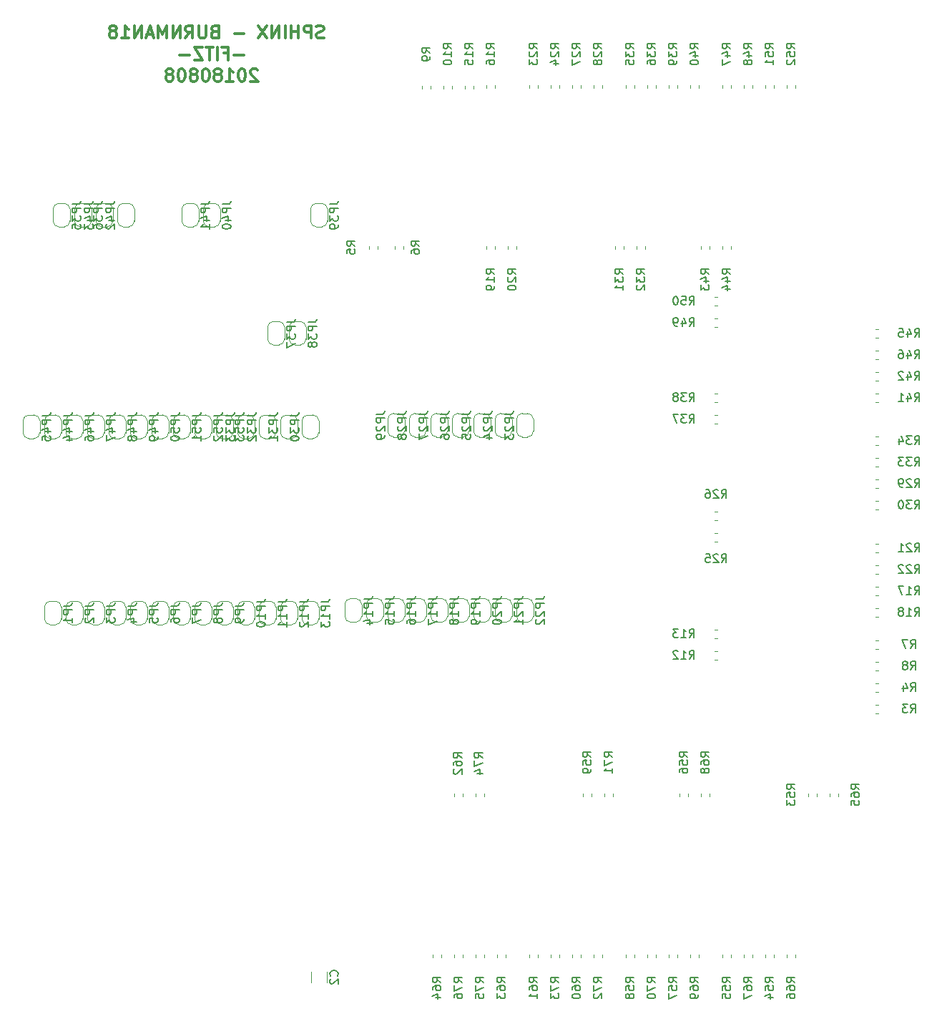
<source format=gbo>
G04 #@! TF.GenerationSoftware,KiCad,Pcbnew,(5.0.0-rc2-dev-444-g2974a2c10)*
G04 #@! TF.CreationDate,2018-08-08T23:01:06-07:00*
G04 #@! TF.ProjectId,mcu_board,6D63755F626F6172642E6B696361645F,rev?*
G04 #@! TF.SameCoordinates,Original*
G04 #@! TF.FileFunction,Legend,Bot*
G04 #@! TF.FilePolarity,Positive*
%FSLAX46Y46*%
G04 Gerber Fmt 4.6, Leading zero omitted, Abs format (unit mm)*
G04 Created by KiCad (PCBNEW (5.0.0-rc2-dev-444-g2974a2c10)) date 08/08/18 23:01:06*
%MOMM*%
%LPD*%
G01*
G04 APERTURE LIST*
%ADD10C,0.300000*%
%ADD11C,0.120000*%
%ADD12C,0.150000*%
G04 APERTURE END LIST*
D10*
X36110000Y-3137142D02*
X35895714Y-3208571D01*
X35538571Y-3208571D01*
X35395714Y-3137142D01*
X35324285Y-3065714D01*
X35252857Y-2922857D01*
X35252857Y-2780000D01*
X35324285Y-2637142D01*
X35395714Y-2565714D01*
X35538571Y-2494285D01*
X35824285Y-2422857D01*
X35967142Y-2351428D01*
X36038571Y-2280000D01*
X36110000Y-2137142D01*
X36110000Y-1994285D01*
X36038571Y-1851428D01*
X35967142Y-1780000D01*
X35824285Y-1708571D01*
X35467142Y-1708571D01*
X35252857Y-1780000D01*
X34610000Y-3208571D02*
X34610000Y-1708571D01*
X34038571Y-1708571D01*
X33895714Y-1780000D01*
X33824285Y-1851428D01*
X33752857Y-1994285D01*
X33752857Y-2208571D01*
X33824285Y-2351428D01*
X33895714Y-2422857D01*
X34038571Y-2494285D01*
X34610000Y-2494285D01*
X33110000Y-3208571D02*
X33110000Y-1708571D01*
X33110000Y-2422857D02*
X32252857Y-2422857D01*
X32252857Y-3208571D02*
X32252857Y-1708571D01*
X31538571Y-3208571D02*
X31538571Y-1708571D01*
X30824285Y-3208571D02*
X30824285Y-1708571D01*
X29967142Y-3208571D01*
X29967142Y-1708571D01*
X29395714Y-1708571D02*
X28395714Y-3208571D01*
X28395714Y-1708571D02*
X29395714Y-3208571D01*
X26681428Y-2637142D02*
X25538571Y-2637142D01*
X23181428Y-2422857D02*
X22967142Y-2494285D01*
X22895714Y-2565714D01*
X22824285Y-2708571D01*
X22824285Y-2922857D01*
X22895714Y-3065714D01*
X22967142Y-3137142D01*
X23110000Y-3208571D01*
X23681428Y-3208571D01*
X23681428Y-1708571D01*
X23181428Y-1708571D01*
X23038571Y-1780000D01*
X22967142Y-1851428D01*
X22895714Y-1994285D01*
X22895714Y-2137142D01*
X22967142Y-2280000D01*
X23038571Y-2351428D01*
X23181428Y-2422857D01*
X23681428Y-2422857D01*
X22181428Y-1708571D02*
X22181428Y-2922857D01*
X22110000Y-3065714D01*
X22038571Y-3137142D01*
X21895714Y-3208571D01*
X21610000Y-3208571D01*
X21467142Y-3137142D01*
X21395714Y-3065714D01*
X21324285Y-2922857D01*
X21324285Y-1708571D01*
X19752857Y-3208571D02*
X20252857Y-2494285D01*
X20610000Y-3208571D02*
X20610000Y-1708571D01*
X20038571Y-1708571D01*
X19895714Y-1780000D01*
X19824285Y-1851428D01*
X19752857Y-1994285D01*
X19752857Y-2208571D01*
X19824285Y-2351428D01*
X19895714Y-2422857D01*
X20038571Y-2494285D01*
X20610000Y-2494285D01*
X19110000Y-3208571D02*
X19110000Y-1708571D01*
X18252857Y-3208571D01*
X18252857Y-1708571D01*
X17538571Y-3208571D02*
X17538571Y-1708571D01*
X17038571Y-2780000D01*
X16538571Y-1708571D01*
X16538571Y-3208571D01*
X15895714Y-2780000D02*
X15181428Y-2780000D01*
X16038571Y-3208571D02*
X15538571Y-1708571D01*
X15038571Y-3208571D01*
X14538571Y-3208571D02*
X14538571Y-1708571D01*
X13681428Y-3208571D01*
X13681428Y-1708571D01*
X12181428Y-3208571D02*
X13038571Y-3208571D01*
X12610000Y-3208571D02*
X12610000Y-1708571D01*
X12752857Y-1922857D01*
X12895714Y-2065714D01*
X13038571Y-2137142D01*
X11324285Y-2351428D02*
X11467142Y-2280000D01*
X11538571Y-2208571D01*
X11610000Y-2065714D01*
X11610000Y-1994285D01*
X11538571Y-1851428D01*
X11467142Y-1780000D01*
X11324285Y-1708571D01*
X11038571Y-1708571D01*
X10895714Y-1780000D01*
X10824285Y-1851428D01*
X10752857Y-1994285D01*
X10752857Y-2065714D01*
X10824285Y-2208571D01*
X10895714Y-2280000D01*
X11038571Y-2351428D01*
X11324285Y-2351428D01*
X11467142Y-2422857D01*
X11538571Y-2494285D01*
X11610000Y-2637142D01*
X11610000Y-2922857D01*
X11538571Y-3065714D01*
X11467142Y-3137142D01*
X11324285Y-3208571D01*
X11038571Y-3208571D01*
X10895714Y-3137142D01*
X10824285Y-3065714D01*
X10752857Y-2922857D01*
X10752857Y-2637142D01*
X10824285Y-2494285D01*
X10895714Y-2422857D01*
X11038571Y-2351428D01*
X26645714Y-5187142D02*
X25502857Y-5187142D01*
X24288571Y-4972857D02*
X24788571Y-4972857D01*
X24788571Y-5758571D02*
X24788571Y-4258571D01*
X24074285Y-4258571D01*
X23502857Y-5758571D02*
X23502857Y-4258571D01*
X23002857Y-4258571D02*
X22145714Y-4258571D01*
X22574285Y-5758571D02*
X22574285Y-4258571D01*
X21788571Y-4258571D02*
X20788571Y-4258571D01*
X21788571Y-5758571D01*
X20788571Y-5758571D01*
X20217142Y-5187142D02*
X19074285Y-5187142D01*
X28288571Y-6951428D02*
X28217142Y-6880000D01*
X28074285Y-6808571D01*
X27717142Y-6808571D01*
X27574285Y-6880000D01*
X27502857Y-6951428D01*
X27431428Y-7094285D01*
X27431428Y-7237142D01*
X27502857Y-7451428D01*
X28360000Y-8308571D01*
X27431428Y-8308571D01*
X26502857Y-6808571D02*
X26360000Y-6808571D01*
X26217142Y-6880000D01*
X26145714Y-6951428D01*
X26074285Y-7094285D01*
X26002857Y-7380000D01*
X26002857Y-7737142D01*
X26074285Y-8022857D01*
X26145714Y-8165714D01*
X26217142Y-8237142D01*
X26360000Y-8308571D01*
X26502857Y-8308571D01*
X26645714Y-8237142D01*
X26717142Y-8165714D01*
X26788571Y-8022857D01*
X26860000Y-7737142D01*
X26860000Y-7380000D01*
X26788571Y-7094285D01*
X26717142Y-6951428D01*
X26645714Y-6880000D01*
X26502857Y-6808571D01*
X24574285Y-8308571D02*
X25431428Y-8308571D01*
X25002857Y-8308571D02*
X25002857Y-6808571D01*
X25145714Y-7022857D01*
X25288571Y-7165714D01*
X25431428Y-7237142D01*
X23717142Y-7451428D02*
X23860000Y-7380000D01*
X23931428Y-7308571D01*
X24002857Y-7165714D01*
X24002857Y-7094285D01*
X23931428Y-6951428D01*
X23860000Y-6880000D01*
X23717142Y-6808571D01*
X23431428Y-6808571D01*
X23288571Y-6880000D01*
X23217142Y-6951428D01*
X23145714Y-7094285D01*
X23145714Y-7165714D01*
X23217142Y-7308571D01*
X23288571Y-7380000D01*
X23431428Y-7451428D01*
X23717142Y-7451428D01*
X23860000Y-7522857D01*
X23931428Y-7594285D01*
X24002857Y-7737142D01*
X24002857Y-8022857D01*
X23931428Y-8165714D01*
X23860000Y-8237142D01*
X23717142Y-8308571D01*
X23431428Y-8308571D01*
X23288571Y-8237142D01*
X23217142Y-8165714D01*
X23145714Y-8022857D01*
X23145714Y-7737142D01*
X23217142Y-7594285D01*
X23288571Y-7522857D01*
X23431428Y-7451428D01*
X22217142Y-6808571D02*
X22074285Y-6808571D01*
X21931428Y-6880000D01*
X21860000Y-6951428D01*
X21788571Y-7094285D01*
X21717142Y-7380000D01*
X21717142Y-7737142D01*
X21788571Y-8022857D01*
X21860000Y-8165714D01*
X21931428Y-8237142D01*
X22074285Y-8308571D01*
X22217142Y-8308571D01*
X22360000Y-8237142D01*
X22431428Y-8165714D01*
X22502857Y-8022857D01*
X22574285Y-7737142D01*
X22574285Y-7380000D01*
X22502857Y-7094285D01*
X22431428Y-6951428D01*
X22360000Y-6880000D01*
X22217142Y-6808571D01*
X20860000Y-7451428D02*
X21002857Y-7380000D01*
X21074285Y-7308571D01*
X21145714Y-7165714D01*
X21145714Y-7094285D01*
X21074285Y-6951428D01*
X21002857Y-6880000D01*
X20860000Y-6808571D01*
X20574285Y-6808571D01*
X20431428Y-6880000D01*
X20360000Y-6951428D01*
X20288571Y-7094285D01*
X20288571Y-7165714D01*
X20360000Y-7308571D01*
X20431428Y-7380000D01*
X20574285Y-7451428D01*
X20860000Y-7451428D01*
X21002857Y-7522857D01*
X21074285Y-7594285D01*
X21145714Y-7737142D01*
X21145714Y-8022857D01*
X21074285Y-8165714D01*
X21002857Y-8237142D01*
X20860000Y-8308571D01*
X20574285Y-8308571D01*
X20431428Y-8237142D01*
X20360000Y-8165714D01*
X20288571Y-8022857D01*
X20288571Y-7737142D01*
X20360000Y-7594285D01*
X20431428Y-7522857D01*
X20574285Y-7451428D01*
X19360000Y-6808571D02*
X19217142Y-6808571D01*
X19074285Y-6880000D01*
X19002857Y-6951428D01*
X18931428Y-7094285D01*
X18860000Y-7380000D01*
X18860000Y-7737142D01*
X18931428Y-8022857D01*
X19002857Y-8165714D01*
X19074285Y-8237142D01*
X19217142Y-8308571D01*
X19360000Y-8308571D01*
X19502857Y-8237142D01*
X19574285Y-8165714D01*
X19645714Y-8022857D01*
X19717142Y-7737142D01*
X19717142Y-7380000D01*
X19645714Y-7094285D01*
X19574285Y-6951428D01*
X19502857Y-6880000D01*
X19360000Y-6808571D01*
X18002857Y-7451428D02*
X18145714Y-7380000D01*
X18217142Y-7308571D01*
X18288571Y-7165714D01*
X18288571Y-7094285D01*
X18217142Y-6951428D01*
X18145714Y-6880000D01*
X18002857Y-6808571D01*
X17717142Y-6808571D01*
X17574285Y-6880000D01*
X17502857Y-6951428D01*
X17431428Y-7094285D01*
X17431428Y-7165714D01*
X17502857Y-7308571D01*
X17574285Y-7380000D01*
X17717142Y-7451428D01*
X18002857Y-7451428D01*
X18145714Y-7522857D01*
X18217142Y-7594285D01*
X18288571Y-7737142D01*
X18288571Y-8022857D01*
X18217142Y-8165714D01*
X18145714Y-8237142D01*
X18002857Y-8308571D01*
X17717142Y-8308571D01*
X17574285Y-8237142D01*
X17502857Y-8165714D01*
X17431428Y-8022857D01*
X17431428Y-7737142D01*
X17502857Y-7594285D01*
X17574285Y-7522857D01*
X17717142Y-7451428D01*
D11*
X5051097Y-70504732D02*
G75*
G03X4351097Y-69804732I-700000J0D01*
G01*
X3751097Y-69804732D02*
G75*
G03X3051097Y-70504732I0J-700000D01*
G01*
X3051097Y-71904732D02*
G75*
G03X3751097Y-72604732I700000J0D01*
G01*
X4351097Y-72604732D02*
G75*
G03X5051097Y-71904732I0J700000D01*
G01*
X3751097Y-72604732D02*
X4351097Y-72604732D01*
X3051097Y-70504732D02*
X3051097Y-71904732D01*
X4351097Y-69804732D02*
X3751097Y-69804732D01*
X5051097Y-71904732D02*
X5051097Y-70504732D01*
X7591097Y-71904732D02*
X7591097Y-70504732D01*
X6891097Y-69804732D02*
X6291097Y-69804732D01*
X5591097Y-70504732D02*
X5591097Y-71904732D01*
X6291097Y-72604732D02*
X6891097Y-72604732D01*
X6891097Y-72604732D02*
G75*
G03X7591097Y-71904732I0J700000D01*
G01*
X5591097Y-71904732D02*
G75*
G03X6291097Y-72604732I700000J0D01*
G01*
X6291097Y-69804732D02*
G75*
G03X5591097Y-70504732I0J-700000D01*
G01*
X7591097Y-70504732D02*
G75*
G03X6891097Y-69804732I-700000J0D01*
G01*
X10131097Y-70504732D02*
G75*
G03X9431097Y-69804732I-700000J0D01*
G01*
X8831097Y-69804732D02*
G75*
G03X8131097Y-70504732I0J-700000D01*
G01*
X8131097Y-71904732D02*
G75*
G03X8831097Y-72604732I700000J0D01*
G01*
X9431097Y-72604732D02*
G75*
G03X10131097Y-71904732I0J700000D01*
G01*
X8831097Y-72604732D02*
X9431097Y-72604732D01*
X8131097Y-70504732D02*
X8131097Y-71904732D01*
X9431097Y-69804732D02*
X8831097Y-69804732D01*
X10131097Y-71904732D02*
X10131097Y-70504732D01*
X12671097Y-71904732D02*
X12671097Y-70504732D01*
X11971097Y-69804732D02*
X11371097Y-69804732D01*
X10671097Y-70504732D02*
X10671097Y-71904732D01*
X11371097Y-72604732D02*
X11971097Y-72604732D01*
X11971097Y-72604732D02*
G75*
G03X12671097Y-71904732I0J700000D01*
G01*
X10671097Y-71904732D02*
G75*
G03X11371097Y-72604732I700000J0D01*
G01*
X11371097Y-69804732D02*
G75*
G03X10671097Y-70504732I0J-700000D01*
G01*
X12671097Y-70504732D02*
G75*
G03X11971097Y-69804732I-700000J0D01*
G01*
X31480000Y-37400000D02*
G75*
G03X30780000Y-36700000I-700000J0D01*
G01*
X30180000Y-36700000D02*
G75*
G03X29480000Y-37400000I0J-700000D01*
G01*
X29480000Y-38800000D02*
G75*
G03X30180000Y-39500000I700000J0D01*
G01*
X30780000Y-39500000D02*
G75*
G03X31480000Y-38800000I0J700000D01*
G01*
X30180000Y-39500000D02*
X30780000Y-39500000D01*
X29480000Y-37400000D02*
X29480000Y-38800000D01*
X30780000Y-36700000D02*
X30180000Y-36700000D01*
X31480000Y-38800000D02*
X31480000Y-37400000D01*
X27911097Y-71904732D02*
X27911097Y-70504732D01*
X27211097Y-69804732D02*
X26611097Y-69804732D01*
X25911097Y-70504732D02*
X25911097Y-71904732D01*
X26611097Y-72604732D02*
X27211097Y-72604732D01*
X27211097Y-72604732D02*
G75*
G03X27911097Y-71904732I0J700000D01*
G01*
X25911097Y-71904732D02*
G75*
G03X26611097Y-72604732I700000J0D01*
G01*
X26611097Y-69804732D02*
G75*
G03X25911097Y-70504732I0J-700000D01*
G01*
X27911097Y-70504732D02*
G75*
G03X27211097Y-69804732I-700000J0D01*
G01*
X15211097Y-70504732D02*
G75*
G03X14511097Y-69804732I-700000J0D01*
G01*
X13911097Y-69804732D02*
G75*
G03X13211097Y-70504732I0J-700000D01*
G01*
X13211097Y-71904732D02*
G75*
G03X13911097Y-72604732I700000J0D01*
G01*
X14511097Y-72604732D02*
G75*
G03X15211097Y-71904732I0J700000D01*
G01*
X13911097Y-72604732D02*
X14511097Y-72604732D01*
X13211097Y-70504732D02*
X13211097Y-71904732D01*
X14511097Y-69804732D02*
X13911097Y-69804732D01*
X15211097Y-71904732D02*
X15211097Y-70504732D01*
X36560000Y-24830000D02*
X36560000Y-23430000D01*
X35860000Y-22730000D02*
X35260000Y-22730000D01*
X34560000Y-23430000D02*
X34560000Y-24830000D01*
X35260000Y-25530000D02*
X35860000Y-25530000D01*
X35860000Y-25530000D02*
G75*
G03X36560000Y-24830000I0J700000D01*
G01*
X34560000Y-24830000D02*
G75*
G03X35260000Y-25530000I700000J0D01*
G01*
X35260000Y-22730000D02*
G75*
G03X34560000Y-23430000I0J-700000D01*
G01*
X36560000Y-23430000D02*
G75*
G03X35860000Y-22730000I-700000J0D01*
G01*
X17751097Y-70504732D02*
G75*
G03X17051097Y-69804732I-700000J0D01*
G01*
X16451097Y-69804732D02*
G75*
G03X15751097Y-70504732I0J-700000D01*
G01*
X15751097Y-71904732D02*
G75*
G03X16451097Y-72604732I700000J0D01*
G01*
X17051097Y-72604732D02*
G75*
G03X17751097Y-71904732I0J700000D01*
G01*
X16451097Y-72604732D02*
X17051097Y-72604732D01*
X15751097Y-70504732D02*
X15751097Y-71904732D01*
X17051097Y-69804732D02*
X16451097Y-69804732D01*
X17751097Y-71904732D02*
X17751097Y-70504732D01*
X22831097Y-71904732D02*
X22831097Y-70504732D01*
X22131097Y-69804732D02*
X21531097Y-69804732D01*
X20831097Y-70504732D02*
X20831097Y-71904732D01*
X21531097Y-72604732D02*
X22131097Y-72604732D01*
X22131097Y-72604732D02*
G75*
G03X22831097Y-71904732I0J700000D01*
G01*
X20831097Y-71904732D02*
G75*
G03X21531097Y-72604732I700000J0D01*
G01*
X21531097Y-69804732D02*
G75*
G03X20831097Y-70504732I0J-700000D01*
G01*
X22831097Y-70504732D02*
G75*
G03X22131097Y-69804732I-700000J0D01*
G01*
X25371097Y-70504732D02*
G75*
G03X24671097Y-69804732I-700000J0D01*
G01*
X24071097Y-69804732D02*
G75*
G03X23371097Y-70504732I0J-700000D01*
G01*
X23371097Y-71904732D02*
G75*
G03X24071097Y-72604732I700000J0D01*
G01*
X24671097Y-72604732D02*
G75*
G03X25371097Y-71904732I0J700000D01*
G01*
X24071097Y-72604732D02*
X24671097Y-72604732D01*
X23371097Y-70504732D02*
X23371097Y-71904732D01*
X24671097Y-69804732D02*
X24071097Y-69804732D01*
X25371097Y-71904732D02*
X25371097Y-70504732D01*
X30451097Y-70504732D02*
G75*
G03X29751097Y-69804732I-700000J0D01*
G01*
X29151097Y-69804732D02*
G75*
G03X28451097Y-70504732I0J-700000D01*
G01*
X28451097Y-71904732D02*
G75*
G03X29151097Y-72604732I700000J0D01*
G01*
X29751097Y-72604732D02*
G75*
G03X30451097Y-71904732I0J700000D01*
G01*
X29151097Y-72604732D02*
X29751097Y-72604732D01*
X28451097Y-70504732D02*
X28451097Y-71904732D01*
X29751097Y-69804732D02*
X29151097Y-69804732D01*
X30451097Y-71904732D02*
X30451097Y-70504732D01*
X32991097Y-71904732D02*
X32991097Y-70504732D01*
X32291097Y-69804732D02*
X31691097Y-69804732D01*
X30991097Y-70504732D02*
X30991097Y-71904732D01*
X31691097Y-72604732D02*
X32291097Y-72604732D01*
X32291097Y-72604732D02*
G75*
G03X32991097Y-71904732I0J700000D01*
G01*
X30991097Y-71904732D02*
G75*
G03X31691097Y-72604732I700000J0D01*
G01*
X31691097Y-69804732D02*
G75*
G03X30991097Y-70504732I0J-700000D01*
G01*
X32991097Y-70504732D02*
G75*
G03X32291097Y-69804732I-700000J0D01*
G01*
X40611097Y-71598470D02*
X40611097Y-70198470D01*
X39911097Y-69498470D02*
X39311097Y-69498470D01*
X38611097Y-70198470D02*
X38611097Y-71598470D01*
X39311097Y-72298470D02*
X39911097Y-72298470D01*
X39911097Y-72298470D02*
G75*
G03X40611097Y-71598470I0J700000D01*
G01*
X38611097Y-71598470D02*
G75*
G03X39311097Y-72298470I700000J0D01*
G01*
X39311097Y-69498470D02*
G75*
G03X38611097Y-70198470I0J-700000D01*
G01*
X40611097Y-70198470D02*
G75*
G03X39911097Y-69498470I-700000J0D01*
G01*
X43151097Y-70198470D02*
G75*
G03X42451097Y-69498470I-700000J0D01*
G01*
X41851097Y-69498470D02*
G75*
G03X41151097Y-70198470I0J-700000D01*
G01*
X41151097Y-71598470D02*
G75*
G03X41851097Y-72298470I700000J0D01*
G01*
X42451097Y-72298470D02*
G75*
G03X43151097Y-71598470I0J700000D01*
G01*
X41851097Y-72298470D02*
X42451097Y-72298470D01*
X41151097Y-70198470D02*
X41151097Y-71598470D01*
X42451097Y-69498470D02*
X41851097Y-69498470D01*
X43151097Y-71598470D02*
X43151097Y-70198470D01*
X33531097Y-49876934D02*
G75*
G03X34231097Y-50576934I700000J0D01*
G01*
X34831097Y-50576934D02*
G75*
G03X35531097Y-49876934I0J700000D01*
G01*
X35531097Y-48476934D02*
G75*
G03X34831097Y-47776934I-700000J0D01*
G01*
X34231097Y-47776934D02*
G75*
G03X33531097Y-48476934I0J-700000D01*
G01*
X34831097Y-47776934D02*
X34231097Y-47776934D01*
X35531097Y-49876934D02*
X35531097Y-48476934D01*
X34231097Y-50576934D02*
X34831097Y-50576934D01*
X33531097Y-48476934D02*
X33531097Y-49876934D01*
X58391097Y-71598470D02*
X58391097Y-70198470D01*
X57691097Y-69498470D02*
X57091097Y-69498470D01*
X56391097Y-70198470D02*
X56391097Y-71598470D01*
X57091097Y-72298470D02*
X57691097Y-72298470D01*
X57691097Y-72298470D02*
G75*
G03X58391097Y-71598470I0J700000D01*
G01*
X56391097Y-71598470D02*
G75*
G03X57091097Y-72298470I700000J0D01*
G01*
X57091097Y-69498470D02*
G75*
G03X56391097Y-70198470I0J-700000D01*
G01*
X58391097Y-70198470D02*
G75*
G03X57691097Y-69498470I-700000J0D01*
G01*
X60931097Y-70198470D02*
G75*
G03X60231097Y-69498470I-700000J0D01*
G01*
X59631097Y-69498470D02*
G75*
G03X58931097Y-70198470I0J-700000D01*
G01*
X58931097Y-71598470D02*
G75*
G03X59631097Y-72298470I700000J0D01*
G01*
X60231097Y-72298470D02*
G75*
G03X60931097Y-71598470I0J700000D01*
G01*
X59631097Y-72298470D02*
X60231097Y-72298470D01*
X58931097Y-70198470D02*
X58931097Y-71598470D01*
X60231097Y-69498470D02*
X59631097Y-69498470D01*
X60931097Y-71598470D02*
X60931097Y-70198470D01*
X58931097Y-48286732D02*
X58931097Y-49686732D01*
X59631097Y-50386732D02*
X60231097Y-50386732D01*
X60931097Y-49686732D02*
X60931097Y-48286732D01*
X60231097Y-47586732D02*
X59631097Y-47586732D01*
X59631097Y-47586732D02*
G75*
G03X58931097Y-48286732I0J-700000D01*
G01*
X60931097Y-48286732D02*
G75*
G03X60231097Y-47586732I-700000J0D01*
G01*
X60231097Y-50386732D02*
G75*
G03X60931097Y-49686732I0J700000D01*
G01*
X58931097Y-49686732D02*
G75*
G03X59631097Y-50386732I700000J0D01*
G01*
X56391097Y-49686732D02*
G75*
G03X57091097Y-50386732I700000J0D01*
G01*
X57691097Y-50386732D02*
G75*
G03X58391097Y-49686732I0J700000D01*
G01*
X58391097Y-48286732D02*
G75*
G03X57691097Y-47586732I-700000J0D01*
G01*
X57091097Y-47586732D02*
G75*
G03X56391097Y-48286732I0J-700000D01*
G01*
X57691097Y-47586732D02*
X57091097Y-47586732D01*
X58391097Y-49686732D02*
X58391097Y-48286732D01*
X57091097Y-50386732D02*
X57691097Y-50386732D01*
X56391097Y-48286732D02*
X56391097Y-49686732D01*
X53851097Y-48286732D02*
X53851097Y-49686732D01*
X54551097Y-50386732D02*
X55151097Y-50386732D01*
X55851097Y-49686732D02*
X55851097Y-48286732D01*
X55151097Y-47586732D02*
X54551097Y-47586732D01*
X54551097Y-47586732D02*
G75*
G03X53851097Y-48286732I0J-700000D01*
G01*
X55851097Y-48286732D02*
G75*
G03X55151097Y-47586732I-700000J0D01*
G01*
X55151097Y-50386732D02*
G75*
G03X55851097Y-49686732I0J700000D01*
G01*
X53851097Y-49686732D02*
G75*
G03X54551097Y-50386732I700000J0D01*
G01*
X35531097Y-70504732D02*
G75*
G03X34831097Y-69804732I-700000J0D01*
G01*
X34231097Y-69804732D02*
G75*
G03X33531097Y-70504732I0J-700000D01*
G01*
X33531097Y-71904732D02*
G75*
G03X34231097Y-72604732I700000J0D01*
G01*
X34831097Y-72604732D02*
G75*
G03X35531097Y-71904732I0J700000D01*
G01*
X34231097Y-72604732D02*
X34831097Y-72604732D01*
X33531097Y-70504732D02*
X33531097Y-71904732D01*
X34831097Y-69804732D02*
X34231097Y-69804732D01*
X35531097Y-71904732D02*
X35531097Y-70504732D01*
X48771097Y-48286732D02*
X48771097Y-49686732D01*
X49471097Y-50386732D02*
X50071097Y-50386732D01*
X50771097Y-49686732D02*
X50771097Y-48286732D01*
X50071097Y-47586732D02*
X49471097Y-47586732D01*
X49471097Y-47586732D02*
G75*
G03X48771097Y-48286732I0J-700000D01*
G01*
X50771097Y-48286732D02*
G75*
G03X50071097Y-47586732I-700000J0D01*
G01*
X50071097Y-50386732D02*
G75*
G03X50771097Y-49686732I0J700000D01*
G01*
X48771097Y-49686732D02*
G75*
G03X49471097Y-50386732I700000J0D01*
G01*
X46231097Y-49686732D02*
G75*
G03X46931097Y-50386732I700000J0D01*
G01*
X47531097Y-50386732D02*
G75*
G03X48231097Y-49686732I0J700000D01*
G01*
X48231097Y-48286732D02*
G75*
G03X47531097Y-47586732I-700000J0D01*
G01*
X46931097Y-47586732D02*
G75*
G03X46231097Y-48286732I0J-700000D01*
G01*
X47531097Y-47586732D02*
X46931097Y-47586732D01*
X48231097Y-49686732D02*
X48231097Y-48286732D01*
X46931097Y-50386732D02*
X47531097Y-50386732D01*
X46231097Y-48286732D02*
X46231097Y-49686732D01*
X43691097Y-48286732D02*
X43691097Y-49686732D01*
X44391097Y-50386732D02*
X44991097Y-50386732D01*
X45691097Y-49686732D02*
X45691097Y-48286732D01*
X44991097Y-47586732D02*
X44391097Y-47586732D01*
X44391097Y-47586732D02*
G75*
G03X43691097Y-48286732I0J-700000D01*
G01*
X45691097Y-48286732D02*
G75*
G03X44991097Y-47586732I-700000J0D01*
G01*
X44991097Y-50386732D02*
G75*
G03X45691097Y-49686732I0J700000D01*
G01*
X43691097Y-49686732D02*
G75*
G03X44391097Y-50386732I700000J0D01*
G01*
X55851097Y-70198470D02*
G75*
G03X55151097Y-69498470I-700000J0D01*
G01*
X54551097Y-69498470D02*
G75*
G03X53851097Y-70198470I0J-700000D01*
G01*
X53851097Y-71598470D02*
G75*
G03X54551097Y-72298470I700000J0D01*
G01*
X55151097Y-72298470D02*
G75*
G03X55851097Y-71598470I0J700000D01*
G01*
X54551097Y-72298470D02*
X55151097Y-72298470D01*
X53851097Y-70198470D02*
X53851097Y-71598470D01*
X55151097Y-69498470D02*
X54551097Y-69498470D01*
X55851097Y-71598470D02*
X55851097Y-70198470D01*
X30991097Y-48476934D02*
X30991097Y-49876934D01*
X31691097Y-50576934D02*
X32291097Y-50576934D01*
X32991097Y-49876934D02*
X32991097Y-48476934D01*
X32291097Y-47776934D02*
X31691097Y-47776934D01*
X31691097Y-47776934D02*
G75*
G03X30991097Y-48476934I0J-700000D01*
G01*
X32991097Y-48476934D02*
G75*
G03X32291097Y-47776934I-700000J0D01*
G01*
X32291097Y-50576934D02*
G75*
G03X32991097Y-49876934I0J700000D01*
G01*
X30991097Y-49876934D02*
G75*
G03X31691097Y-50576934I700000J0D01*
G01*
X28451097Y-49876934D02*
G75*
G03X29151097Y-50576934I700000J0D01*
G01*
X29751097Y-50576934D02*
G75*
G03X30451097Y-49876934I0J700000D01*
G01*
X30451097Y-48476934D02*
G75*
G03X29751097Y-47776934I-700000J0D01*
G01*
X29151097Y-47776934D02*
G75*
G03X28451097Y-48476934I0J-700000D01*
G01*
X29751097Y-47776934D02*
X29151097Y-47776934D01*
X30451097Y-49876934D02*
X30451097Y-48476934D01*
X29151097Y-50576934D02*
X29751097Y-50576934D01*
X28451097Y-48476934D02*
X28451097Y-49876934D01*
X25911097Y-48476934D02*
X25911097Y-49876934D01*
X26611097Y-50576934D02*
X27211097Y-50576934D01*
X27911097Y-49876934D02*
X27911097Y-48476934D01*
X27211097Y-47776934D02*
X26611097Y-47776934D01*
X26611097Y-47776934D02*
G75*
G03X25911097Y-48476934I0J-700000D01*
G01*
X27911097Y-48476934D02*
G75*
G03X27211097Y-47776934I-700000J0D01*
G01*
X27211097Y-50576934D02*
G75*
G03X27911097Y-49876934I0J700000D01*
G01*
X25911097Y-49876934D02*
G75*
G03X26611097Y-50576934I700000J0D01*
G01*
X6080000Y-24830000D02*
X6080000Y-23430000D01*
X5380000Y-22730000D02*
X4780000Y-22730000D01*
X4080000Y-23430000D02*
X4080000Y-24830000D01*
X4780000Y-25530000D02*
X5380000Y-25530000D01*
X5380000Y-25530000D02*
G75*
G03X6080000Y-24830000I0J700000D01*
G01*
X4080000Y-24830000D02*
G75*
G03X4780000Y-25530000I700000J0D01*
G01*
X4780000Y-22730000D02*
G75*
G03X4080000Y-23430000I0J-700000D01*
G01*
X6080000Y-23430000D02*
G75*
G03X5380000Y-22730000I-700000J0D01*
G01*
X8620000Y-23430000D02*
G75*
G03X7920000Y-22730000I-700000J0D01*
G01*
X7320000Y-22730000D02*
G75*
G03X6620000Y-23430000I0J-700000D01*
G01*
X6620000Y-24830000D02*
G75*
G03X7320000Y-25530000I700000J0D01*
G01*
X7920000Y-25530000D02*
G75*
G03X8620000Y-24830000I0J700000D01*
G01*
X7320000Y-25530000D02*
X7920000Y-25530000D01*
X6620000Y-23430000D02*
X6620000Y-24830000D01*
X7920000Y-22730000D02*
X7320000Y-22730000D01*
X8620000Y-24830000D02*
X8620000Y-23430000D01*
X48231097Y-71598470D02*
X48231097Y-70198470D01*
X47531097Y-69498470D02*
X46931097Y-69498470D01*
X46231097Y-70198470D02*
X46231097Y-71598470D01*
X46931097Y-72298470D02*
X47531097Y-72298470D01*
X47531097Y-72298470D02*
G75*
G03X48231097Y-71598470I0J700000D01*
G01*
X46231097Y-71598470D02*
G75*
G03X46931097Y-72298470I700000J0D01*
G01*
X46931097Y-69498470D02*
G75*
G03X46231097Y-70198470I0J-700000D01*
G01*
X48231097Y-70198470D02*
G75*
G03X47531097Y-69498470I-700000J0D01*
G01*
X5051097Y-48476934D02*
G75*
G03X4351097Y-47776934I-700000J0D01*
G01*
X3751097Y-47776934D02*
G75*
G03X3051097Y-48476934I0J-700000D01*
G01*
X3051097Y-49876934D02*
G75*
G03X3751097Y-50576934I700000J0D01*
G01*
X4351097Y-50576934D02*
G75*
G03X5051097Y-49876934I0J700000D01*
G01*
X3751097Y-50576934D02*
X4351097Y-50576934D01*
X3051097Y-48476934D02*
X3051097Y-49876934D01*
X4351097Y-47776934D02*
X3751097Y-47776934D01*
X5051097Y-49876934D02*
X5051097Y-48476934D01*
X2511097Y-49876934D02*
X2511097Y-48476934D01*
X1811097Y-47776934D02*
X1211097Y-47776934D01*
X511097Y-48476934D02*
X511097Y-49876934D01*
X1211097Y-50576934D02*
X1811097Y-50576934D01*
X1811097Y-50576934D02*
G75*
G03X2511097Y-49876934I0J700000D01*
G01*
X511097Y-49876934D02*
G75*
G03X1211097Y-50576934I700000J0D01*
G01*
X1211097Y-47776934D02*
G75*
G03X511097Y-48476934I0J-700000D01*
G01*
X2511097Y-48476934D02*
G75*
G03X1811097Y-47776934I-700000J0D01*
G01*
X7591097Y-48476934D02*
G75*
G03X6891097Y-47776934I-700000J0D01*
G01*
X6291097Y-47776934D02*
G75*
G03X5591097Y-48476934I0J-700000D01*
G01*
X5591097Y-49876934D02*
G75*
G03X6291097Y-50576934I700000J0D01*
G01*
X6891097Y-50576934D02*
G75*
G03X7591097Y-49876934I0J700000D01*
G01*
X6291097Y-50576934D02*
X6891097Y-50576934D01*
X5591097Y-48476934D02*
X5591097Y-49876934D01*
X6891097Y-47776934D02*
X6291097Y-47776934D01*
X7591097Y-49876934D02*
X7591097Y-48476934D01*
X10131097Y-49876934D02*
X10131097Y-48476934D01*
X9431097Y-47776934D02*
X8831097Y-47776934D01*
X8131097Y-48476934D02*
X8131097Y-49876934D01*
X8831097Y-50576934D02*
X9431097Y-50576934D01*
X9431097Y-50576934D02*
G75*
G03X10131097Y-49876934I0J700000D01*
G01*
X8131097Y-49876934D02*
G75*
G03X8831097Y-50576934I700000J0D01*
G01*
X8831097Y-47776934D02*
G75*
G03X8131097Y-48476934I0J-700000D01*
G01*
X10131097Y-48476934D02*
G75*
G03X9431097Y-47776934I-700000J0D01*
G01*
X12671097Y-48476934D02*
G75*
G03X11971097Y-47776934I-700000J0D01*
G01*
X11371097Y-47776934D02*
G75*
G03X10671097Y-48476934I0J-700000D01*
G01*
X10671097Y-49876934D02*
G75*
G03X11371097Y-50576934I700000J0D01*
G01*
X11971097Y-50576934D02*
G75*
G03X12671097Y-49876934I0J700000D01*
G01*
X11371097Y-50576934D02*
X11971097Y-50576934D01*
X10671097Y-48476934D02*
X10671097Y-49876934D01*
X11971097Y-47776934D02*
X11371097Y-47776934D01*
X12671097Y-49876934D02*
X12671097Y-48476934D01*
X15211097Y-49876934D02*
X15211097Y-48476934D01*
X14511097Y-47776934D02*
X13911097Y-47776934D01*
X13211097Y-48476934D02*
X13211097Y-49876934D01*
X13911097Y-50576934D02*
X14511097Y-50576934D01*
X14511097Y-50576934D02*
G75*
G03X15211097Y-49876934I0J700000D01*
G01*
X13211097Y-49876934D02*
G75*
G03X13911097Y-50576934I700000J0D01*
G01*
X13911097Y-47776934D02*
G75*
G03X13211097Y-48476934I0J-700000D01*
G01*
X15211097Y-48476934D02*
G75*
G03X14511097Y-47776934I-700000J0D01*
G01*
X22831097Y-48476934D02*
G75*
G03X22131097Y-47776934I-700000J0D01*
G01*
X21531097Y-47776934D02*
G75*
G03X20831097Y-48476934I0J-700000D01*
G01*
X20831097Y-49876934D02*
G75*
G03X21531097Y-50576934I700000J0D01*
G01*
X22131097Y-50576934D02*
G75*
G03X22831097Y-49876934I0J700000D01*
G01*
X21531097Y-50576934D02*
X22131097Y-50576934D01*
X20831097Y-48476934D02*
X20831097Y-49876934D01*
X22131097Y-47776934D02*
X21531097Y-47776934D01*
X22831097Y-49876934D02*
X22831097Y-48476934D01*
X17751097Y-49876934D02*
X17751097Y-48476934D01*
X17051097Y-47776934D02*
X16451097Y-47776934D01*
X15751097Y-48476934D02*
X15751097Y-49876934D01*
X16451097Y-50576934D02*
X17051097Y-50576934D01*
X17051097Y-50576934D02*
G75*
G03X17751097Y-49876934I0J700000D01*
G01*
X15751097Y-49876934D02*
G75*
G03X16451097Y-50576934I700000J0D01*
G01*
X16451097Y-47776934D02*
G75*
G03X15751097Y-48476934I0J-700000D01*
G01*
X17751097Y-48476934D02*
G75*
G03X17051097Y-47776934I-700000J0D01*
G01*
X25371097Y-48476934D02*
G75*
G03X24671097Y-47776934I-700000J0D01*
G01*
X24071097Y-47776934D02*
G75*
G03X23371097Y-48476934I0J-700000D01*
G01*
X23371097Y-49876934D02*
G75*
G03X24071097Y-50576934I700000J0D01*
G01*
X24671097Y-50576934D02*
G75*
G03X25371097Y-49876934I0J700000D01*
G01*
X24071097Y-50576934D02*
X24671097Y-50576934D01*
X23371097Y-48476934D02*
X23371097Y-49876934D01*
X24671097Y-47776934D02*
X24071097Y-47776934D01*
X25371097Y-49876934D02*
X25371097Y-48476934D01*
X20291097Y-71904732D02*
X20291097Y-70504732D01*
X19591097Y-69804732D02*
X18991097Y-69804732D01*
X18291097Y-70504732D02*
X18291097Y-71904732D01*
X18991097Y-72604732D02*
X19591097Y-72604732D01*
X19591097Y-72604732D02*
G75*
G03X20291097Y-71904732I0J700000D01*
G01*
X18291097Y-71904732D02*
G75*
G03X18991097Y-72604732I700000J0D01*
G01*
X18991097Y-69804732D02*
G75*
G03X18291097Y-70504732I0J-700000D01*
G01*
X20291097Y-70504732D02*
G75*
G03X19591097Y-69804732I-700000J0D01*
G01*
X45691097Y-70198470D02*
G75*
G03X44991097Y-69498470I-700000J0D01*
G01*
X44391097Y-69498470D02*
G75*
G03X43691097Y-70198470I0J-700000D01*
G01*
X43691097Y-71598470D02*
G75*
G03X44391097Y-72298470I700000J0D01*
G01*
X44991097Y-72298470D02*
G75*
G03X45691097Y-71598470I0J700000D01*
G01*
X44391097Y-72298470D02*
X44991097Y-72298470D01*
X43691097Y-70198470D02*
X43691097Y-71598470D01*
X44991097Y-69498470D02*
X44391097Y-69498470D01*
X45691097Y-71598470D02*
X45691097Y-70198470D01*
X34020000Y-37400000D02*
G75*
G03X33320000Y-36700000I-700000J0D01*
G01*
X32720000Y-36700000D02*
G75*
G03X32020000Y-37400000I0J-700000D01*
G01*
X32020000Y-38800000D02*
G75*
G03X32720000Y-39500000I700000J0D01*
G01*
X33320000Y-39500000D02*
G75*
G03X34020000Y-38800000I0J700000D01*
G01*
X32720000Y-39500000D02*
X33320000Y-39500000D01*
X32020000Y-37400000D02*
X32020000Y-38800000D01*
X33320000Y-36700000D02*
X32720000Y-36700000D01*
X34020000Y-38800000D02*
X34020000Y-37400000D01*
X20291097Y-49876934D02*
X20291097Y-48476934D01*
X19591097Y-47776934D02*
X18991097Y-47776934D01*
X18291097Y-48476934D02*
X18291097Y-49876934D01*
X18991097Y-50576934D02*
X19591097Y-50576934D01*
X19591097Y-50576934D02*
G75*
G03X20291097Y-49876934I0J700000D01*
G01*
X18291097Y-49876934D02*
G75*
G03X18991097Y-50576934I700000J0D01*
G01*
X18991097Y-47776934D02*
G75*
G03X18291097Y-48476934I0J-700000D01*
G01*
X20291097Y-48476934D02*
G75*
G03X19591097Y-47776934I-700000J0D01*
G01*
X50771097Y-70198470D02*
G75*
G03X50071097Y-69498470I-700000J0D01*
G01*
X49471097Y-69498470D02*
G75*
G03X48771097Y-70198470I0J-700000D01*
G01*
X48771097Y-71598470D02*
G75*
G03X49471097Y-72298470I700000J0D01*
G01*
X50071097Y-72298470D02*
G75*
G03X50771097Y-71598470I0J700000D01*
G01*
X49471097Y-72298470D02*
X50071097Y-72298470D01*
X48771097Y-70198470D02*
X48771097Y-71598470D01*
X50071097Y-69498470D02*
X49471097Y-69498470D01*
X50771097Y-71598470D02*
X50771097Y-70198470D01*
X53311097Y-71598470D02*
X53311097Y-70198470D01*
X52611097Y-69498470D02*
X52011097Y-69498470D01*
X51311097Y-70198470D02*
X51311097Y-71598470D01*
X52011097Y-72298470D02*
X52611097Y-72298470D01*
X52611097Y-72298470D02*
G75*
G03X53311097Y-71598470I0J700000D01*
G01*
X51311097Y-71598470D02*
G75*
G03X52011097Y-72298470I700000J0D01*
G01*
X52011097Y-69498470D02*
G75*
G03X51311097Y-70198470I0J-700000D01*
G01*
X53311097Y-70198470D02*
G75*
G03X52611097Y-69498470I-700000J0D01*
G01*
X51311097Y-49686732D02*
G75*
G03X52011097Y-50386732I700000J0D01*
G01*
X52611097Y-50386732D02*
G75*
G03X53311097Y-49686732I0J700000D01*
G01*
X53311097Y-48286732D02*
G75*
G03X52611097Y-47586732I-700000J0D01*
G01*
X52011097Y-47586732D02*
G75*
G03X51311097Y-48286732I0J-700000D01*
G01*
X52611097Y-47586732D02*
X52011097Y-47586732D01*
X53311097Y-49686732D02*
X53311097Y-48286732D01*
X52011097Y-50386732D02*
X52611097Y-50386732D01*
X51311097Y-48286732D02*
X51311097Y-49686732D01*
X21320000Y-23430000D02*
G75*
G03X20620000Y-22730000I-700000J0D01*
G01*
X20020000Y-22730000D02*
G75*
G03X19320000Y-23430000I0J-700000D01*
G01*
X19320000Y-24830000D02*
G75*
G03X20020000Y-25530000I700000J0D01*
G01*
X20620000Y-25530000D02*
G75*
G03X21320000Y-24830000I0J700000D01*
G01*
X20020000Y-25530000D02*
X20620000Y-25530000D01*
X19320000Y-23430000D02*
X19320000Y-24830000D01*
X20620000Y-22730000D02*
X20020000Y-22730000D01*
X21320000Y-24830000D02*
X21320000Y-23430000D01*
X23860000Y-23430000D02*
G75*
G03X23160000Y-22730000I-700000J0D01*
G01*
X22560000Y-22730000D02*
G75*
G03X21860000Y-23430000I0J-700000D01*
G01*
X21860000Y-24830000D02*
G75*
G03X22560000Y-25530000I700000J0D01*
G01*
X23160000Y-25530000D02*
G75*
G03X23860000Y-24830000I0J700000D01*
G01*
X22560000Y-25530000D02*
X23160000Y-25530000D01*
X21860000Y-23430000D02*
X21860000Y-24830000D01*
X23160000Y-22730000D02*
X22560000Y-22730000D01*
X23860000Y-24830000D02*
X23860000Y-23430000D01*
X11700000Y-23430000D02*
X11700000Y-24830000D01*
X12400000Y-25530000D02*
X13000000Y-25530000D01*
X13700000Y-24830000D02*
X13700000Y-23430000D01*
X13000000Y-22730000D02*
X12400000Y-22730000D01*
X12400000Y-22730000D02*
G75*
G03X11700000Y-23430000I0J-700000D01*
G01*
X13700000Y-23430000D02*
G75*
G03X13000000Y-22730000I-700000J0D01*
G01*
X13000000Y-25530000D02*
G75*
G03X13700000Y-24830000I0J700000D01*
G01*
X11700000Y-24830000D02*
G75*
G03X12400000Y-25530000I700000J0D01*
G01*
X9160000Y-24830000D02*
G75*
G03X9860000Y-25530000I700000J0D01*
G01*
X10460000Y-25530000D02*
G75*
G03X11160000Y-24830000I0J700000D01*
G01*
X11160000Y-23430000D02*
G75*
G03X10460000Y-22730000I-700000J0D01*
G01*
X9860000Y-22730000D02*
G75*
G03X9160000Y-23430000I0J-700000D01*
G01*
X10460000Y-22730000D02*
X9860000Y-22730000D01*
X11160000Y-24830000D02*
X11160000Y-23430000D01*
X9860000Y-25530000D02*
X10460000Y-25530000D01*
X9160000Y-23430000D02*
X9160000Y-24830000D01*
X34650000Y-114902064D02*
X34650000Y-113697936D01*
X36470000Y-114902064D02*
X36470000Y-113697936D01*
X101428733Y-42670000D02*
X101771267Y-42670000D01*
X101428733Y-43690000D02*
X101771267Y-43690000D01*
X66580000Y-111931267D02*
X66580000Y-111588733D01*
X65560000Y-111931267D02*
X65560000Y-111588733D01*
X67820000Y-92538733D02*
X67820000Y-92881267D01*
X66800000Y-92538733D02*
X66800000Y-92881267D01*
X71880000Y-111588733D02*
X71880000Y-111931267D01*
X72900000Y-111588733D02*
X72900000Y-111931267D01*
X76960000Y-111931267D02*
X76960000Y-111588733D01*
X77980000Y-111931267D02*
X77980000Y-111588733D01*
X78230000Y-92538733D02*
X78230000Y-92881267D01*
X79250000Y-92538733D02*
X79250000Y-92881267D01*
X84330000Y-111588733D02*
X84330000Y-111931267D01*
X83310000Y-111588733D02*
X83310000Y-111931267D01*
X89410000Y-111931267D02*
X89410000Y-111588733D01*
X88390000Y-111931267D02*
X88390000Y-111588733D01*
X94490000Y-92538733D02*
X94490000Y-92881267D01*
X93470000Y-92538733D02*
X93470000Y-92881267D01*
X101428733Y-83060000D02*
X101771267Y-83060000D01*
X101428733Y-82040000D02*
X101771267Y-82040000D01*
X82378733Y-34800000D02*
X82721267Y-34800000D01*
X82378733Y-33780000D02*
X82721267Y-33780000D01*
X82378733Y-36320000D02*
X82721267Y-36320000D01*
X82378733Y-37340000D02*
X82721267Y-37340000D01*
X85850000Y-8718733D02*
X85850000Y-9061267D01*
X86870000Y-8718733D02*
X86870000Y-9061267D01*
X84330000Y-8718733D02*
X84330000Y-9061267D01*
X83310000Y-8718733D02*
X83310000Y-9061267D01*
X101771267Y-40130000D02*
X101428733Y-40130000D01*
X101771267Y-41150000D02*
X101428733Y-41150000D01*
X83310000Y-28111267D02*
X83310000Y-27768733D01*
X84330000Y-28111267D02*
X84330000Y-27768733D01*
X81790000Y-28111267D02*
X81790000Y-27768733D01*
X80770000Y-28111267D02*
X80770000Y-27768733D01*
X90930000Y-9061267D02*
X90930000Y-8718733D01*
X91950000Y-9061267D02*
X91950000Y-8718733D01*
X89410000Y-9061267D02*
X89410000Y-8718733D01*
X88390000Y-9061267D02*
X88390000Y-8718733D01*
X101771267Y-64010000D02*
X101428733Y-64010000D01*
X101771267Y-62990000D02*
X101428733Y-62990000D01*
X51560000Y-111588733D02*
X51560000Y-111931267D01*
X52580000Y-111588733D02*
X52580000Y-111931267D01*
X54100000Y-111931267D02*
X54100000Y-111588733D01*
X55120000Y-111931267D02*
X55120000Y-111588733D01*
X54100000Y-92538733D02*
X54100000Y-92881267D01*
X55120000Y-92538733D02*
X55120000Y-92881267D01*
X64010000Y-111588733D02*
X64010000Y-111931267D01*
X62990000Y-111588733D02*
X62990000Y-111931267D01*
X69090000Y-111931267D02*
X69090000Y-111588733D01*
X68070000Y-111931267D02*
X68070000Y-111588733D01*
X61470000Y-111588733D02*
X61470000Y-111931267D01*
X60450000Y-111588733D02*
X60450000Y-111931267D01*
X79500000Y-111931267D02*
X79500000Y-111588733D01*
X80520000Y-111931267D02*
X80520000Y-111588733D01*
X80770000Y-92538733D02*
X80770000Y-92881267D01*
X81790000Y-92538733D02*
X81790000Y-92881267D01*
X86870000Y-111588733D02*
X86870000Y-111931267D01*
X85850000Y-111588733D02*
X85850000Y-111931267D01*
X91950000Y-111931267D02*
X91950000Y-111588733D01*
X90930000Y-111931267D02*
X90930000Y-111588733D01*
X97030000Y-92538733D02*
X97030000Y-92881267D01*
X96010000Y-92538733D02*
X96010000Y-92881267D01*
X49020000Y-111588733D02*
X49020000Y-111931267D01*
X50040000Y-111588733D02*
X50040000Y-111931267D01*
X56640000Y-111931267D02*
X56640000Y-111588733D01*
X57660000Y-111931267D02*
X57660000Y-111588733D01*
X51560000Y-92538733D02*
X51560000Y-92881267D01*
X52580000Y-92538733D02*
X52580000Y-92881267D01*
X70360000Y-92538733D02*
X70360000Y-92881267D01*
X69340000Y-92538733D02*
X69340000Y-92881267D01*
X74420000Y-111588733D02*
X74420000Y-111931267D01*
X75440000Y-111588733D02*
X75440000Y-111931267D01*
X55370000Y-28111267D02*
X55370000Y-27768733D01*
X56390000Y-28111267D02*
X56390000Y-27768733D01*
X101428733Y-71630000D02*
X101771267Y-71630000D01*
X101428733Y-70610000D02*
X101771267Y-70610000D01*
X101428733Y-68070000D02*
X101771267Y-68070000D01*
X101428733Y-69090000D02*
X101771267Y-69090000D01*
X56390000Y-9061267D02*
X56390000Y-8718733D01*
X55370000Y-9061267D02*
X55370000Y-8718733D01*
X52830000Y-9171267D02*
X52830000Y-8828733D01*
X53850000Y-9171267D02*
X53850000Y-8828733D01*
X101771267Y-66550000D02*
X101428733Y-66550000D01*
X101771267Y-65530000D02*
X101428733Y-65530000D01*
X82378733Y-76710000D02*
X82721267Y-76710000D01*
X82378733Y-75690000D02*
X82721267Y-75690000D01*
X101771267Y-38610000D02*
X101428733Y-38610000D01*
X101771267Y-37590000D02*
X101428733Y-37590000D01*
X50290000Y-8828733D02*
X50290000Y-9171267D01*
X51310000Y-8828733D02*
X51310000Y-9171267D01*
X48780000Y-8828733D02*
X48780000Y-9171267D01*
X47760000Y-8828733D02*
X47760000Y-9171267D01*
X101761267Y-76960000D02*
X101418733Y-76960000D01*
X101761267Y-77980000D02*
X101418733Y-77980000D01*
X101771267Y-75440000D02*
X101428733Y-75440000D01*
X101771267Y-74420000D02*
X101428733Y-74420000D01*
X45510000Y-28111267D02*
X45510000Y-27768733D01*
X44490000Y-28111267D02*
X44490000Y-27768733D01*
X41490000Y-28111267D02*
X41490000Y-27768733D01*
X42510000Y-28111267D02*
X42510000Y-27768733D01*
X101418733Y-80520000D02*
X101761267Y-80520000D01*
X101418733Y-79500000D02*
X101761267Y-79500000D01*
X82378733Y-73150000D02*
X82721267Y-73150000D01*
X82378733Y-74170000D02*
X82721267Y-74170000D01*
X101428733Y-46230000D02*
X101771267Y-46230000D01*
X101428733Y-45210000D02*
X101771267Y-45210000D01*
X72900000Y-8718733D02*
X72900000Y-9061267D01*
X71880000Y-8718733D02*
X71880000Y-9061267D01*
X76960000Y-9061267D02*
X76960000Y-8718733D01*
X77980000Y-9061267D02*
X77980000Y-8718733D01*
X82378733Y-46230000D02*
X82721267Y-46230000D01*
X82378733Y-45210000D02*
X82721267Y-45210000D01*
X82378733Y-47750000D02*
X82721267Y-47750000D01*
X82378733Y-48770000D02*
X82721267Y-48770000D01*
X74420000Y-8718733D02*
X74420000Y-9061267D01*
X75440000Y-8718733D02*
X75440000Y-9061267D01*
X57910000Y-28111267D02*
X57910000Y-27768733D01*
X58930000Y-28111267D02*
X58930000Y-27768733D01*
X101771267Y-50290000D02*
X101428733Y-50290000D01*
X101771267Y-51310000D02*
X101428733Y-51310000D01*
X101771267Y-53850000D02*
X101428733Y-53850000D01*
X101771267Y-52830000D02*
X101428733Y-52830000D01*
X74170000Y-28111267D02*
X74170000Y-27768733D01*
X73150000Y-28111267D02*
X73150000Y-27768733D01*
X70610000Y-28111267D02*
X70610000Y-27768733D01*
X71630000Y-28111267D02*
X71630000Y-27768733D01*
X80520000Y-9061267D02*
X80520000Y-8718733D01*
X79500000Y-9061267D02*
X79500000Y-8718733D01*
X101428733Y-55370000D02*
X101771267Y-55370000D01*
X101428733Y-56390000D02*
X101771267Y-56390000D01*
X69090000Y-9061267D02*
X69090000Y-8718733D01*
X68070000Y-9061267D02*
X68070000Y-8718733D01*
X65530000Y-9061267D02*
X65530000Y-8718733D01*
X66550000Y-9061267D02*
X66550000Y-8718733D01*
X82378733Y-60200000D02*
X82721267Y-60200000D01*
X82378733Y-59180000D02*
X82721267Y-59180000D01*
X82378733Y-61720000D02*
X82721267Y-61720000D01*
X82378733Y-62740000D02*
X82721267Y-62740000D01*
X62990000Y-8718733D02*
X62990000Y-9061267D01*
X64010000Y-8718733D02*
X64010000Y-9061267D01*
X101428733Y-57910000D02*
X101771267Y-57910000D01*
X101428733Y-58930000D02*
X101771267Y-58930000D01*
X60450000Y-8718733D02*
X60450000Y-9061267D01*
X61470000Y-8718733D02*
X61470000Y-9061267D01*
D12*
X5303477Y-70371398D02*
X6017763Y-70371398D01*
X6160620Y-70323779D01*
X6255858Y-70228541D01*
X6303477Y-70085684D01*
X6303477Y-69990446D01*
X6303477Y-70847589D02*
X5303477Y-70847589D01*
X5303477Y-71228541D01*
X5351097Y-71323779D01*
X5398716Y-71371398D01*
X5493954Y-71419017D01*
X5636811Y-71419017D01*
X5732049Y-71371398D01*
X5779668Y-71323779D01*
X5827287Y-71228541D01*
X5827287Y-70847589D01*
X6303477Y-72371398D02*
X6303477Y-71799970D01*
X6303477Y-72085684D02*
X5303477Y-72085684D01*
X5446335Y-71990446D01*
X5541573Y-71895208D01*
X5589192Y-71799970D01*
X7843477Y-70371398D02*
X8557763Y-70371398D01*
X8700620Y-70323779D01*
X8795858Y-70228541D01*
X8843477Y-70085684D01*
X8843477Y-69990446D01*
X8843477Y-70847589D02*
X7843477Y-70847589D01*
X7843477Y-71228541D01*
X7891097Y-71323779D01*
X7938716Y-71371398D01*
X8033954Y-71419017D01*
X8176811Y-71419017D01*
X8272049Y-71371398D01*
X8319668Y-71323779D01*
X8367287Y-71228541D01*
X8367287Y-70847589D01*
X7938716Y-71799970D02*
X7891097Y-71847589D01*
X7843477Y-71942827D01*
X7843477Y-72180922D01*
X7891097Y-72276160D01*
X7938716Y-72323779D01*
X8033954Y-72371398D01*
X8129192Y-72371398D01*
X8272049Y-72323779D01*
X8843477Y-71752351D01*
X8843477Y-72371398D01*
X10383477Y-70371398D02*
X11097763Y-70371398D01*
X11240620Y-70323779D01*
X11335858Y-70228541D01*
X11383477Y-70085684D01*
X11383477Y-69990446D01*
X11383477Y-70847589D02*
X10383477Y-70847589D01*
X10383477Y-71228541D01*
X10431097Y-71323779D01*
X10478716Y-71371398D01*
X10573954Y-71419017D01*
X10716811Y-71419017D01*
X10812049Y-71371398D01*
X10859668Y-71323779D01*
X10907287Y-71228541D01*
X10907287Y-70847589D01*
X10383477Y-71752351D02*
X10383477Y-72371398D01*
X10764430Y-72038065D01*
X10764430Y-72180922D01*
X10812049Y-72276160D01*
X10859668Y-72323779D01*
X10954906Y-72371398D01*
X11193001Y-72371398D01*
X11288239Y-72323779D01*
X11335858Y-72276160D01*
X11383477Y-72180922D01*
X11383477Y-71895208D01*
X11335858Y-71799970D01*
X11288239Y-71752351D01*
X12923477Y-70371398D02*
X13637763Y-70371398D01*
X13780620Y-70323779D01*
X13875858Y-70228541D01*
X13923477Y-70085684D01*
X13923477Y-69990446D01*
X13923477Y-70847589D02*
X12923477Y-70847589D01*
X12923477Y-71228541D01*
X12971097Y-71323779D01*
X13018716Y-71371398D01*
X13113954Y-71419017D01*
X13256811Y-71419017D01*
X13352049Y-71371398D01*
X13399668Y-71323779D01*
X13447287Y-71228541D01*
X13447287Y-70847589D01*
X13256811Y-72276160D02*
X13923477Y-72276160D01*
X12875858Y-72038065D02*
X13590144Y-71799970D01*
X13590144Y-72419017D01*
X31732380Y-36790476D02*
X32446666Y-36790476D01*
X32589523Y-36742857D01*
X32684761Y-36647619D01*
X32732380Y-36504761D01*
X32732380Y-36409523D01*
X32732380Y-37266666D02*
X31732380Y-37266666D01*
X31732380Y-37647619D01*
X31780000Y-37742857D01*
X31827619Y-37790476D01*
X31922857Y-37838095D01*
X32065714Y-37838095D01*
X32160952Y-37790476D01*
X32208571Y-37742857D01*
X32256190Y-37647619D01*
X32256190Y-37266666D01*
X31732380Y-38171428D02*
X31732380Y-38790476D01*
X32113333Y-38457142D01*
X32113333Y-38600000D01*
X32160952Y-38695238D01*
X32208571Y-38742857D01*
X32303809Y-38790476D01*
X32541904Y-38790476D01*
X32637142Y-38742857D01*
X32684761Y-38695238D01*
X32732380Y-38600000D01*
X32732380Y-38314285D01*
X32684761Y-38219047D01*
X32637142Y-38171428D01*
X31732380Y-39123809D02*
X31732380Y-39790476D01*
X32732380Y-39361904D01*
X28163477Y-69895208D02*
X28877763Y-69895208D01*
X29020620Y-69847589D01*
X29115858Y-69752351D01*
X29163477Y-69609493D01*
X29163477Y-69514255D01*
X29163477Y-70371398D02*
X28163477Y-70371398D01*
X28163477Y-70752351D01*
X28211097Y-70847589D01*
X28258716Y-70895208D01*
X28353954Y-70942827D01*
X28496811Y-70942827D01*
X28592049Y-70895208D01*
X28639668Y-70847589D01*
X28687287Y-70752351D01*
X28687287Y-70371398D01*
X29163477Y-71895208D02*
X29163477Y-71323779D01*
X29163477Y-71609493D02*
X28163477Y-71609493D01*
X28306335Y-71514255D01*
X28401573Y-71419017D01*
X28449192Y-71323779D01*
X28163477Y-72514255D02*
X28163477Y-72609493D01*
X28211097Y-72704732D01*
X28258716Y-72752351D01*
X28353954Y-72799970D01*
X28544430Y-72847589D01*
X28782525Y-72847589D01*
X28973001Y-72799970D01*
X29068239Y-72752351D01*
X29115858Y-72704732D01*
X29163477Y-72609493D01*
X29163477Y-72514255D01*
X29115858Y-72419017D01*
X29068239Y-72371398D01*
X28973001Y-72323779D01*
X28782525Y-72276160D01*
X28544430Y-72276160D01*
X28353954Y-72323779D01*
X28258716Y-72371398D01*
X28211097Y-72419017D01*
X28163477Y-72514255D01*
X15463477Y-70371398D02*
X16177763Y-70371398D01*
X16320620Y-70323779D01*
X16415858Y-70228541D01*
X16463477Y-70085684D01*
X16463477Y-69990446D01*
X16463477Y-70847589D02*
X15463477Y-70847589D01*
X15463477Y-71228541D01*
X15511097Y-71323779D01*
X15558716Y-71371398D01*
X15653954Y-71419017D01*
X15796811Y-71419017D01*
X15892049Y-71371398D01*
X15939668Y-71323779D01*
X15987287Y-71228541D01*
X15987287Y-70847589D01*
X15463477Y-72323779D02*
X15463477Y-71847589D01*
X15939668Y-71799970D01*
X15892049Y-71847589D01*
X15844430Y-71942827D01*
X15844430Y-72180922D01*
X15892049Y-72276160D01*
X15939668Y-72323779D01*
X16034906Y-72371398D01*
X16273001Y-72371398D01*
X16368239Y-72323779D01*
X16415858Y-72276160D01*
X16463477Y-72180922D01*
X16463477Y-71942827D01*
X16415858Y-71847589D01*
X16368239Y-71799970D01*
X36812380Y-22820476D02*
X37526666Y-22820476D01*
X37669523Y-22772857D01*
X37764761Y-22677619D01*
X37812380Y-22534761D01*
X37812380Y-22439523D01*
X37812380Y-23296666D02*
X36812380Y-23296666D01*
X36812380Y-23677619D01*
X36860000Y-23772857D01*
X36907619Y-23820476D01*
X37002857Y-23868095D01*
X37145714Y-23868095D01*
X37240952Y-23820476D01*
X37288571Y-23772857D01*
X37336190Y-23677619D01*
X37336190Y-23296666D01*
X36812380Y-24201428D02*
X36812380Y-24820476D01*
X37193333Y-24487142D01*
X37193333Y-24630000D01*
X37240952Y-24725238D01*
X37288571Y-24772857D01*
X37383809Y-24820476D01*
X37621904Y-24820476D01*
X37717142Y-24772857D01*
X37764761Y-24725238D01*
X37812380Y-24630000D01*
X37812380Y-24344285D01*
X37764761Y-24249047D01*
X37717142Y-24201428D01*
X37812380Y-25296666D02*
X37812380Y-25487142D01*
X37764761Y-25582380D01*
X37717142Y-25630000D01*
X37574285Y-25725238D01*
X37383809Y-25772857D01*
X37002857Y-25772857D01*
X36907619Y-25725238D01*
X36860000Y-25677619D01*
X36812380Y-25582380D01*
X36812380Y-25391904D01*
X36860000Y-25296666D01*
X36907619Y-25249047D01*
X37002857Y-25201428D01*
X37240952Y-25201428D01*
X37336190Y-25249047D01*
X37383809Y-25296666D01*
X37431428Y-25391904D01*
X37431428Y-25582380D01*
X37383809Y-25677619D01*
X37336190Y-25725238D01*
X37240952Y-25772857D01*
X18003477Y-70371398D02*
X18717763Y-70371398D01*
X18860620Y-70323779D01*
X18955858Y-70228541D01*
X19003477Y-70085684D01*
X19003477Y-69990446D01*
X19003477Y-70847589D02*
X18003477Y-70847589D01*
X18003477Y-71228541D01*
X18051097Y-71323779D01*
X18098716Y-71371398D01*
X18193954Y-71419017D01*
X18336811Y-71419017D01*
X18432049Y-71371398D01*
X18479668Y-71323779D01*
X18527287Y-71228541D01*
X18527287Y-70847589D01*
X18003477Y-72276160D02*
X18003477Y-72085684D01*
X18051097Y-71990446D01*
X18098716Y-71942827D01*
X18241573Y-71847589D01*
X18432049Y-71799970D01*
X18813001Y-71799970D01*
X18908239Y-71847589D01*
X18955858Y-71895208D01*
X19003477Y-71990446D01*
X19003477Y-72180922D01*
X18955858Y-72276160D01*
X18908239Y-72323779D01*
X18813001Y-72371398D01*
X18574906Y-72371398D01*
X18479668Y-72323779D01*
X18432049Y-72276160D01*
X18384430Y-72180922D01*
X18384430Y-71990446D01*
X18432049Y-71895208D01*
X18479668Y-71847589D01*
X18574906Y-71799970D01*
X23083477Y-70371398D02*
X23797763Y-70371398D01*
X23940620Y-70323779D01*
X24035858Y-70228541D01*
X24083477Y-70085684D01*
X24083477Y-69990446D01*
X24083477Y-70847589D02*
X23083477Y-70847589D01*
X23083477Y-71228541D01*
X23131097Y-71323779D01*
X23178716Y-71371398D01*
X23273954Y-71419017D01*
X23416811Y-71419017D01*
X23512049Y-71371398D01*
X23559668Y-71323779D01*
X23607287Y-71228541D01*
X23607287Y-70847589D01*
X23512049Y-71990446D02*
X23464430Y-71895208D01*
X23416811Y-71847589D01*
X23321573Y-71799970D01*
X23273954Y-71799970D01*
X23178716Y-71847589D01*
X23131097Y-71895208D01*
X23083477Y-71990446D01*
X23083477Y-72180922D01*
X23131097Y-72276160D01*
X23178716Y-72323779D01*
X23273954Y-72371398D01*
X23321573Y-72371398D01*
X23416811Y-72323779D01*
X23464430Y-72276160D01*
X23512049Y-72180922D01*
X23512049Y-71990446D01*
X23559668Y-71895208D01*
X23607287Y-71847589D01*
X23702525Y-71799970D01*
X23893001Y-71799970D01*
X23988239Y-71847589D01*
X24035858Y-71895208D01*
X24083477Y-71990446D01*
X24083477Y-72180922D01*
X24035858Y-72276160D01*
X23988239Y-72323779D01*
X23893001Y-72371398D01*
X23702525Y-72371398D01*
X23607287Y-72323779D01*
X23559668Y-72276160D01*
X23512049Y-72180922D01*
X25623477Y-70371398D02*
X26337763Y-70371398D01*
X26480620Y-70323779D01*
X26575858Y-70228541D01*
X26623477Y-70085684D01*
X26623477Y-69990446D01*
X26623477Y-70847589D02*
X25623477Y-70847589D01*
X25623477Y-71228541D01*
X25671097Y-71323779D01*
X25718716Y-71371398D01*
X25813954Y-71419017D01*
X25956811Y-71419017D01*
X26052049Y-71371398D01*
X26099668Y-71323779D01*
X26147287Y-71228541D01*
X26147287Y-70847589D01*
X26623477Y-71895208D02*
X26623477Y-72085684D01*
X26575858Y-72180922D01*
X26528239Y-72228541D01*
X26385382Y-72323779D01*
X26194906Y-72371398D01*
X25813954Y-72371398D01*
X25718716Y-72323779D01*
X25671097Y-72276160D01*
X25623477Y-72180922D01*
X25623477Y-71990446D01*
X25671097Y-71895208D01*
X25718716Y-71847589D01*
X25813954Y-71799970D01*
X26052049Y-71799970D01*
X26147287Y-71847589D01*
X26194906Y-71895208D01*
X26242525Y-71990446D01*
X26242525Y-72180922D01*
X26194906Y-72276160D01*
X26147287Y-72323779D01*
X26052049Y-72371398D01*
X30703477Y-69895208D02*
X31417763Y-69895208D01*
X31560620Y-69847589D01*
X31655858Y-69752351D01*
X31703477Y-69609493D01*
X31703477Y-69514255D01*
X31703477Y-70371398D02*
X30703477Y-70371398D01*
X30703477Y-70752351D01*
X30751097Y-70847589D01*
X30798716Y-70895208D01*
X30893954Y-70942827D01*
X31036811Y-70942827D01*
X31132049Y-70895208D01*
X31179668Y-70847589D01*
X31227287Y-70752351D01*
X31227287Y-70371398D01*
X31703477Y-71895208D02*
X31703477Y-71323779D01*
X31703477Y-71609493D02*
X30703477Y-71609493D01*
X30846335Y-71514255D01*
X30941573Y-71419017D01*
X30989192Y-71323779D01*
X31703477Y-72847589D02*
X31703477Y-72276160D01*
X31703477Y-72561874D02*
X30703477Y-72561874D01*
X30846335Y-72466636D01*
X30941573Y-72371398D01*
X30989192Y-72276160D01*
X33243477Y-69895208D02*
X33957763Y-69895208D01*
X34100620Y-69847589D01*
X34195858Y-69752351D01*
X34243477Y-69609493D01*
X34243477Y-69514255D01*
X34243477Y-70371398D02*
X33243477Y-70371398D01*
X33243477Y-70752351D01*
X33291097Y-70847589D01*
X33338716Y-70895208D01*
X33433954Y-70942827D01*
X33576811Y-70942827D01*
X33672049Y-70895208D01*
X33719668Y-70847589D01*
X33767287Y-70752351D01*
X33767287Y-70371398D01*
X34243477Y-71895208D02*
X34243477Y-71323779D01*
X34243477Y-71609493D02*
X33243477Y-71609493D01*
X33386335Y-71514255D01*
X33481573Y-71419017D01*
X33529192Y-71323779D01*
X33338716Y-72276160D02*
X33291097Y-72323779D01*
X33243477Y-72419017D01*
X33243477Y-72657112D01*
X33291097Y-72752351D01*
X33338716Y-72799970D01*
X33433954Y-72847589D01*
X33529192Y-72847589D01*
X33672049Y-72799970D01*
X34243477Y-72228541D01*
X34243477Y-72847589D01*
X40863477Y-69588946D02*
X41577763Y-69588946D01*
X41720620Y-69541327D01*
X41815858Y-69446089D01*
X41863477Y-69303231D01*
X41863477Y-69207993D01*
X41863477Y-70065136D02*
X40863477Y-70065136D01*
X40863477Y-70446089D01*
X40911097Y-70541327D01*
X40958716Y-70588946D01*
X41053954Y-70636565D01*
X41196811Y-70636565D01*
X41292049Y-70588946D01*
X41339668Y-70541327D01*
X41387287Y-70446089D01*
X41387287Y-70065136D01*
X41863477Y-71588946D02*
X41863477Y-71017517D01*
X41863477Y-71303231D02*
X40863477Y-71303231D01*
X41006335Y-71207993D01*
X41101573Y-71112755D01*
X41149192Y-71017517D01*
X41196811Y-72446089D02*
X41863477Y-72446089D01*
X40815858Y-72207993D02*
X41530144Y-71969898D01*
X41530144Y-72588946D01*
X43403477Y-69588946D02*
X44117763Y-69588946D01*
X44260620Y-69541327D01*
X44355858Y-69446089D01*
X44403477Y-69303231D01*
X44403477Y-69207993D01*
X44403477Y-70065136D02*
X43403477Y-70065136D01*
X43403477Y-70446089D01*
X43451097Y-70541327D01*
X43498716Y-70588946D01*
X43593954Y-70636565D01*
X43736811Y-70636565D01*
X43832049Y-70588946D01*
X43879668Y-70541327D01*
X43927287Y-70446089D01*
X43927287Y-70065136D01*
X44403477Y-71588946D02*
X44403477Y-71017517D01*
X44403477Y-71303231D02*
X43403477Y-71303231D01*
X43546335Y-71207993D01*
X43641573Y-71112755D01*
X43689192Y-71017517D01*
X43403477Y-72493708D02*
X43403477Y-72017517D01*
X43879668Y-71969898D01*
X43832049Y-72017517D01*
X43784430Y-72112755D01*
X43784430Y-72350850D01*
X43832049Y-72446089D01*
X43879668Y-72493708D01*
X43974906Y-72541327D01*
X44213001Y-72541327D01*
X44308239Y-72493708D01*
X44355858Y-72446089D01*
X44403477Y-72350850D01*
X44403477Y-72112755D01*
X44355858Y-72017517D01*
X44308239Y-71969898D01*
X32183477Y-47867410D02*
X32897763Y-47867410D01*
X33040620Y-47819791D01*
X33135858Y-47724553D01*
X33183477Y-47581695D01*
X33183477Y-47486457D01*
X33183477Y-48343600D02*
X32183477Y-48343600D01*
X32183477Y-48724553D01*
X32231097Y-48819791D01*
X32278716Y-48867410D01*
X32373954Y-48915029D01*
X32516811Y-48915029D01*
X32612049Y-48867410D01*
X32659668Y-48819791D01*
X32707287Y-48724553D01*
X32707287Y-48343600D01*
X32183477Y-49248362D02*
X32183477Y-49867410D01*
X32564430Y-49534076D01*
X32564430Y-49676934D01*
X32612049Y-49772172D01*
X32659668Y-49819791D01*
X32754906Y-49867410D01*
X32993001Y-49867410D01*
X33088239Y-49819791D01*
X33135858Y-49772172D01*
X33183477Y-49676934D01*
X33183477Y-49391219D01*
X33135858Y-49295981D01*
X33088239Y-49248362D01*
X32183477Y-50486457D02*
X32183477Y-50581695D01*
X32231097Y-50676934D01*
X32278716Y-50724553D01*
X32373954Y-50772172D01*
X32564430Y-50819791D01*
X32802525Y-50819791D01*
X32993001Y-50772172D01*
X33088239Y-50724553D01*
X33135858Y-50676934D01*
X33183477Y-50581695D01*
X33183477Y-50486457D01*
X33135858Y-50391219D01*
X33088239Y-50343600D01*
X32993001Y-50295981D01*
X32802525Y-50248362D01*
X32564430Y-50248362D01*
X32373954Y-50295981D01*
X32278716Y-50343600D01*
X32231097Y-50391219D01*
X32183477Y-50486457D01*
X58643477Y-69588946D02*
X59357763Y-69588946D01*
X59500620Y-69541327D01*
X59595858Y-69446089D01*
X59643477Y-69303231D01*
X59643477Y-69207993D01*
X59643477Y-70065136D02*
X58643477Y-70065136D01*
X58643477Y-70446089D01*
X58691097Y-70541327D01*
X58738716Y-70588946D01*
X58833954Y-70636565D01*
X58976811Y-70636565D01*
X59072049Y-70588946D01*
X59119668Y-70541327D01*
X59167287Y-70446089D01*
X59167287Y-70065136D01*
X58738716Y-71017517D02*
X58691097Y-71065136D01*
X58643477Y-71160374D01*
X58643477Y-71398470D01*
X58691097Y-71493708D01*
X58738716Y-71541327D01*
X58833954Y-71588946D01*
X58929192Y-71588946D01*
X59072049Y-71541327D01*
X59643477Y-70969898D01*
X59643477Y-71588946D01*
X59643477Y-72541327D02*
X59643477Y-71969898D01*
X59643477Y-72255612D02*
X58643477Y-72255612D01*
X58786335Y-72160374D01*
X58881573Y-72065136D01*
X58929192Y-71969898D01*
X61183477Y-69588946D02*
X61897763Y-69588946D01*
X62040620Y-69541327D01*
X62135858Y-69446089D01*
X62183477Y-69303231D01*
X62183477Y-69207993D01*
X62183477Y-70065136D02*
X61183477Y-70065136D01*
X61183477Y-70446089D01*
X61231097Y-70541327D01*
X61278716Y-70588946D01*
X61373954Y-70636565D01*
X61516811Y-70636565D01*
X61612049Y-70588946D01*
X61659668Y-70541327D01*
X61707287Y-70446089D01*
X61707287Y-70065136D01*
X61278716Y-71017517D02*
X61231097Y-71065136D01*
X61183477Y-71160374D01*
X61183477Y-71398470D01*
X61231097Y-71493708D01*
X61278716Y-71541327D01*
X61373954Y-71588946D01*
X61469192Y-71588946D01*
X61612049Y-71541327D01*
X62183477Y-70969898D01*
X62183477Y-71588946D01*
X61278716Y-71969898D02*
X61231097Y-72017517D01*
X61183477Y-72112755D01*
X61183477Y-72350850D01*
X61231097Y-72446089D01*
X61278716Y-72493708D01*
X61373954Y-72541327D01*
X61469192Y-72541327D01*
X61612049Y-72493708D01*
X62183477Y-71922279D01*
X62183477Y-72541327D01*
X57583477Y-47677208D02*
X58297763Y-47677208D01*
X58440620Y-47629589D01*
X58535858Y-47534351D01*
X58583477Y-47391493D01*
X58583477Y-47296255D01*
X58583477Y-48153398D02*
X57583477Y-48153398D01*
X57583477Y-48534351D01*
X57631097Y-48629589D01*
X57678716Y-48677208D01*
X57773954Y-48724827D01*
X57916811Y-48724827D01*
X58012049Y-48677208D01*
X58059668Y-48629589D01*
X58107287Y-48534351D01*
X58107287Y-48153398D01*
X57678716Y-49105779D02*
X57631097Y-49153398D01*
X57583477Y-49248636D01*
X57583477Y-49486732D01*
X57631097Y-49581970D01*
X57678716Y-49629589D01*
X57773954Y-49677208D01*
X57869192Y-49677208D01*
X58012049Y-49629589D01*
X58583477Y-49058160D01*
X58583477Y-49677208D01*
X57583477Y-50010541D02*
X57583477Y-50629589D01*
X57964430Y-50296255D01*
X57964430Y-50439112D01*
X58012049Y-50534351D01*
X58059668Y-50581970D01*
X58154906Y-50629589D01*
X58393001Y-50629589D01*
X58488239Y-50581970D01*
X58535858Y-50534351D01*
X58583477Y-50439112D01*
X58583477Y-50153398D01*
X58535858Y-50058160D01*
X58488239Y-50010541D01*
X55043477Y-47677208D02*
X55757763Y-47677208D01*
X55900620Y-47629589D01*
X55995858Y-47534351D01*
X56043477Y-47391493D01*
X56043477Y-47296255D01*
X56043477Y-48153398D02*
X55043477Y-48153398D01*
X55043477Y-48534351D01*
X55091097Y-48629589D01*
X55138716Y-48677208D01*
X55233954Y-48724827D01*
X55376811Y-48724827D01*
X55472049Y-48677208D01*
X55519668Y-48629589D01*
X55567287Y-48534351D01*
X55567287Y-48153398D01*
X55138716Y-49105779D02*
X55091097Y-49153398D01*
X55043477Y-49248636D01*
X55043477Y-49486732D01*
X55091097Y-49581970D01*
X55138716Y-49629589D01*
X55233954Y-49677208D01*
X55329192Y-49677208D01*
X55472049Y-49629589D01*
X56043477Y-49058160D01*
X56043477Y-49677208D01*
X55376811Y-50534351D02*
X56043477Y-50534351D01*
X54995858Y-50296255D02*
X55710144Y-50058160D01*
X55710144Y-50677208D01*
X52503477Y-47677208D02*
X53217763Y-47677208D01*
X53360620Y-47629589D01*
X53455858Y-47534351D01*
X53503477Y-47391493D01*
X53503477Y-47296255D01*
X53503477Y-48153398D02*
X52503477Y-48153398D01*
X52503477Y-48534351D01*
X52551097Y-48629589D01*
X52598716Y-48677208D01*
X52693954Y-48724827D01*
X52836811Y-48724827D01*
X52932049Y-48677208D01*
X52979668Y-48629589D01*
X53027287Y-48534351D01*
X53027287Y-48153398D01*
X52598716Y-49105779D02*
X52551097Y-49153398D01*
X52503477Y-49248636D01*
X52503477Y-49486732D01*
X52551097Y-49581970D01*
X52598716Y-49629589D01*
X52693954Y-49677208D01*
X52789192Y-49677208D01*
X52932049Y-49629589D01*
X53503477Y-49058160D01*
X53503477Y-49677208D01*
X52503477Y-50581970D02*
X52503477Y-50105779D01*
X52979668Y-50058160D01*
X52932049Y-50105779D01*
X52884430Y-50201017D01*
X52884430Y-50439112D01*
X52932049Y-50534351D01*
X52979668Y-50581970D01*
X53074906Y-50629589D01*
X53313001Y-50629589D01*
X53408239Y-50581970D01*
X53455858Y-50534351D01*
X53503477Y-50439112D01*
X53503477Y-50201017D01*
X53455858Y-50105779D01*
X53408239Y-50058160D01*
X35783477Y-69895208D02*
X36497763Y-69895208D01*
X36640620Y-69847589D01*
X36735858Y-69752351D01*
X36783477Y-69609493D01*
X36783477Y-69514255D01*
X36783477Y-70371398D02*
X35783477Y-70371398D01*
X35783477Y-70752351D01*
X35831097Y-70847589D01*
X35878716Y-70895208D01*
X35973954Y-70942827D01*
X36116811Y-70942827D01*
X36212049Y-70895208D01*
X36259668Y-70847589D01*
X36307287Y-70752351D01*
X36307287Y-70371398D01*
X36783477Y-71895208D02*
X36783477Y-71323779D01*
X36783477Y-71609493D02*
X35783477Y-71609493D01*
X35926335Y-71514255D01*
X36021573Y-71419017D01*
X36069192Y-71323779D01*
X35783477Y-72228541D02*
X35783477Y-72847589D01*
X36164430Y-72514255D01*
X36164430Y-72657112D01*
X36212049Y-72752351D01*
X36259668Y-72799970D01*
X36354906Y-72847589D01*
X36593001Y-72847589D01*
X36688239Y-72799970D01*
X36735858Y-72752351D01*
X36783477Y-72657112D01*
X36783477Y-72371398D01*
X36735858Y-72276160D01*
X36688239Y-72228541D01*
X47423477Y-47677208D02*
X48137763Y-47677208D01*
X48280620Y-47629589D01*
X48375858Y-47534351D01*
X48423477Y-47391493D01*
X48423477Y-47296255D01*
X48423477Y-48153398D02*
X47423477Y-48153398D01*
X47423477Y-48534351D01*
X47471097Y-48629589D01*
X47518716Y-48677208D01*
X47613954Y-48724827D01*
X47756811Y-48724827D01*
X47852049Y-48677208D01*
X47899668Y-48629589D01*
X47947287Y-48534351D01*
X47947287Y-48153398D01*
X47518716Y-49105779D02*
X47471097Y-49153398D01*
X47423477Y-49248636D01*
X47423477Y-49486732D01*
X47471097Y-49581970D01*
X47518716Y-49629589D01*
X47613954Y-49677208D01*
X47709192Y-49677208D01*
X47852049Y-49629589D01*
X48423477Y-49058160D01*
X48423477Y-49677208D01*
X47423477Y-50010541D02*
X47423477Y-50677208D01*
X48423477Y-50248636D01*
X44883477Y-47677208D02*
X45597763Y-47677208D01*
X45740620Y-47629589D01*
X45835858Y-47534351D01*
X45883477Y-47391493D01*
X45883477Y-47296255D01*
X45883477Y-48153398D02*
X44883477Y-48153398D01*
X44883477Y-48534351D01*
X44931097Y-48629589D01*
X44978716Y-48677208D01*
X45073954Y-48724827D01*
X45216811Y-48724827D01*
X45312049Y-48677208D01*
X45359668Y-48629589D01*
X45407287Y-48534351D01*
X45407287Y-48153398D01*
X44978716Y-49105779D02*
X44931097Y-49153398D01*
X44883477Y-49248636D01*
X44883477Y-49486732D01*
X44931097Y-49581970D01*
X44978716Y-49629589D01*
X45073954Y-49677208D01*
X45169192Y-49677208D01*
X45312049Y-49629589D01*
X45883477Y-49058160D01*
X45883477Y-49677208D01*
X45312049Y-50248636D02*
X45264430Y-50153398D01*
X45216811Y-50105779D01*
X45121573Y-50058160D01*
X45073954Y-50058160D01*
X44978716Y-50105779D01*
X44931097Y-50153398D01*
X44883477Y-50248636D01*
X44883477Y-50439112D01*
X44931097Y-50534351D01*
X44978716Y-50581970D01*
X45073954Y-50629589D01*
X45121573Y-50629589D01*
X45216811Y-50581970D01*
X45264430Y-50534351D01*
X45312049Y-50439112D01*
X45312049Y-50248636D01*
X45359668Y-50153398D01*
X45407287Y-50105779D01*
X45502525Y-50058160D01*
X45693001Y-50058160D01*
X45788239Y-50105779D01*
X45835858Y-50153398D01*
X45883477Y-50248636D01*
X45883477Y-50439112D01*
X45835858Y-50534351D01*
X45788239Y-50581970D01*
X45693001Y-50629589D01*
X45502525Y-50629589D01*
X45407287Y-50581970D01*
X45359668Y-50534351D01*
X45312049Y-50439112D01*
X42343477Y-47677208D02*
X43057763Y-47677208D01*
X43200620Y-47629589D01*
X43295858Y-47534351D01*
X43343477Y-47391493D01*
X43343477Y-47296255D01*
X43343477Y-48153398D02*
X42343477Y-48153398D01*
X42343477Y-48534351D01*
X42391097Y-48629589D01*
X42438716Y-48677208D01*
X42533954Y-48724827D01*
X42676811Y-48724827D01*
X42772049Y-48677208D01*
X42819668Y-48629589D01*
X42867287Y-48534351D01*
X42867287Y-48153398D01*
X42438716Y-49105779D02*
X42391097Y-49153398D01*
X42343477Y-49248636D01*
X42343477Y-49486732D01*
X42391097Y-49581970D01*
X42438716Y-49629589D01*
X42533954Y-49677208D01*
X42629192Y-49677208D01*
X42772049Y-49629589D01*
X43343477Y-49058160D01*
X43343477Y-49677208D01*
X43343477Y-50153398D02*
X43343477Y-50343874D01*
X43295858Y-50439112D01*
X43248239Y-50486732D01*
X43105382Y-50581970D01*
X42914906Y-50629589D01*
X42533954Y-50629589D01*
X42438716Y-50581970D01*
X42391097Y-50534351D01*
X42343477Y-50439112D01*
X42343477Y-50248636D01*
X42391097Y-50153398D01*
X42438716Y-50105779D01*
X42533954Y-50058160D01*
X42772049Y-50058160D01*
X42867287Y-50105779D01*
X42914906Y-50153398D01*
X42962525Y-50248636D01*
X42962525Y-50439112D01*
X42914906Y-50534351D01*
X42867287Y-50581970D01*
X42772049Y-50629589D01*
X56103477Y-69588946D02*
X56817763Y-69588946D01*
X56960620Y-69541327D01*
X57055858Y-69446089D01*
X57103477Y-69303231D01*
X57103477Y-69207993D01*
X57103477Y-70065136D02*
X56103477Y-70065136D01*
X56103477Y-70446089D01*
X56151097Y-70541327D01*
X56198716Y-70588946D01*
X56293954Y-70636565D01*
X56436811Y-70636565D01*
X56532049Y-70588946D01*
X56579668Y-70541327D01*
X56627287Y-70446089D01*
X56627287Y-70065136D01*
X56198716Y-71017517D02*
X56151097Y-71065136D01*
X56103477Y-71160374D01*
X56103477Y-71398470D01*
X56151097Y-71493708D01*
X56198716Y-71541327D01*
X56293954Y-71588946D01*
X56389192Y-71588946D01*
X56532049Y-71541327D01*
X57103477Y-70969898D01*
X57103477Y-71588946D01*
X56103477Y-72207993D02*
X56103477Y-72303231D01*
X56151097Y-72398470D01*
X56198716Y-72446089D01*
X56293954Y-72493708D01*
X56484430Y-72541327D01*
X56722525Y-72541327D01*
X56913001Y-72493708D01*
X57008239Y-72446089D01*
X57055858Y-72398470D01*
X57103477Y-72303231D01*
X57103477Y-72207993D01*
X57055858Y-72112755D01*
X57008239Y-72065136D01*
X56913001Y-72017517D01*
X56722525Y-71969898D01*
X56484430Y-71969898D01*
X56293954Y-72017517D01*
X56198716Y-72065136D01*
X56151097Y-72112755D01*
X56103477Y-72207993D01*
X29643477Y-47867410D02*
X30357763Y-47867410D01*
X30500620Y-47819791D01*
X30595858Y-47724553D01*
X30643477Y-47581695D01*
X30643477Y-47486457D01*
X30643477Y-48343600D02*
X29643477Y-48343600D01*
X29643477Y-48724553D01*
X29691097Y-48819791D01*
X29738716Y-48867410D01*
X29833954Y-48915029D01*
X29976811Y-48915029D01*
X30072049Y-48867410D01*
X30119668Y-48819791D01*
X30167287Y-48724553D01*
X30167287Y-48343600D01*
X29643477Y-49248362D02*
X29643477Y-49867410D01*
X30024430Y-49534076D01*
X30024430Y-49676934D01*
X30072049Y-49772172D01*
X30119668Y-49819791D01*
X30214906Y-49867410D01*
X30453001Y-49867410D01*
X30548239Y-49819791D01*
X30595858Y-49772172D01*
X30643477Y-49676934D01*
X30643477Y-49391219D01*
X30595858Y-49295981D01*
X30548239Y-49248362D01*
X30643477Y-50819791D02*
X30643477Y-50248362D01*
X30643477Y-50534076D02*
X29643477Y-50534076D01*
X29786335Y-50438838D01*
X29881573Y-50343600D01*
X29929192Y-50248362D01*
X27103477Y-47867410D02*
X27817763Y-47867410D01*
X27960620Y-47819791D01*
X28055858Y-47724553D01*
X28103477Y-47581695D01*
X28103477Y-47486457D01*
X28103477Y-48343600D02*
X27103477Y-48343600D01*
X27103477Y-48724553D01*
X27151097Y-48819791D01*
X27198716Y-48867410D01*
X27293954Y-48915029D01*
X27436811Y-48915029D01*
X27532049Y-48867410D01*
X27579668Y-48819791D01*
X27627287Y-48724553D01*
X27627287Y-48343600D01*
X27103477Y-49248362D02*
X27103477Y-49867410D01*
X27484430Y-49534076D01*
X27484430Y-49676934D01*
X27532049Y-49772172D01*
X27579668Y-49819791D01*
X27674906Y-49867410D01*
X27913001Y-49867410D01*
X28008239Y-49819791D01*
X28055858Y-49772172D01*
X28103477Y-49676934D01*
X28103477Y-49391219D01*
X28055858Y-49295981D01*
X28008239Y-49248362D01*
X27198716Y-50248362D02*
X27151097Y-50295981D01*
X27103477Y-50391219D01*
X27103477Y-50629314D01*
X27151097Y-50724553D01*
X27198716Y-50772172D01*
X27293954Y-50819791D01*
X27389192Y-50819791D01*
X27532049Y-50772172D01*
X28103477Y-50200743D01*
X28103477Y-50819791D01*
X24563477Y-47867410D02*
X25277763Y-47867410D01*
X25420620Y-47819791D01*
X25515858Y-47724553D01*
X25563477Y-47581695D01*
X25563477Y-47486457D01*
X25563477Y-48343600D02*
X24563477Y-48343600D01*
X24563477Y-48724553D01*
X24611097Y-48819791D01*
X24658716Y-48867410D01*
X24753954Y-48915029D01*
X24896811Y-48915029D01*
X24992049Y-48867410D01*
X25039668Y-48819791D01*
X25087287Y-48724553D01*
X25087287Y-48343600D01*
X24563477Y-49248362D02*
X24563477Y-49867410D01*
X24944430Y-49534076D01*
X24944430Y-49676934D01*
X24992049Y-49772172D01*
X25039668Y-49819791D01*
X25134906Y-49867410D01*
X25373001Y-49867410D01*
X25468239Y-49819791D01*
X25515858Y-49772172D01*
X25563477Y-49676934D01*
X25563477Y-49391219D01*
X25515858Y-49295981D01*
X25468239Y-49248362D01*
X24563477Y-50200743D02*
X24563477Y-50819791D01*
X24944430Y-50486457D01*
X24944430Y-50629314D01*
X24992049Y-50724553D01*
X25039668Y-50772172D01*
X25134906Y-50819791D01*
X25373001Y-50819791D01*
X25468239Y-50772172D01*
X25515858Y-50724553D01*
X25563477Y-50629314D01*
X25563477Y-50343600D01*
X25515858Y-50248362D01*
X25468239Y-50200743D01*
X6332380Y-22820476D02*
X7046666Y-22820476D01*
X7189523Y-22772857D01*
X7284761Y-22677619D01*
X7332380Y-22534761D01*
X7332380Y-22439523D01*
X7332380Y-23296666D02*
X6332380Y-23296666D01*
X6332380Y-23677619D01*
X6380000Y-23772857D01*
X6427619Y-23820476D01*
X6522857Y-23868095D01*
X6665714Y-23868095D01*
X6760952Y-23820476D01*
X6808571Y-23772857D01*
X6856190Y-23677619D01*
X6856190Y-23296666D01*
X6332380Y-24201428D02*
X6332380Y-24820476D01*
X6713333Y-24487142D01*
X6713333Y-24630000D01*
X6760952Y-24725238D01*
X6808571Y-24772857D01*
X6903809Y-24820476D01*
X7141904Y-24820476D01*
X7237142Y-24772857D01*
X7284761Y-24725238D01*
X7332380Y-24630000D01*
X7332380Y-24344285D01*
X7284761Y-24249047D01*
X7237142Y-24201428D01*
X6332380Y-25725238D02*
X6332380Y-25249047D01*
X6808571Y-25201428D01*
X6760952Y-25249047D01*
X6713333Y-25344285D01*
X6713333Y-25582380D01*
X6760952Y-25677619D01*
X6808571Y-25725238D01*
X6903809Y-25772857D01*
X7141904Y-25772857D01*
X7237142Y-25725238D01*
X7284761Y-25677619D01*
X7332380Y-25582380D01*
X7332380Y-25344285D01*
X7284761Y-25249047D01*
X7237142Y-25201428D01*
X8872380Y-22820476D02*
X9586666Y-22820476D01*
X9729523Y-22772857D01*
X9824761Y-22677619D01*
X9872380Y-22534761D01*
X9872380Y-22439523D01*
X9872380Y-23296666D02*
X8872380Y-23296666D01*
X8872380Y-23677619D01*
X8920000Y-23772857D01*
X8967619Y-23820476D01*
X9062857Y-23868095D01*
X9205714Y-23868095D01*
X9300952Y-23820476D01*
X9348571Y-23772857D01*
X9396190Y-23677619D01*
X9396190Y-23296666D01*
X8872380Y-24201428D02*
X8872380Y-24820476D01*
X9253333Y-24487142D01*
X9253333Y-24630000D01*
X9300952Y-24725238D01*
X9348571Y-24772857D01*
X9443809Y-24820476D01*
X9681904Y-24820476D01*
X9777142Y-24772857D01*
X9824761Y-24725238D01*
X9872380Y-24630000D01*
X9872380Y-24344285D01*
X9824761Y-24249047D01*
X9777142Y-24201428D01*
X8872380Y-25677619D02*
X8872380Y-25487142D01*
X8920000Y-25391904D01*
X8967619Y-25344285D01*
X9110476Y-25249047D01*
X9300952Y-25201428D01*
X9681904Y-25201428D01*
X9777142Y-25249047D01*
X9824761Y-25296666D01*
X9872380Y-25391904D01*
X9872380Y-25582380D01*
X9824761Y-25677619D01*
X9777142Y-25725238D01*
X9681904Y-25772857D01*
X9443809Y-25772857D01*
X9348571Y-25725238D01*
X9300952Y-25677619D01*
X9253333Y-25582380D01*
X9253333Y-25391904D01*
X9300952Y-25296666D01*
X9348571Y-25249047D01*
X9443809Y-25201428D01*
X48483477Y-69588946D02*
X49197763Y-69588946D01*
X49340620Y-69541327D01*
X49435858Y-69446089D01*
X49483477Y-69303231D01*
X49483477Y-69207993D01*
X49483477Y-70065136D02*
X48483477Y-70065136D01*
X48483477Y-70446089D01*
X48531097Y-70541327D01*
X48578716Y-70588946D01*
X48673954Y-70636565D01*
X48816811Y-70636565D01*
X48912049Y-70588946D01*
X48959668Y-70541327D01*
X49007287Y-70446089D01*
X49007287Y-70065136D01*
X49483477Y-71588946D02*
X49483477Y-71017517D01*
X49483477Y-71303231D02*
X48483477Y-71303231D01*
X48626335Y-71207993D01*
X48721573Y-71112755D01*
X48769192Y-71017517D01*
X48483477Y-71922279D02*
X48483477Y-72588946D01*
X49483477Y-72160374D01*
X5303477Y-47867410D02*
X6017763Y-47867410D01*
X6160620Y-47819791D01*
X6255858Y-47724553D01*
X6303477Y-47581695D01*
X6303477Y-47486457D01*
X6303477Y-48343600D02*
X5303477Y-48343600D01*
X5303477Y-48724553D01*
X5351097Y-48819791D01*
X5398716Y-48867410D01*
X5493954Y-48915029D01*
X5636811Y-48915029D01*
X5732049Y-48867410D01*
X5779668Y-48819791D01*
X5827287Y-48724553D01*
X5827287Y-48343600D01*
X5636811Y-49772172D02*
X6303477Y-49772172D01*
X5255858Y-49534076D02*
X5970144Y-49295981D01*
X5970144Y-49915029D01*
X5636811Y-50724553D02*
X6303477Y-50724553D01*
X5255858Y-50486457D02*
X5970144Y-50248362D01*
X5970144Y-50867410D01*
X2763477Y-47867410D02*
X3477763Y-47867410D01*
X3620620Y-47819791D01*
X3715858Y-47724553D01*
X3763477Y-47581695D01*
X3763477Y-47486457D01*
X3763477Y-48343600D02*
X2763477Y-48343600D01*
X2763477Y-48724553D01*
X2811097Y-48819791D01*
X2858716Y-48867410D01*
X2953954Y-48915029D01*
X3096811Y-48915029D01*
X3192049Y-48867410D01*
X3239668Y-48819791D01*
X3287287Y-48724553D01*
X3287287Y-48343600D01*
X3096811Y-49772172D02*
X3763477Y-49772172D01*
X2715858Y-49534076D02*
X3430144Y-49295981D01*
X3430144Y-49915029D01*
X2763477Y-50772172D02*
X2763477Y-50295981D01*
X3239668Y-50248362D01*
X3192049Y-50295981D01*
X3144430Y-50391219D01*
X3144430Y-50629314D01*
X3192049Y-50724553D01*
X3239668Y-50772172D01*
X3334906Y-50819791D01*
X3573001Y-50819791D01*
X3668239Y-50772172D01*
X3715858Y-50724553D01*
X3763477Y-50629314D01*
X3763477Y-50391219D01*
X3715858Y-50295981D01*
X3668239Y-50248362D01*
X7843477Y-47867410D02*
X8557763Y-47867410D01*
X8700620Y-47819791D01*
X8795858Y-47724553D01*
X8843477Y-47581695D01*
X8843477Y-47486457D01*
X8843477Y-48343600D02*
X7843477Y-48343600D01*
X7843477Y-48724553D01*
X7891097Y-48819791D01*
X7938716Y-48867410D01*
X8033954Y-48915029D01*
X8176811Y-48915029D01*
X8272049Y-48867410D01*
X8319668Y-48819791D01*
X8367287Y-48724553D01*
X8367287Y-48343600D01*
X8176811Y-49772172D02*
X8843477Y-49772172D01*
X7795858Y-49534076D02*
X8510144Y-49295981D01*
X8510144Y-49915029D01*
X7843477Y-50724553D02*
X7843477Y-50534076D01*
X7891097Y-50438838D01*
X7938716Y-50391219D01*
X8081573Y-50295981D01*
X8272049Y-50248362D01*
X8653001Y-50248362D01*
X8748239Y-50295981D01*
X8795858Y-50343600D01*
X8843477Y-50438838D01*
X8843477Y-50629314D01*
X8795858Y-50724553D01*
X8748239Y-50772172D01*
X8653001Y-50819791D01*
X8414906Y-50819791D01*
X8319668Y-50772172D01*
X8272049Y-50724553D01*
X8224430Y-50629314D01*
X8224430Y-50438838D01*
X8272049Y-50343600D01*
X8319668Y-50295981D01*
X8414906Y-50248362D01*
X10383477Y-47867410D02*
X11097763Y-47867410D01*
X11240620Y-47819791D01*
X11335858Y-47724553D01*
X11383477Y-47581695D01*
X11383477Y-47486457D01*
X11383477Y-48343600D02*
X10383477Y-48343600D01*
X10383477Y-48724553D01*
X10431097Y-48819791D01*
X10478716Y-48867410D01*
X10573954Y-48915029D01*
X10716811Y-48915029D01*
X10812049Y-48867410D01*
X10859668Y-48819791D01*
X10907287Y-48724553D01*
X10907287Y-48343600D01*
X10716811Y-49772172D02*
X11383477Y-49772172D01*
X10335858Y-49534076D02*
X11050144Y-49295981D01*
X11050144Y-49915029D01*
X10383477Y-50200743D02*
X10383477Y-50867410D01*
X11383477Y-50438838D01*
X12923477Y-47867410D02*
X13637763Y-47867410D01*
X13780620Y-47819791D01*
X13875858Y-47724553D01*
X13923477Y-47581695D01*
X13923477Y-47486457D01*
X13923477Y-48343600D02*
X12923477Y-48343600D01*
X12923477Y-48724553D01*
X12971097Y-48819791D01*
X13018716Y-48867410D01*
X13113954Y-48915029D01*
X13256811Y-48915029D01*
X13352049Y-48867410D01*
X13399668Y-48819791D01*
X13447287Y-48724553D01*
X13447287Y-48343600D01*
X13256811Y-49772172D02*
X13923477Y-49772172D01*
X12875858Y-49534076D02*
X13590144Y-49295981D01*
X13590144Y-49915029D01*
X13352049Y-50438838D02*
X13304430Y-50343600D01*
X13256811Y-50295981D01*
X13161573Y-50248362D01*
X13113954Y-50248362D01*
X13018716Y-50295981D01*
X12971097Y-50343600D01*
X12923477Y-50438838D01*
X12923477Y-50629314D01*
X12971097Y-50724553D01*
X13018716Y-50772172D01*
X13113954Y-50819791D01*
X13161573Y-50819791D01*
X13256811Y-50772172D01*
X13304430Y-50724553D01*
X13352049Y-50629314D01*
X13352049Y-50438838D01*
X13399668Y-50343600D01*
X13447287Y-50295981D01*
X13542525Y-50248362D01*
X13733001Y-50248362D01*
X13828239Y-50295981D01*
X13875858Y-50343600D01*
X13923477Y-50438838D01*
X13923477Y-50629314D01*
X13875858Y-50724553D01*
X13828239Y-50772172D01*
X13733001Y-50819791D01*
X13542525Y-50819791D01*
X13447287Y-50772172D01*
X13399668Y-50724553D01*
X13352049Y-50629314D01*
X15463477Y-47867410D02*
X16177763Y-47867410D01*
X16320620Y-47819791D01*
X16415858Y-47724553D01*
X16463477Y-47581695D01*
X16463477Y-47486457D01*
X16463477Y-48343600D02*
X15463477Y-48343600D01*
X15463477Y-48724553D01*
X15511097Y-48819791D01*
X15558716Y-48867410D01*
X15653954Y-48915029D01*
X15796811Y-48915029D01*
X15892049Y-48867410D01*
X15939668Y-48819791D01*
X15987287Y-48724553D01*
X15987287Y-48343600D01*
X15796811Y-49772172D02*
X16463477Y-49772172D01*
X15415858Y-49534076D02*
X16130144Y-49295981D01*
X16130144Y-49915029D01*
X16463477Y-50343600D02*
X16463477Y-50534076D01*
X16415858Y-50629314D01*
X16368239Y-50676934D01*
X16225382Y-50772172D01*
X16034906Y-50819791D01*
X15653954Y-50819791D01*
X15558716Y-50772172D01*
X15511097Y-50724553D01*
X15463477Y-50629314D01*
X15463477Y-50438838D01*
X15511097Y-50343600D01*
X15558716Y-50295981D01*
X15653954Y-50248362D01*
X15892049Y-50248362D01*
X15987287Y-50295981D01*
X16034906Y-50343600D01*
X16082525Y-50438838D01*
X16082525Y-50629314D01*
X16034906Y-50724553D01*
X15987287Y-50772172D01*
X15892049Y-50819791D01*
X23083477Y-47867410D02*
X23797763Y-47867410D01*
X23940620Y-47819791D01*
X24035858Y-47724553D01*
X24083477Y-47581695D01*
X24083477Y-47486457D01*
X24083477Y-48343600D02*
X23083477Y-48343600D01*
X23083477Y-48724553D01*
X23131097Y-48819791D01*
X23178716Y-48867410D01*
X23273954Y-48915029D01*
X23416811Y-48915029D01*
X23512049Y-48867410D01*
X23559668Y-48819791D01*
X23607287Y-48724553D01*
X23607287Y-48343600D01*
X23083477Y-49819791D02*
X23083477Y-49343600D01*
X23559668Y-49295981D01*
X23512049Y-49343600D01*
X23464430Y-49438838D01*
X23464430Y-49676934D01*
X23512049Y-49772172D01*
X23559668Y-49819791D01*
X23654906Y-49867410D01*
X23893001Y-49867410D01*
X23988239Y-49819791D01*
X24035858Y-49772172D01*
X24083477Y-49676934D01*
X24083477Y-49438838D01*
X24035858Y-49343600D01*
X23988239Y-49295981D01*
X23178716Y-50248362D02*
X23131097Y-50295981D01*
X23083477Y-50391219D01*
X23083477Y-50629314D01*
X23131097Y-50724553D01*
X23178716Y-50772172D01*
X23273954Y-50819791D01*
X23369192Y-50819791D01*
X23512049Y-50772172D01*
X24083477Y-50200743D01*
X24083477Y-50819791D01*
X18003477Y-47867410D02*
X18717763Y-47867410D01*
X18860620Y-47819791D01*
X18955858Y-47724553D01*
X19003477Y-47581695D01*
X19003477Y-47486457D01*
X19003477Y-48343600D02*
X18003477Y-48343600D01*
X18003477Y-48724553D01*
X18051097Y-48819791D01*
X18098716Y-48867410D01*
X18193954Y-48915029D01*
X18336811Y-48915029D01*
X18432049Y-48867410D01*
X18479668Y-48819791D01*
X18527287Y-48724553D01*
X18527287Y-48343600D01*
X18003477Y-49819791D02*
X18003477Y-49343600D01*
X18479668Y-49295981D01*
X18432049Y-49343600D01*
X18384430Y-49438838D01*
X18384430Y-49676934D01*
X18432049Y-49772172D01*
X18479668Y-49819791D01*
X18574906Y-49867410D01*
X18813001Y-49867410D01*
X18908239Y-49819791D01*
X18955858Y-49772172D01*
X19003477Y-49676934D01*
X19003477Y-49438838D01*
X18955858Y-49343600D01*
X18908239Y-49295981D01*
X18003477Y-50486457D02*
X18003477Y-50581695D01*
X18051097Y-50676934D01*
X18098716Y-50724553D01*
X18193954Y-50772172D01*
X18384430Y-50819791D01*
X18622525Y-50819791D01*
X18813001Y-50772172D01*
X18908239Y-50724553D01*
X18955858Y-50676934D01*
X19003477Y-50581695D01*
X19003477Y-50486457D01*
X18955858Y-50391219D01*
X18908239Y-50343600D01*
X18813001Y-50295981D01*
X18622525Y-50248362D01*
X18384430Y-50248362D01*
X18193954Y-50295981D01*
X18098716Y-50343600D01*
X18051097Y-50391219D01*
X18003477Y-50486457D01*
X25623477Y-47867410D02*
X26337763Y-47867410D01*
X26480620Y-47819791D01*
X26575858Y-47724553D01*
X26623477Y-47581695D01*
X26623477Y-47486457D01*
X26623477Y-48343600D02*
X25623477Y-48343600D01*
X25623477Y-48724553D01*
X25671097Y-48819791D01*
X25718716Y-48867410D01*
X25813954Y-48915029D01*
X25956811Y-48915029D01*
X26052049Y-48867410D01*
X26099668Y-48819791D01*
X26147287Y-48724553D01*
X26147287Y-48343600D01*
X25623477Y-49819791D02*
X25623477Y-49343600D01*
X26099668Y-49295981D01*
X26052049Y-49343600D01*
X26004430Y-49438838D01*
X26004430Y-49676934D01*
X26052049Y-49772172D01*
X26099668Y-49819791D01*
X26194906Y-49867410D01*
X26433001Y-49867410D01*
X26528239Y-49819791D01*
X26575858Y-49772172D01*
X26623477Y-49676934D01*
X26623477Y-49438838D01*
X26575858Y-49343600D01*
X26528239Y-49295981D01*
X25623477Y-50200743D02*
X25623477Y-50819791D01*
X26004430Y-50486457D01*
X26004430Y-50629314D01*
X26052049Y-50724553D01*
X26099668Y-50772172D01*
X26194906Y-50819791D01*
X26433001Y-50819791D01*
X26528239Y-50772172D01*
X26575858Y-50724553D01*
X26623477Y-50629314D01*
X26623477Y-50343600D01*
X26575858Y-50248362D01*
X26528239Y-50200743D01*
X20543477Y-70371398D02*
X21257763Y-70371398D01*
X21400620Y-70323779D01*
X21495858Y-70228541D01*
X21543477Y-70085684D01*
X21543477Y-69990446D01*
X21543477Y-70847589D02*
X20543477Y-70847589D01*
X20543477Y-71228541D01*
X20591097Y-71323779D01*
X20638716Y-71371398D01*
X20733954Y-71419017D01*
X20876811Y-71419017D01*
X20972049Y-71371398D01*
X21019668Y-71323779D01*
X21067287Y-71228541D01*
X21067287Y-70847589D01*
X20543477Y-71752351D02*
X20543477Y-72419017D01*
X21543477Y-71990446D01*
X45943477Y-69588946D02*
X46657763Y-69588946D01*
X46800620Y-69541327D01*
X46895858Y-69446089D01*
X46943477Y-69303231D01*
X46943477Y-69207993D01*
X46943477Y-70065136D02*
X45943477Y-70065136D01*
X45943477Y-70446089D01*
X45991097Y-70541327D01*
X46038716Y-70588946D01*
X46133954Y-70636565D01*
X46276811Y-70636565D01*
X46372049Y-70588946D01*
X46419668Y-70541327D01*
X46467287Y-70446089D01*
X46467287Y-70065136D01*
X46943477Y-71588946D02*
X46943477Y-71017517D01*
X46943477Y-71303231D02*
X45943477Y-71303231D01*
X46086335Y-71207993D01*
X46181573Y-71112755D01*
X46229192Y-71017517D01*
X45943477Y-72446089D02*
X45943477Y-72255612D01*
X45991097Y-72160374D01*
X46038716Y-72112755D01*
X46181573Y-72017517D01*
X46372049Y-71969898D01*
X46753001Y-71969898D01*
X46848239Y-72017517D01*
X46895858Y-72065136D01*
X46943477Y-72160374D01*
X46943477Y-72350850D01*
X46895858Y-72446089D01*
X46848239Y-72493708D01*
X46753001Y-72541327D01*
X46514906Y-72541327D01*
X46419668Y-72493708D01*
X46372049Y-72446089D01*
X46324430Y-72350850D01*
X46324430Y-72160374D01*
X46372049Y-72065136D01*
X46419668Y-72017517D01*
X46514906Y-71969898D01*
X34272380Y-36790476D02*
X34986666Y-36790476D01*
X35129523Y-36742857D01*
X35224761Y-36647619D01*
X35272380Y-36504761D01*
X35272380Y-36409523D01*
X35272380Y-37266666D02*
X34272380Y-37266666D01*
X34272380Y-37647619D01*
X34320000Y-37742857D01*
X34367619Y-37790476D01*
X34462857Y-37838095D01*
X34605714Y-37838095D01*
X34700952Y-37790476D01*
X34748571Y-37742857D01*
X34796190Y-37647619D01*
X34796190Y-37266666D01*
X34272380Y-38171428D02*
X34272380Y-38790476D01*
X34653333Y-38457142D01*
X34653333Y-38600000D01*
X34700952Y-38695238D01*
X34748571Y-38742857D01*
X34843809Y-38790476D01*
X35081904Y-38790476D01*
X35177142Y-38742857D01*
X35224761Y-38695238D01*
X35272380Y-38600000D01*
X35272380Y-38314285D01*
X35224761Y-38219047D01*
X35177142Y-38171428D01*
X34700952Y-39361904D02*
X34653333Y-39266666D01*
X34605714Y-39219047D01*
X34510476Y-39171428D01*
X34462857Y-39171428D01*
X34367619Y-39219047D01*
X34320000Y-39266666D01*
X34272380Y-39361904D01*
X34272380Y-39552380D01*
X34320000Y-39647619D01*
X34367619Y-39695238D01*
X34462857Y-39742857D01*
X34510476Y-39742857D01*
X34605714Y-39695238D01*
X34653333Y-39647619D01*
X34700952Y-39552380D01*
X34700952Y-39361904D01*
X34748571Y-39266666D01*
X34796190Y-39219047D01*
X34891428Y-39171428D01*
X35081904Y-39171428D01*
X35177142Y-39219047D01*
X35224761Y-39266666D01*
X35272380Y-39361904D01*
X35272380Y-39552380D01*
X35224761Y-39647619D01*
X35177142Y-39695238D01*
X35081904Y-39742857D01*
X34891428Y-39742857D01*
X34796190Y-39695238D01*
X34748571Y-39647619D01*
X34700952Y-39552380D01*
X20543477Y-47867410D02*
X21257763Y-47867410D01*
X21400620Y-47819791D01*
X21495858Y-47724553D01*
X21543477Y-47581695D01*
X21543477Y-47486457D01*
X21543477Y-48343600D02*
X20543477Y-48343600D01*
X20543477Y-48724553D01*
X20591097Y-48819791D01*
X20638716Y-48867410D01*
X20733954Y-48915029D01*
X20876811Y-48915029D01*
X20972049Y-48867410D01*
X21019668Y-48819791D01*
X21067287Y-48724553D01*
X21067287Y-48343600D01*
X20543477Y-49819791D02*
X20543477Y-49343600D01*
X21019668Y-49295981D01*
X20972049Y-49343600D01*
X20924430Y-49438838D01*
X20924430Y-49676934D01*
X20972049Y-49772172D01*
X21019668Y-49819791D01*
X21114906Y-49867410D01*
X21353001Y-49867410D01*
X21448239Y-49819791D01*
X21495858Y-49772172D01*
X21543477Y-49676934D01*
X21543477Y-49438838D01*
X21495858Y-49343600D01*
X21448239Y-49295981D01*
X21543477Y-50819791D02*
X21543477Y-50248362D01*
X21543477Y-50534076D02*
X20543477Y-50534076D01*
X20686335Y-50438838D01*
X20781573Y-50343600D01*
X20829192Y-50248362D01*
X51023477Y-69588946D02*
X51737763Y-69588946D01*
X51880620Y-69541327D01*
X51975858Y-69446089D01*
X52023477Y-69303231D01*
X52023477Y-69207993D01*
X52023477Y-70065136D02*
X51023477Y-70065136D01*
X51023477Y-70446089D01*
X51071097Y-70541327D01*
X51118716Y-70588946D01*
X51213954Y-70636565D01*
X51356811Y-70636565D01*
X51452049Y-70588946D01*
X51499668Y-70541327D01*
X51547287Y-70446089D01*
X51547287Y-70065136D01*
X52023477Y-71588946D02*
X52023477Y-71017517D01*
X52023477Y-71303231D02*
X51023477Y-71303231D01*
X51166335Y-71207993D01*
X51261573Y-71112755D01*
X51309192Y-71017517D01*
X51452049Y-72160374D02*
X51404430Y-72065136D01*
X51356811Y-72017517D01*
X51261573Y-71969898D01*
X51213954Y-71969898D01*
X51118716Y-72017517D01*
X51071097Y-72065136D01*
X51023477Y-72160374D01*
X51023477Y-72350850D01*
X51071097Y-72446089D01*
X51118716Y-72493708D01*
X51213954Y-72541327D01*
X51261573Y-72541327D01*
X51356811Y-72493708D01*
X51404430Y-72446089D01*
X51452049Y-72350850D01*
X51452049Y-72160374D01*
X51499668Y-72065136D01*
X51547287Y-72017517D01*
X51642525Y-71969898D01*
X51833001Y-71969898D01*
X51928239Y-72017517D01*
X51975858Y-72065136D01*
X52023477Y-72160374D01*
X52023477Y-72350850D01*
X51975858Y-72446089D01*
X51928239Y-72493708D01*
X51833001Y-72541327D01*
X51642525Y-72541327D01*
X51547287Y-72493708D01*
X51499668Y-72446089D01*
X51452049Y-72350850D01*
X53563477Y-69588946D02*
X54277763Y-69588946D01*
X54420620Y-69541327D01*
X54515858Y-69446089D01*
X54563477Y-69303231D01*
X54563477Y-69207993D01*
X54563477Y-70065136D02*
X53563477Y-70065136D01*
X53563477Y-70446089D01*
X53611097Y-70541327D01*
X53658716Y-70588946D01*
X53753954Y-70636565D01*
X53896811Y-70636565D01*
X53992049Y-70588946D01*
X54039668Y-70541327D01*
X54087287Y-70446089D01*
X54087287Y-70065136D01*
X54563477Y-71588946D02*
X54563477Y-71017517D01*
X54563477Y-71303231D02*
X53563477Y-71303231D01*
X53706335Y-71207993D01*
X53801573Y-71112755D01*
X53849192Y-71017517D01*
X54563477Y-72065136D02*
X54563477Y-72255612D01*
X54515858Y-72350850D01*
X54468239Y-72398470D01*
X54325382Y-72493708D01*
X54134906Y-72541327D01*
X53753954Y-72541327D01*
X53658716Y-72493708D01*
X53611097Y-72446089D01*
X53563477Y-72350850D01*
X53563477Y-72160374D01*
X53611097Y-72065136D01*
X53658716Y-72017517D01*
X53753954Y-71969898D01*
X53992049Y-71969898D01*
X54087287Y-72017517D01*
X54134906Y-72065136D01*
X54182525Y-72160374D01*
X54182525Y-72350850D01*
X54134906Y-72446089D01*
X54087287Y-72493708D01*
X53992049Y-72541327D01*
X49963477Y-47677208D02*
X50677763Y-47677208D01*
X50820620Y-47629589D01*
X50915858Y-47534351D01*
X50963477Y-47391493D01*
X50963477Y-47296255D01*
X50963477Y-48153398D02*
X49963477Y-48153398D01*
X49963477Y-48534351D01*
X50011097Y-48629589D01*
X50058716Y-48677208D01*
X50153954Y-48724827D01*
X50296811Y-48724827D01*
X50392049Y-48677208D01*
X50439668Y-48629589D01*
X50487287Y-48534351D01*
X50487287Y-48153398D01*
X50058716Y-49105779D02*
X50011097Y-49153398D01*
X49963477Y-49248636D01*
X49963477Y-49486732D01*
X50011097Y-49581970D01*
X50058716Y-49629589D01*
X50153954Y-49677208D01*
X50249192Y-49677208D01*
X50392049Y-49629589D01*
X50963477Y-49058160D01*
X50963477Y-49677208D01*
X49963477Y-50534351D02*
X49963477Y-50343874D01*
X50011097Y-50248636D01*
X50058716Y-50201017D01*
X50201573Y-50105779D01*
X50392049Y-50058160D01*
X50773001Y-50058160D01*
X50868239Y-50105779D01*
X50915858Y-50153398D01*
X50963477Y-50248636D01*
X50963477Y-50439112D01*
X50915858Y-50534351D01*
X50868239Y-50581970D01*
X50773001Y-50629589D01*
X50534906Y-50629589D01*
X50439668Y-50581970D01*
X50392049Y-50534351D01*
X50344430Y-50439112D01*
X50344430Y-50248636D01*
X50392049Y-50153398D01*
X50439668Y-50105779D01*
X50534906Y-50058160D01*
X21572380Y-22820476D02*
X22286666Y-22820476D01*
X22429523Y-22772857D01*
X22524761Y-22677619D01*
X22572380Y-22534761D01*
X22572380Y-22439523D01*
X22572380Y-23296666D02*
X21572380Y-23296666D01*
X21572380Y-23677619D01*
X21620000Y-23772857D01*
X21667619Y-23820476D01*
X21762857Y-23868095D01*
X21905714Y-23868095D01*
X22000952Y-23820476D01*
X22048571Y-23772857D01*
X22096190Y-23677619D01*
X22096190Y-23296666D01*
X21905714Y-24725238D02*
X22572380Y-24725238D01*
X21524761Y-24487142D02*
X22239047Y-24249047D01*
X22239047Y-24868095D01*
X22572380Y-25772857D02*
X22572380Y-25201428D01*
X22572380Y-25487142D02*
X21572380Y-25487142D01*
X21715238Y-25391904D01*
X21810476Y-25296666D01*
X21858095Y-25201428D01*
X24112380Y-22820476D02*
X24826666Y-22820476D01*
X24969523Y-22772857D01*
X25064761Y-22677619D01*
X25112380Y-22534761D01*
X25112380Y-22439523D01*
X25112380Y-23296666D02*
X24112380Y-23296666D01*
X24112380Y-23677619D01*
X24160000Y-23772857D01*
X24207619Y-23820476D01*
X24302857Y-23868095D01*
X24445714Y-23868095D01*
X24540952Y-23820476D01*
X24588571Y-23772857D01*
X24636190Y-23677619D01*
X24636190Y-23296666D01*
X24445714Y-24725238D02*
X25112380Y-24725238D01*
X24064761Y-24487142D02*
X24779047Y-24249047D01*
X24779047Y-24868095D01*
X24112380Y-25439523D02*
X24112380Y-25534761D01*
X24160000Y-25630000D01*
X24207619Y-25677619D01*
X24302857Y-25725238D01*
X24493333Y-25772857D01*
X24731428Y-25772857D01*
X24921904Y-25725238D01*
X25017142Y-25677619D01*
X25064761Y-25630000D01*
X25112380Y-25534761D01*
X25112380Y-25439523D01*
X25064761Y-25344285D01*
X25017142Y-25296666D01*
X24921904Y-25249047D01*
X24731428Y-25201428D01*
X24493333Y-25201428D01*
X24302857Y-25249047D01*
X24207619Y-25296666D01*
X24160000Y-25344285D01*
X24112380Y-25439523D01*
X10352380Y-22820476D02*
X11066666Y-22820476D01*
X11209523Y-22772857D01*
X11304761Y-22677619D01*
X11352380Y-22534761D01*
X11352380Y-22439523D01*
X11352380Y-23296666D02*
X10352380Y-23296666D01*
X10352380Y-23677619D01*
X10400000Y-23772857D01*
X10447619Y-23820476D01*
X10542857Y-23868095D01*
X10685714Y-23868095D01*
X10780952Y-23820476D01*
X10828571Y-23772857D01*
X10876190Y-23677619D01*
X10876190Y-23296666D01*
X10685714Y-24725238D02*
X11352380Y-24725238D01*
X10304761Y-24487142D02*
X11019047Y-24249047D01*
X11019047Y-24868095D01*
X10447619Y-25201428D02*
X10400000Y-25249047D01*
X10352380Y-25344285D01*
X10352380Y-25582380D01*
X10400000Y-25677619D01*
X10447619Y-25725238D01*
X10542857Y-25772857D01*
X10638095Y-25772857D01*
X10780952Y-25725238D01*
X11352380Y-25153809D01*
X11352380Y-25772857D01*
X7812380Y-22820476D02*
X8526666Y-22820476D01*
X8669523Y-22772857D01*
X8764761Y-22677619D01*
X8812380Y-22534761D01*
X8812380Y-22439523D01*
X8812380Y-23296666D02*
X7812380Y-23296666D01*
X7812380Y-23677619D01*
X7860000Y-23772857D01*
X7907619Y-23820476D01*
X8002857Y-23868095D01*
X8145714Y-23868095D01*
X8240952Y-23820476D01*
X8288571Y-23772857D01*
X8336190Y-23677619D01*
X8336190Y-23296666D01*
X8145714Y-24725238D02*
X8812380Y-24725238D01*
X7764761Y-24487142D02*
X8479047Y-24249047D01*
X8479047Y-24868095D01*
X7812380Y-25153809D02*
X7812380Y-25772857D01*
X8193333Y-25439523D01*
X8193333Y-25582380D01*
X8240952Y-25677619D01*
X8288571Y-25725238D01*
X8383809Y-25772857D01*
X8621904Y-25772857D01*
X8717142Y-25725238D01*
X8764761Y-25677619D01*
X8812380Y-25582380D01*
X8812380Y-25296666D01*
X8764761Y-25201428D01*
X8717142Y-25153809D01*
X37737142Y-114133333D02*
X37784761Y-114085714D01*
X37832380Y-113942857D01*
X37832380Y-113847619D01*
X37784761Y-113704761D01*
X37689523Y-113609523D01*
X37594285Y-113561904D01*
X37403809Y-113514285D01*
X37260952Y-113514285D01*
X37070476Y-113561904D01*
X36975238Y-113609523D01*
X36880000Y-113704761D01*
X36832380Y-113847619D01*
X36832380Y-113942857D01*
X36880000Y-114085714D01*
X36927619Y-114133333D01*
X36927619Y-114514285D02*
X36880000Y-114561904D01*
X36832380Y-114657142D01*
X36832380Y-114895238D01*
X36880000Y-114990476D01*
X36927619Y-115038095D01*
X37022857Y-115085714D01*
X37118095Y-115085714D01*
X37260952Y-115038095D01*
X37832380Y-114466666D01*
X37832380Y-115085714D01*
X106052857Y-43632380D02*
X106386190Y-43156190D01*
X106624285Y-43632380D02*
X106624285Y-42632380D01*
X106243333Y-42632380D01*
X106148095Y-42680000D01*
X106100476Y-42727619D01*
X106052857Y-42822857D01*
X106052857Y-42965714D01*
X106100476Y-43060952D01*
X106148095Y-43108571D01*
X106243333Y-43156190D01*
X106624285Y-43156190D01*
X105195714Y-42965714D02*
X105195714Y-43632380D01*
X105433809Y-42584761D02*
X105671904Y-43299047D01*
X105052857Y-43299047D01*
X104719523Y-42727619D02*
X104671904Y-42680000D01*
X104576666Y-42632380D01*
X104338571Y-42632380D01*
X104243333Y-42680000D01*
X104195714Y-42727619D01*
X104148095Y-42822857D01*
X104148095Y-42918095D01*
X104195714Y-43060952D01*
X104767142Y-43632380D01*
X104148095Y-43632380D01*
X66492380Y-114927142D02*
X66016190Y-114593809D01*
X66492380Y-114355714D02*
X65492380Y-114355714D01*
X65492380Y-114736666D01*
X65540000Y-114831904D01*
X65587619Y-114879523D01*
X65682857Y-114927142D01*
X65825714Y-114927142D01*
X65920952Y-114879523D01*
X65968571Y-114831904D01*
X66016190Y-114736666D01*
X66016190Y-114355714D01*
X65492380Y-115784285D02*
X65492380Y-115593809D01*
X65540000Y-115498571D01*
X65587619Y-115450952D01*
X65730476Y-115355714D01*
X65920952Y-115308095D01*
X66301904Y-115308095D01*
X66397142Y-115355714D01*
X66444761Y-115403333D01*
X66492380Y-115498571D01*
X66492380Y-115689047D01*
X66444761Y-115784285D01*
X66397142Y-115831904D01*
X66301904Y-115879523D01*
X66063809Y-115879523D01*
X65968571Y-115831904D01*
X65920952Y-115784285D01*
X65873333Y-115689047D01*
X65873333Y-115498571D01*
X65920952Y-115403333D01*
X65968571Y-115355714D01*
X66063809Y-115308095D01*
X65492380Y-116498571D02*
X65492380Y-116593809D01*
X65540000Y-116689047D01*
X65587619Y-116736666D01*
X65682857Y-116784285D01*
X65873333Y-116831904D01*
X66111428Y-116831904D01*
X66301904Y-116784285D01*
X66397142Y-116736666D01*
X66444761Y-116689047D01*
X66492380Y-116593809D01*
X66492380Y-116498571D01*
X66444761Y-116403333D01*
X66397142Y-116355714D01*
X66301904Y-116308095D01*
X66111428Y-116260476D01*
X65873333Y-116260476D01*
X65682857Y-116308095D01*
X65587619Y-116355714D01*
X65540000Y-116403333D01*
X65492380Y-116498571D01*
X67762380Y-88257142D02*
X67286190Y-87923809D01*
X67762380Y-87685714D02*
X66762380Y-87685714D01*
X66762380Y-88066666D01*
X66810000Y-88161904D01*
X66857619Y-88209523D01*
X66952857Y-88257142D01*
X67095714Y-88257142D01*
X67190952Y-88209523D01*
X67238571Y-88161904D01*
X67286190Y-88066666D01*
X67286190Y-87685714D01*
X66762380Y-89161904D02*
X66762380Y-88685714D01*
X67238571Y-88638095D01*
X67190952Y-88685714D01*
X67143333Y-88780952D01*
X67143333Y-89019047D01*
X67190952Y-89114285D01*
X67238571Y-89161904D01*
X67333809Y-89209523D01*
X67571904Y-89209523D01*
X67667142Y-89161904D01*
X67714761Y-89114285D01*
X67762380Y-89019047D01*
X67762380Y-88780952D01*
X67714761Y-88685714D01*
X67667142Y-88638095D01*
X67762380Y-89685714D02*
X67762380Y-89876190D01*
X67714761Y-89971428D01*
X67667142Y-90019047D01*
X67524285Y-90114285D01*
X67333809Y-90161904D01*
X66952857Y-90161904D01*
X66857619Y-90114285D01*
X66810000Y-90066666D01*
X66762380Y-89971428D01*
X66762380Y-89780952D01*
X66810000Y-89685714D01*
X66857619Y-89638095D01*
X66952857Y-89590476D01*
X67190952Y-89590476D01*
X67286190Y-89638095D01*
X67333809Y-89685714D01*
X67381428Y-89780952D01*
X67381428Y-89971428D01*
X67333809Y-90066666D01*
X67286190Y-90114285D01*
X67190952Y-90161904D01*
X72842380Y-114927142D02*
X72366190Y-114593809D01*
X72842380Y-114355714D02*
X71842380Y-114355714D01*
X71842380Y-114736666D01*
X71890000Y-114831904D01*
X71937619Y-114879523D01*
X72032857Y-114927142D01*
X72175714Y-114927142D01*
X72270952Y-114879523D01*
X72318571Y-114831904D01*
X72366190Y-114736666D01*
X72366190Y-114355714D01*
X71842380Y-115831904D02*
X71842380Y-115355714D01*
X72318571Y-115308095D01*
X72270952Y-115355714D01*
X72223333Y-115450952D01*
X72223333Y-115689047D01*
X72270952Y-115784285D01*
X72318571Y-115831904D01*
X72413809Y-115879523D01*
X72651904Y-115879523D01*
X72747142Y-115831904D01*
X72794761Y-115784285D01*
X72842380Y-115689047D01*
X72842380Y-115450952D01*
X72794761Y-115355714D01*
X72747142Y-115308095D01*
X72270952Y-116450952D02*
X72223333Y-116355714D01*
X72175714Y-116308095D01*
X72080476Y-116260476D01*
X72032857Y-116260476D01*
X71937619Y-116308095D01*
X71890000Y-116355714D01*
X71842380Y-116450952D01*
X71842380Y-116641428D01*
X71890000Y-116736666D01*
X71937619Y-116784285D01*
X72032857Y-116831904D01*
X72080476Y-116831904D01*
X72175714Y-116784285D01*
X72223333Y-116736666D01*
X72270952Y-116641428D01*
X72270952Y-116450952D01*
X72318571Y-116355714D01*
X72366190Y-116308095D01*
X72461428Y-116260476D01*
X72651904Y-116260476D01*
X72747142Y-116308095D01*
X72794761Y-116355714D01*
X72842380Y-116450952D01*
X72842380Y-116641428D01*
X72794761Y-116736666D01*
X72747142Y-116784285D01*
X72651904Y-116831904D01*
X72461428Y-116831904D01*
X72366190Y-116784285D01*
X72318571Y-116736666D01*
X72270952Y-116641428D01*
X77922380Y-114927142D02*
X77446190Y-114593809D01*
X77922380Y-114355714D02*
X76922380Y-114355714D01*
X76922380Y-114736666D01*
X76970000Y-114831904D01*
X77017619Y-114879523D01*
X77112857Y-114927142D01*
X77255714Y-114927142D01*
X77350952Y-114879523D01*
X77398571Y-114831904D01*
X77446190Y-114736666D01*
X77446190Y-114355714D01*
X76922380Y-115831904D02*
X76922380Y-115355714D01*
X77398571Y-115308095D01*
X77350952Y-115355714D01*
X77303333Y-115450952D01*
X77303333Y-115689047D01*
X77350952Y-115784285D01*
X77398571Y-115831904D01*
X77493809Y-115879523D01*
X77731904Y-115879523D01*
X77827142Y-115831904D01*
X77874761Y-115784285D01*
X77922380Y-115689047D01*
X77922380Y-115450952D01*
X77874761Y-115355714D01*
X77827142Y-115308095D01*
X76922380Y-116212857D02*
X76922380Y-116879523D01*
X77922380Y-116450952D01*
X79192380Y-88257142D02*
X78716190Y-87923809D01*
X79192380Y-87685714D02*
X78192380Y-87685714D01*
X78192380Y-88066666D01*
X78240000Y-88161904D01*
X78287619Y-88209523D01*
X78382857Y-88257142D01*
X78525714Y-88257142D01*
X78620952Y-88209523D01*
X78668571Y-88161904D01*
X78716190Y-88066666D01*
X78716190Y-87685714D01*
X78192380Y-89161904D02*
X78192380Y-88685714D01*
X78668571Y-88638095D01*
X78620952Y-88685714D01*
X78573333Y-88780952D01*
X78573333Y-89019047D01*
X78620952Y-89114285D01*
X78668571Y-89161904D01*
X78763809Y-89209523D01*
X79001904Y-89209523D01*
X79097142Y-89161904D01*
X79144761Y-89114285D01*
X79192380Y-89019047D01*
X79192380Y-88780952D01*
X79144761Y-88685714D01*
X79097142Y-88638095D01*
X78192380Y-90066666D02*
X78192380Y-89876190D01*
X78240000Y-89780952D01*
X78287619Y-89733333D01*
X78430476Y-89638095D01*
X78620952Y-89590476D01*
X79001904Y-89590476D01*
X79097142Y-89638095D01*
X79144761Y-89685714D01*
X79192380Y-89780952D01*
X79192380Y-89971428D01*
X79144761Y-90066666D01*
X79097142Y-90114285D01*
X79001904Y-90161904D01*
X78763809Y-90161904D01*
X78668571Y-90114285D01*
X78620952Y-90066666D01*
X78573333Y-89971428D01*
X78573333Y-89780952D01*
X78620952Y-89685714D01*
X78668571Y-89638095D01*
X78763809Y-89590476D01*
X84272380Y-114927142D02*
X83796190Y-114593809D01*
X84272380Y-114355714D02*
X83272380Y-114355714D01*
X83272380Y-114736666D01*
X83320000Y-114831904D01*
X83367619Y-114879523D01*
X83462857Y-114927142D01*
X83605714Y-114927142D01*
X83700952Y-114879523D01*
X83748571Y-114831904D01*
X83796190Y-114736666D01*
X83796190Y-114355714D01*
X83272380Y-115831904D02*
X83272380Y-115355714D01*
X83748571Y-115308095D01*
X83700952Y-115355714D01*
X83653333Y-115450952D01*
X83653333Y-115689047D01*
X83700952Y-115784285D01*
X83748571Y-115831904D01*
X83843809Y-115879523D01*
X84081904Y-115879523D01*
X84177142Y-115831904D01*
X84224761Y-115784285D01*
X84272380Y-115689047D01*
X84272380Y-115450952D01*
X84224761Y-115355714D01*
X84177142Y-115308095D01*
X83272380Y-116784285D02*
X83272380Y-116308095D01*
X83748571Y-116260476D01*
X83700952Y-116308095D01*
X83653333Y-116403333D01*
X83653333Y-116641428D01*
X83700952Y-116736666D01*
X83748571Y-116784285D01*
X83843809Y-116831904D01*
X84081904Y-116831904D01*
X84177142Y-116784285D01*
X84224761Y-116736666D01*
X84272380Y-116641428D01*
X84272380Y-116403333D01*
X84224761Y-116308095D01*
X84177142Y-116260476D01*
X89352380Y-114927142D02*
X88876190Y-114593809D01*
X89352380Y-114355714D02*
X88352380Y-114355714D01*
X88352380Y-114736666D01*
X88400000Y-114831904D01*
X88447619Y-114879523D01*
X88542857Y-114927142D01*
X88685714Y-114927142D01*
X88780952Y-114879523D01*
X88828571Y-114831904D01*
X88876190Y-114736666D01*
X88876190Y-114355714D01*
X88352380Y-115831904D02*
X88352380Y-115355714D01*
X88828571Y-115308095D01*
X88780952Y-115355714D01*
X88733333Y-115450952D01*
X88733333Y-115689047D01*
X88780952Y-115784285D01*
X88828571Y-115831904D01*
X88923809Y-115879523D01*
X89161904Y-115879523D01*
X89257142Y-115831904D01*
X89304761Y-115784285D01*
X89352380Y-115689047D01*
X89352380Y-115450952D01*
X89304761Y-115355714D01*
X89257142Y-115308095D01*
X88685714Y-116736666D02*
X89352380Y-116736666D01*
X88304761Y-116498571D02*
X89019047Y-116260476D01*
X89019047Y-116879523D01*
X91892380Y-92067142D02*
X91416190Y-91733809D01*
X91892380Y-91495714D02*
X90892380Y-91495714D01*
X90892380Y-91876666D01*
X90940000Y-91971904D01*
X90987619Y-92019523D01*
X91082857Y-92067142D01*
X91225714Y-92067142D01*
X91320952Y-92019523D01*
X91368571Y-91971904D01*
X91416190Y-91876666D01*
X91416190Y-91495714D01*
X90892380Y-92971904D02*
X90892380Y-92495714D01*
X91368571Y-92448095D01*
X91320952Y-92495714D01*
X91273333Y-92590952D01*
X91273333Y-92829047D01*
X91320952Y-92924285D01*
X91368571Y-92971904D01*
X91463809Y-93019523D01*
X91701904Y-93019523D01*
X91797142Y-92971904D01*
X91844761Y-92924285D01*
X91892380Y-92829047D01*
X91892380Y-92590952D01*
X91844761Y-92495714D01*
X91797142Y-92448095D01*
X90892380Y-93352857D02*
X90892380Y-93971904D01*
X91273333Y-93638571D01*
X91273333Y-93781428D01*
X91320952Y-93876666D01*
X91368571Y-93924285D01*
X91463809Y-93971904D01*
X91701904Y-93971904D01*
X91797142Y-93924285D01*
X91844761Y-93876666D01*
X91892380Y-93781428D01*
X91892380Y-93495714D01*
X91844761Y-93400476D01*
X91797142Y-93352857D01*
X105576666Y-83002380D02*
X105910000Y-82526190D01*
X106148095Y-83002380D02*
X106148095Y-82002380D01*
X105767142Y-82002380D01*
X105671904Y-82050000D01*
X105624285Y-82097619D01*
X105576666Y-82192857D01*
X105576666Y-82335714D01*
X105624285Y-82430952D01*
X105671904Y-82478571D01*
X105767142Y-82526190D01*
X106148095Y-82526190D01*
X105243333Y-82002380D02*
X104624285Y-82002380D01*
X104957619Y-82383333D01*
X104814761Y-82383333D01*
X104719523Y-82430952D01*
X104671904Y-82478571D01*
X104624285Y-82573809D01*
X104624285Y-82811904D01*
X104671904Y-82907142D01*
X104719523Y-82954761D01*
X104814761Y-83002380D01*
X105100476Y-83002380D01*
X105195714Y-82954761D01*
X105243333Y-82907142D01*
X79382857Y-34742380D02*
X79716190Y-34266190D01*
X79954285Y-34742380D02*
X79954285Y-33742380D01*
X79573333Y-33742380D01*
X79478095Y-33790000D01*
X79430476Y-33837619D01*
X79382857Y-33932857D01*
X79382857Y-34075714D01*
X79430476Y-34170952D01*
X79478095Y-34218571D01*
X79573333Y-34266190D01*
X79954285Y-34266190D01*
X78478095Y-33742380D02*
X78954285Y-33742380D01*
X79001904Y-34218571D01*
X78954285Y-34170952D01*
X78859047Y-34123333D01*
X78620952Y-34123333D01*
X78525714Y-34170952D01*
X78478095Y-34218571D01*
X78430476Y-34313809D01*
X78430476Y-34551904D01*
X78478095Y-34647142D01*
X78525714Y-34694761D01*
X78620952Y-34742380D01*
X78859047Y-34742380D01*
X78954285Y-34694761D01*
X79001904Y-34647142D01*
X77811428Y-33742380D02*
X77716190Y-33742380D01*
X77620952Y-33790000D01*
X77573333Y-33837619D01*
X77525714Y-33932857D01*
X77478095Y-34123333D01*
X77478095Y-34361428D01*
X77525714Y-34551904D01*
X77573333Y-34647142D01*
X77620952Y-34694761D01*
X77716190Y-34742380D01*
X77811428Y-34742380D01*
X77906666Y-34694761D01*
X77954285Y-34647142D01*
X78001904Y-34551904D01*
X78049523Y-34361428D01*
X78049523Y-34123333D01*
X78001904Y-33932857D01*
X77954285Y-33837619D01*
X77906666Y-33790000D01*
X77811428Y-33742380D01*
X79382857Y-37282380D02*
X79716190Y-36806190D01*
X79954285Y-37282380D02*
X79954285Y-36282380D01*
X79573333Y-36282380D01*
X79478095Y-36330000D01*
X79430476Y-36377619D01*
X79382857Y-36472857D01*
X79382857Y-36615714D01*
X79430476Y-36710952D01*
X79478095Y-36758571D01*
X79573333Y-36806190D01*
X79954285Y-36806190D01*
X78525714Y-36615714D02*
X78525714Y-37282380D01*
X78763809Y-36234761D02*
X79001904Y-36949047D01*
X78382857Y-36949047D01*
X77954285Y-37282380D02*
X77763809Y-37282380D01*
X77668571Y-37234761D01*
X77620952Y-37187142D01*
X77525714Y-37044285D01*
X77478095Y-36853809D01*
X77478095Y-36472857D01*
X77525714Y-36377619D01*
X77573333Y-36330000D01*
X77668571Y-36282380D01*
X77859047Y-36282380D01*
X77954285Y-36330000D01*
X78001904Y-36377619D01*
X78049523Y-36472857D01*
X78049523Y-36710952D01*
X78001904Y-36806190D01*
X77954285Y-36853809D01*
X77859047Y-36901428D01*
X77668571Y-36901428D01*
X77573333Y-36853809D01*
X77525714Y-36806190D01*
X77478095Y-36710952D01*
X86812380Y-4437142D02*
X86336190Y-4103809D01*
X86812380Y-3865714D02*
X85812380Y-3865714D01*
X85812380Y-4246666D01*
X85860000Y-4341904D01*
X85907619Y-4389523D01*
X86002857Y-4437142D01*
X86145714Y-4437142D01*
X86240952Y-4389523D01*
X86288571Y-4341904D01*
X86336190Y-4246666D01*
X86336190Y-3865714D01*
X86145714Y-5294285D02*
X86812380Y-5294285D01*
X85764761Y-5056190D02*
X86479047Y-4818095D01*
X86479047Y-5437142D01*
X86240952Y-5960952D02*
X86193333Y-5865714D01*
X86145714Y-5818095D01*
X86050476Y-5770476D01*
X86002857Y-5770476D01*
X85907619Y-5818095D01*
X85860000Y-5865714D01*
X85812380Y-5960952D01*
X85812380Y-6151428D01*
X85860000Y-6246666D01*
X85907619Y-6294285D01*
X86002857Y-6341904D01*
X86050476Y-6341904D01*
X86145714Y-6294285D01*
X86193333Y-6246666D01*
X86240952Y-6151428D01*
X86240952Y-5960952D01*
X86288571Y-5865714D01*
X86336190Y-5818095D01*
X86431428Y-5770476D01*
X86621904Y-5770476D01*
X86717142Y-5818095D01*
X86764761Y-5865714D01*
X86812380Y-5960952D01*
X86812380Y-6151428D01*
X86764761Y-6246666D01*
X86717142Y-6294285D01*
X86621904Y-6341904D01*
X86431428Y-6341904D01*
X86336190Y-6294285D01*
X86288571Y-6246666D01*
X86240952Y-6151428D01*
X84272380Y-4437142D02*
X83796190Y-4103809D01*
X84272380Y-3865714D02*
X83272380Y-3865714D01*
X83272380Y-4246666D01*
X83320000Y-4341904D01*
X83367619Y-4389523D01*
X83462857Y-4437142D01*
X83605714Y-4437142D01*
X83700952Y-4389523D01*
X83748571Y-4341904D01*
X83796190Y-4246666D01*
X83796190Y-3865714D01*
X83605714Y-5294285D02*
X84272380Y-5294285D01*
X83224761Y-5056190D02*
X83939047Y-4818095D01*
X83939047Y-5437142D01*
X83272380Y-5722857D02*
X83272380Y-6389523D01*
X84272380Y-5960952D01*
X106052857Y-41092380D02*
X106386190Y-40616190D01*
X106624285Y-41092380D02*
X106624285Y-40092380D01*
X106243333Y-40092380D01*
X106148095Y-40140000D01*
X106100476Y-40187619D01*
X106052857Y-40282857D01*
X106052857Y-40425714D01*
X106100476Y-40520952D01*
X106148095Y-40568571D01*
X106243333Y-40616190D01*
X106624285Y-40616190D01*
X105195714Y-40425714D02*
X105195714Y-41092380D01*
X105433809Y-40044761D02*
X105671904Y-40759047D01*
X105052857Y-40759047D01*
X104243333Y-40092380D02*
X104433809Y-40092380D01*
X104529047Y-40140000D01*
X104576666Y-40187619D01*
X104671904Y-40330476D01*
X104719523Y-40520952D01*
X104719523Y-40901904D01*
X104671904Y-40997142D01*
X104624285Y-41044761D01*
X104529047Y-41092380D01*
X104338571Y-41092380D01*
X104243333Y-41044761D01*
X104195714Y-40997142D01*
X104148095Y-40901904D01*
X104148095Y-40663809D01*
X104195714Y-40568571D01*
X104243333Y-40520952D01*
X104338571Y-40473333D01*
X104529047Y-40473333D01*
X104624285Y-40520952D01*
X104671904Y-40568571D01*
X104719523Y-40663809D01*
X84272380Y-31107142D02*
X83796190Y-30773809D01*
X84272380Y-30535714D02*
X83272380Y-30535714D01*
X83272380Y-30916666D01*
X83320000Y-31011904D01*
X83367619Y-31059523D01*
X83462857Y-31107142D01*
X83605714Y-31107142D01*
X83700952Y-31059523D01*
X83748571Y-31011904D01*
X83796190Y-30916666D01*
X83796190Y-30535714D01*
X83605714Y-31964285D02*
X84272380Y-31964285D01*
X83224761Y-31726190D02*
X83939047Y-31488095D01*
X83939047Y-32107142D01*
X83605714Y-32916666D02*
X84272380Y-32916666D01*
X83224761Y-32678571D02*
X83939047Y-32440476D01*
X83939047Y-33059523D01*
X81732380Y-31107142D02*
X81256190Y-30773809D01*
X81732380Y-30535714D02*
X80732380Y-30535714D01*
X80732380Y-30916666D01*
X80780000Y-31011904D01*
X80827619Y-31059523D01*
X80922857Y-31107142D01*
X81065714Y-31107142D01*
X81160952Y-31059523D01*
X81208571Y-31011904D01*
X81256190Y-30916666D01*
X81256190Y-30535714D01*
X81065714Y-31964285D02*
X81732380Y-31964285D01*
X80684761Y-31726190D02*
X81399047Y-31488095D01*
X81399047Y-32107142D01*
X80732380Y-32392857D02*
X80732380Y-33011904D01*
X81113333Y-32678571D01*
X81113333Y-32821428D01*
X81160952Y-32916666D01*
X81208571Y-32964285D01*
X81303809Y-33011904D01*
X81541904Y-33011904D01*
X81637142Y-32964285D01*
X81684761Y-32916666D01*
X81732380Y-32821428D01*
X81732380Y-32535714D01*
X81684761Y-32440476D01*
X81637142Y-32392857D01*
X91892380Y-4437142D02*
X91416190Y-4103809D01*
X91892380Y-3865714D02*
X90892380Y-3865714D01*
X90892380Y-4246666D01*
X90940000Y-4341904D01*
X90987619Y-4389523D01*
X91082857Y-4437142D01*
X91225714Y-4437142D01*
X91320952Y-4389523D01*
X91368571Y-4341904D01*
X91416190Y-4246666D01*
X91416190Y-3865714D01*
X90892380Y-5341904D02*
X90892380Y-4865714D01*
X91368571Y-4818095D01*
X91320952Y-4865714D01*
X91273333Y-4960952D01*
X91273333Y-5199047D01*
X91320952Y-5294285D01*
X91368571Y-5341904D01*
X91463809Y-5389523D01*
X91701904Y-5389523D01*
X91797142Y-5341904D01*
X91844761Y-5294285D01*
X91892380Y-5199047D01*
X91892380Y-4960952D01*
X91844761Y-4865714D01*
X91797142Y-4818095D01*
X90987619Y-5770476D02*
X90940000Y-5818095D01*
X90892380Y-5913333D01*
X90892380Y-6151428D01*
X90940000Y-6246666D01*
X90987619Y-6294285D01*
X91082857Y-6341904D01*
X91178095Y-6341904D01*
X91320952Y-6294285D01*
X91892380Y-5722857D01*
X91892380Y-6341904D01*
X89352380Y-4437142D02*
X88876190Y-4103809D01*
X89352380Y-3865714D02*
X88352380Y-3865714D01*
X88352380Y-4246666D01*
X88400000Y-4341904D01*
X88447619Y-4389523D01*
X88542857Y-4437142D01*
X88685714Y-4437142D01*
X88780952Y-4389523D01*
X88828571Y-4341904D01*
X88876190Y-4246666D01*
X88876190Y-3865714D01*
X88352380Y-5341904D02*
X88352380Y-4865714D01*
X88828571Y-4818095D01*
X88780952Y-4865714D01*
X88733333Y-4960952D01*
X88733333Y-5199047D01*
X88780952Y-5294285D01*
X88828571Y-5341904D01*
X88923809Y-5389523D01*
X89161904Y-5389523D01*
X89257142Y-5341904D01*
X89304761Y-5294285D01*
X89352380Y-5199047D01*
X89352380Y-4960952D01*
X89304761Y-4865714D01*
X89257142Y-4818095D01*
X89352380Y-6341904D02*
X89352380Y-5770476D01*
X89352380Y-6056190D02*
X88352380Y-6056190D01*
X88495238Y-5960952D01*
X88590476Y-5865714D01*
X88638095Y-5770476D01*
X106052857Y-63952380D02*
X106386190Y-63476190D01*
X106624285Y-63952380D02*
X106624285Y-62952380D01*
X106243333Y-62952380D01*
X106148095Y-63000000D01*
X106100476Y-63047619D01*
X106052857Y-63142857D01*
X106052857Y-63285714D01*
X106100476Y-63380952D01*
X106148095Y-63428571D01*
X106243333Y-63476190D01*
X106624285Y-63476190D01*
X105671904Y-63047619D02*
X105624285Y-63000000D01*
X105529047Y-62952380D01*
X105290952Y-62952380D01*
X105195714Y-63000000D01*
X105148095Y-63047619D01*
X105100476Y-63142857D01*
X105100476Y-63238095D01*
X105148095Y-63380952D01*
X105719523Y-63952380D01*
X105100476Y-63952380D01*
X104148095Y-63952380D02*
X104719523Y-63952380D01*
X104433809Y-63952380D02*
X104433809Y-62952380D01*
X104529047Y-63095238D01*
X104624285Y-63190476D01*
X104719523Y-63238095D01*
X52522380Y-114927142D02*
X52046190Y-114593809D01*
X52522380Y-114355714D02*
X51522380Y-114355714D01*
X51522380Y-114736666D01*
X51570000Y-114831904D01*
X51617619Y-114879523D01*
X51712857Y-114927142D01*
X51855714Y-114927142D01*
X51950952Y-114879523D01*
X51998571Y-114831904D01*
X52046190Y-114736666D01*
X52046190Y-114355714D01*
X51522380Y-115260476D02*
X51522380Y-115927142D01*
X52522380Y-115498571D01*
X51522380Y-116736666D02*
X51522380Y-116546190D01*
X51570000Y-116450952D01*
X51617619Y-116403333D01*
X51760476Y-116308095D01*
X51950952Y-116260476D01*
X52331904Y-116260476D01*
X52427142Y-116308095D01*
X52474761Y-116355714D01*
X52522380Y-116450952D01*
X52522380Y-116641428D01*
X52474761Y-116736666D01*
X52427142Y-116784285D01*
X52331904Y-116831904D01*
X52093809Y-116831904D01*
X51998571Y-116784285D01*
X51950952Y-116736666D01*
X51903333Y-116641428D01*
X51903333Y-116450952D01*
X51950952Y-116355714D01*
X51998571Y-116308095D01*
X52093809Y-116260476D01*
X55062380Y-114927142D02*
X54586190Y-114593809D01*
X55062380Y-114355714D02*
X54062380Y-114355714D01*
X54062380Y-114736666D01*
X54110000Y-114831904D01*
X54157619Y-114879523D01*
X54252857Y-114927142D01*
X54395714Y-114927142D01*
X54490952Y-114879523D01*
X54538571Y-114831904D01*
X54586190Y-114736666D01*
X54586190Y-114355714D01*
X54062380Y-115260476D02*
X54062380Y-115927142D01*
X55062380Y-115498571D01*
X54062380Y-116784285D02*
X54062380Y-116308095D01*
X54538571Y-116260476D01*
X54490952Y-116308095D01*
X54443333Y-116403333D01*
X54443333Y-116641428D01*
X54490952Y-116736666D01*
X54538571Y-116784285D01*
X54633809Y-116831904D01*
X54871904Y-116831904D01*
X54967142Y-116784285D01*
X55014761Y-116736666D01*
X55062380Y-116641428D01*
X55062380Y-116403333D01*
X55014761Y-116308095D01*
X54967142Y-116260476D01*
X54952380Y-88357142D02*
X54476190Y-88023809D01*
X54952380Y-87785714D02*
X53952380Y-87785714D01*
X53952380Y-88166666D01*
X54000000Y-88261904D01*
X54047619Y-88309523D01*
X54142857Y-88357142D01*
X54285714Y-88357142D01*
X54380952Y-88309523D01*
X54428571Y-88261904D01*
X54476190Y-88166666D01*
X54476190Y-87785714D01*
X53952380Y-88690476D02*
X53952380Y-89357142D01*
X54952380Y-88928571D01*
X54285714Y-90166666D02*
X54952380Y-90166666D01*
X53904761Y-89928571D02*
X54619047Y-89690476D01*
X54619047Y-90309523D01*
X63952380Y-114927142D02*
X63476190Y-114593809D01*
X63952380Y-114355714D02*
X62952380Y-114355714D01*
X62952380Y-114736666D01*
X63000000Y-114831904D01*
X63047619Y-114879523D01*
X63142857Y-114927142D01*
X63285714Y-114927142D01*
X63380952Y-114879523D01*
X63428571Y-114831904D01*
X63476190Y-114736666D01*
X63476190Y-114355714D01*
X62952380Y-115260476D02*
X62952380Y-115927142D01*
X63952380Y-115498571D01*
X62952380Y-116212857D02*
X62952380Y-116831904D01*
X63333333Y-116498571D01*
X63333333Y-116641428D01*
X63380952Y-116736666D01*
X63428571Y-116784285D01*
X63523809Y-116831904D01*
X63761904Y-116831904D01*
X63857142Y-116784285D01*
X63904761Y-116736666D01*
X63952380Y-116641428D01*
X63952380Y-116355714D01*
X63904761Y-116260476D01*
X63857142Y-116212857D01*
X69032380Y-114927142D02*
X68556190Y-114593809D01*
X69032380Y-114355714D02*
X68032380Y-114355714D01*
X68032380Y-114736666D01*
X68080000Y-114831904D01*
X68127619Y-114879523D01*
X68222857Y-114927142D01*
X68365714Y-114927142D01*
X68460952Y-114879523D01*
X68508571Y-114831904D01*
X68556190Y-114736666D01*
X68556190Y-114355714D01*
X68032380Y-115260476D02*
X68032380Y-115927142D01*
X69032380Y-115498571D01*
X68127619Y-116260476D02*
X68080000Y-116308095D01*
X68032380Y-116403333D01*
X68032380Y-116641428D01*
X68080000Y-116736666D01*
X68127619Y-116784285D01*
X68222857Y-116831904D01*
X68318095Y-116831904D01*
X68460952Y-116784285D01*
X69032380Y-116212857D01*
X69032380Y-116831904D01*
X61412380Y-114927142D02*
X60936190Y-114593809D01*
X61412380Y-114355714D02*
X60412380Y-114355714D01*
X60412380Y-114736666D01*
X60460000Y-114831904D01*
X60507619Y-114879523D01*
X60602857Y-114927142D01*
X60745714Y-114927142D01*
X60840952Y-114879523D01*
X60888571Y-114831904D01*
X60936190Y-114736666D01*
X60936190Y-114355714D01*
X60412380Y-115784285D02*
X60412380Y-115593809D01*
X60460000Y-115498571D01*
X60507619Y-115450952D01*
X60650476Y-115355714D01*
X60840952Y-115308095D01*
X61221904Y-115308095D01*
X61317142Y-115355714D01*
X61364761Y-115403333D01*
X61412380Y-115498571D01*
X61412380Y-115689047D01*
X61364761Y-115784285D01*
X61317142Y-115831904D01*
X61221904Y-115879523D01*
X60983809Y-115879523D01*
X60888571Y-115831904D01*
X60840952Y-115784285D01*
X60793333Y-115689047D01*
X60793333Y-115498571D01*
X60840952Y-115403333D01*
X60888571Y-115355714D01*
X60983809Y-115308095D01*
X61412380Y-116831904D02*
X61412380Y-116260476D01*
X61412380Y-116546190D02*
X60412380Y-116546190D01*
X60555238Y-116450952D01*
X60650476Y-116355714D01*
X60698095Y-116260476D01*
X80462380Y-114927142D02*
X79986190Y-114593809D01*
X80462380Y-114355714D02*
X79462380Y-114355714D01*
X79462380Y-114736666D01*
X79510000Y-114831904D01*
X79557619Y-114879523D01*
X79652857Y-114927142D01*
X79795714Y-114927142D01*
X79890952Y-114879523D01*
X79938571Y-114831904D01*
X79986190Y-114736666D01*
X79986190Y-114355714D01*
X79462380Y-115784285D02*
X79462380Y-115593809D01*
X79510000Y-115498571D01*
X79557619Y-115450952D01*
X79700476Y-115355714D01*
X79890952Y-115308095D01*
X80271904Y-115308095D01*
X80367142Y-115355714D01*
X80414761Y-115403333D01*
X80462380Y-115498571D01*
X80462380Y-115689047D01*
X80414761Y-115784285D01*
X80367142Y-115831904D01*
X80271904Y-115879523D01*
X80033809Y-115879523D01*
X79938571Y-115831904D01*
X79890952Y-115784285D01*
X79843333Y-115689047D01*
X79843333Y-115498571D01*
X79890952Y-115403333D01*
X79938571Y-115355714D01*
X80033809Y-115308095D01*
X80462380Y-116355714D02*
X80462380Y-116546190D01*
X80414761Y-116641428D01*
X80367142Y-116689047D01*
X80224285Y-116784285D01*
X80033809Y-116831904D01*
X79652857Y-116831904D01*
X79557619Y-116784285D01*
X79510000Y-116736666D01*
X79462380Y-116641428D01*
X79462380Y-116450952D01*
X79510000Y-116355714D01*
X79557619Y-116308095D01*
X79652857Y-116260476D01*
X79890952Y-116260476D01*
X79986190Y-116308095D01*
X80033809Y-116355714D01*
X80081428Y-116450952D01*
X80081428Y-116641428D01*
X80033809Y-116736666D01*
X79986190Y-116784285D01*
X79890952Y-116831904D01*
X81732380Y-88257142D02*
X81256190Y-87923809D01*
X81732380Y-87685714D02*
X80732380Y-87685714D01*
X80732380Y-88066666D01*
X80780000Y-88161904D01*
X80827619Y-88209523D01*
X80922857Y-88257142D01*
X81065714Y-88257142D01*
X81160952Y-88209523D01*
X81208571Y-88161904D01*
X81256190Y-88066666D01*
X81256190Y-87685714D01*
X80732380Y-89114285D02*
X80732380Y-88923809D01*
X80780000Y-88828571D01*
X80827619Y-88780952D01*
X80970476Y-88685714D01*
X81160952Y-88638095D01*
X81541904Y-88638095D01*
X81637142Y-88685714D01*
X81684761Y-88733333D01*
X81732380Y-88828571D01*
X81732380Y-89019047D01*
X81684761Y-89114285D01*
X81637142Y-89161904D01*
X81541904Y-89209523D01*
X81303809Y-89209523D01*
X81208571Y-89161904D01*
X81160952Y-89114285D01*
X81113333Y-89019047D01*
X81113333Y-88828571D01*
X81160952Y-88733333D01*
X81208571Y-88685714D01*
X81303809Y-88638095D01*
X81160952Y-89780952D02*
X81113333Y-89685714D01*
X81065714Y-89638095D01*
X80970476Y-89590476D01*
X80922857Y-89590476D01*
X80827619Y-89638095D01*
X80780000Y-89685714D01*
X80732380Y-89780952D01*
X80732380Y-89971428D01*
X80780000Y-90066666D01*
X80827619Y-90114285D01*
X80922857Y-90161904D01*
X80970476Y-90161904D01*
X81065714Y-90114285D01*
X81113333Y-90066666D01*
X81160952Y-89971428D01*
X81160952Y-89780952D01*
X81208571Y-89685714D01*
X81256190Y-89638095D01*
X81351428Y-89590476D01*
X81541904Y-89590476D01*
X81637142Y-89638095D01*
X81684761Y-89685714D01*
X81732380Y-89780952D01*
X81732380Y-89971428D01*
X81684761Y-90066666D01*
X81637142Y-90114285D01*
X81541904Y-90161904D01*
X81351428Y-90161904D01*
X81256190Y-90114285D01*
X81208571Y-90066666D01*
X81160952Y-89971428D01*
X86812380Y-114927142D02*
X86336190Y-114593809D01*
X86812380Y-114355714D02*
X85812380Y-114355714D01*
X85812380Y-114736666D01*
X85860000Y-114831904D01*
X85907619Y-114879523D01*
X86002857Y-114927142D01*
X86145714Y-114927142D01*
X86240952Y-114879523D01*
X86288571Y-114831904D01*
X86336190Y-114736666D01*
X86336190Y-114355714D01*
X85812380Y-115784285D02*
X85812380Y-115593809D01*
X85860000Y-115498571D01*
X85907619Y-115450952D01*
X86050476Y-115355714D01*
X86240952Y-115308095D01*
X86621904Y-115308095D01*
X86717142Y-115355714D01*
X86764761Y-115403333D01*
X86812380Y-115498571D01*
X86812380Y-115689047D01*
X86764761Y-115784285D01*
X86717142Y-115831904D01*
X86621904Y-115879523D01*
X86383809Y-115879523D01*
X86288571Y-115831904D01*
X86240952Y-115784285D01*
X86193333Y-115689047D01*
X86193333Y-115498571D01*
X86240952Y-115403333D01*
X86288571Y-115355714D01*
X86383809Y-115308095D01*
X85812380Y-116212857D02*
X85812380Y-116879523D01*
X86812380Y-116450952D01*
X91892380Y-114927142D02*
X91416190Y-114593809D01*
X91892380Y-114355714D02*
X90892380Y-114355714D01*
X90892380Y-114736666D01*
X90940000Y-114831904D01*
X90987619Y-114879523D01*
X91082857Y-114927142D01*
X91225714Y-114927142D01*
X91320952Y-114879523D01*
X91368571Y-114831904D01*
X91416190Y-114736666D01*
X91416190Y-114355714D01*
X90892380Y-115784285D02*
X90892380Y-115593809D01*
X90940000Y-115498571D01*
X90987619Y-115450952D01*
X91130476Y-115355714D01*
X91320952Y-115308095D01*
X91701904Y-115308095D01*
X91797142Y-115355714D01*
X91844761Y-115403333D01*
X91892380Y-115498571D01*
X91892380Y-115689047D01*
X91844761Y-115784285D01*
X91797142Y-115831904D01*
X91701904Y-115879523D01*
X91463809Y-115879523D01*
X91368571Y-115831904D01*
X91320952Y-115784285D01*
X91273333Y-115689047D01*
X91273333Y-115498571D01*
X91320952Y-115403333D01*
X91368571Y-115355714D01*
X91463809Y-115308095D01*
X90892380Y-116736666D02*
X90892380Y-116546190D01*
X90940000Y-116450952D01*
X90987619Y-116403333D01*
X91130476Y-116308095D01*
X91320952Y-116260476D01*
X91701904Y-116260476D01*
X91797142Y-116308095D01*
X91844761Y-116355714D01*
X91892380Y-116450952D01*
X91892380Y-116641428D01*
X91844761Y-116736666D01*
X91797142Y-116784285D01*
X91701904Y-116831904D01*
X91463809Y-116831904D01*
X91368571Y-116784285D01*
X91320952Y-116736666D01*
X91273333Y-116641428D01*
X91273333Y-116450952D01*
X91320952Y-116355714D01*
X91368571Y-116308095D01*
X91463809Y-116260476D01*
X99512380Y-92067142D02*
X99036190Y-91733809D01*
X99512380Y-91495714D02*
X98512380Y-91495714D01*
X98512380Y-91876666D01*
X98560000Y-91971904D01*
X98607619Y-92019523D01*
X98702857Y-92067142D01*
X98845714Y-92067142D01*
X98940952Y-92019523D01*
X98988571Y-91971904D01*
X99036190Y-91876666D01*
X99036190Y-91495714D01*
X98512380Y-92924285D02*
X98512380Y-92733809D01*
X98560000Y-92638571D01*
X98607619Y-92590952D01*
X98750476Y-92495714D01*
X98940952Y-92448095D01*
X99321904Y-92448095D01*
X99417142Y-92495714D01*
X99464761Y-92543333D01*
X99512380Y-92638571D01*
X99512380Y-92829047D01*
X99464761Y-92924285D01*
X99417142Y-92971904D01*
X99321904Y-93019523D01*
X99083809Y-93019523D01*
X98988571Y-92971904D01*
X98940952Y-92924285D01*
X98893333Y-92829047D01*
X98893333Y-92638571D01*
X98940952Y-92543333D01*
X98988571Y-92495714D01*
X99083809Y-92448095D01*
X98512380Y-93924285D02*
X98512380Y-93448095D01*
X98988571Y-93400476D01*
X98940952Y-93448095D01*
X98893333Y-93543333D01*
X98893333Y-93781428D01*
X98940952Y-93876666D01*
X98988571Y-93924285D01*
X99083809Y-93971904D01*
X99321904Y-93971904D01*
X99417142Y-93924285D01*
X99464761Y-93876666D01*
X99512380Y-93781428D01*
X99512380Y-93543333D01*
X99464761Y-93448095D01*
X99417142Y-93400476D01*
X49982380Y-114927142D02*
X49506190Y-114593809D01*
X49982380Y-114355714D02*
X48982380Y-114355714D01*
X48982380Y-114736666D01*
X49030000Y-114831904D01*
X49077619Y-114879523D01*
X49172857Y-114927142D01*
X49315714Y-114927142D01*
X49410952Y-114879523D01*
X49458571Y-114831904D01*
X49506190Y-114736666D01*
X49506190Y-114355714D01*
X48982380Y-115784285D02*
X48982380Y-115593809D01*
X49030000Y-115498571D01*
X49077619Y-115450952D01*
X49220476Y-115355714D01*
X49410952Y-115308095D01*
X49791904Y-115308095D01*
X49887142Y-115355714D01*
X49934761Y-115403333D01*
X49982380Y-115498571D01*
X49982380Y-115689047D01*
X49934761Y-115784285D01*
X49887142Y-115831904D01*
X49791904Y-115879523D01*
X49553809Y-115879523D01*
X49458571Y-115831904D01*
X49410952Y-115784285D01*
X49363333Y-115689047D01*
X49363333Y-115498571D01*
X49410952Y-115403333D01*
X49458571Y-115355714D01*
X49553809Y-115308095D01*
X49315714Y-116736666D02*
X49982380Y-116736666D01*
X48934761Y-116498571D02*
X49649047Y-116260476D01*
X49649047Y-116879523D01*
X57602380Y-114927142D02*
X57126190Y-114593809D01*
X57602380Y-114355714D02*
X56602380Y-114355714D01*
X56602380Y-114736666D01*
X56650000Y-114831904D01*
X56697619Y-114879523D01*
X56792857Y-114927142D01*
X56935714Y-114927142D01*
X57030952Y-114879523D01*
X57078571Y-114831904D01*
X57126190Y-114736666D01*
X57126190Y-114355714D01*
X56602380Y-115784285D02*
X56602380Y-115593809D01*
X56650000Y-115498571D01*
X56697619Y-115450952D01*
X56840476Y-115355714D01*
X57030952Y-115308095D01*
X57411904Y-115308095D01*
X57507142Y-115355714D01*
X57554761Y-115403333D01*
X57602380Y-115498571D01*
X57602380Y-115689047D01*
X57554761Y-115784285D01*
X57507142Y-115831904D01*
X57411904Y-115879523D01*
X57173809Y-115879523D01*
X57078571Y-115831904D01*
X57030952Y-115784285D01*
X56983333Y-115689047D01*
X56983333Y-115498571D01*
X57030952Y-115403333D01*
X57078571Y-115355714D01*
X57173809Y-115308095D01*
X56602380Y-116212857D02*
X56602380Y-116831904D01*
X56983333Y-116498571D01*
X56983333Y-116641428D01*
X57030952Y-116736666D01*
X57078571Y-116784285D01*
X57173809Y-116831904D01*
X57411904Y-116831904D01*
X57507142Y-116784285D01*
X57554761Y-116736666D01*
X57602380Y-116641428D01*
X57602380Y-116355714D01*
X57554761Y-116260476D01*
X57507142Y-116212857D01*
X52452380Y-88357142D02*
X51976190Y-88023809D01*
X52452380Y-87785714D02*
X51452380Y-87785714D01*
X51452380Y-88166666D01*
X51500000Y-88261904D01*
X51547619Y-88309523D01*
X51642857Y-88357142D01*
X51785714Y-88357142D01*
X51880952Y-88309523D01*
X51928571Y-88261904D01*
X51976190Y-88166666D01*
X51976190Y-87785714D01*
X51452380Y-89214285D02*
X51452380Y-89023809D01*
X51500000Y-88928571D01*
X51547619Y-88880952D01*
X51690476Y-88785714D01*
X51880952Y-88738095D01*
X52261904Y-88738095D01*
X52357142Y-88785714D01*
X52404761Y-88833333D01*
X52452380Y-88928571D01*
X52452380Y-89119047D01*
X52404761Y-89214285D01*
X52357142Y-89261904D01*
X52261904Y-89309523D01*
X52023809Y-89309523D01*
X51928571Y-89261904D01*
X51880952Y-89214285D01*
X51833333Y-89119047D01*
X51833333Y-88928571D01*
X51880952Y-88833333D01*
X51928571Y-88785714D01*
X52023809Y-88738095D01*
X51547619Y-89690476D02*
X51500000Y-89738095D01*
X51452380Y-89833333D01*
X51452380Y-90071428D01*
X51500000Y-90166666D01*
X51547619Y-90214285D01*
X51642857Y-90261904D01*
X51738095Y-90261904D01*
X51880952Y-90214285D01*
X52452380Y-89642857D01*
X52452380Y-90261904D01*
X70302380Y-88257142D02*
X69826190Y-87923809D01*
X70302380Y-87685714D02*
X69302380Y-87685714D01*
X69302380Y-88066666D01*
X69350000Y-88161904D01*
X69397619Y-88209523D01*
X69492857Y-88257142D01*
X69635714Y-88257142D01*
X69730952Y-88209523D01*
X69778571Y-88161904D01*
X69826190Y-88066666D01*
X69826190Y-87685714D01*
X69302380Y-88590476D02*
X69302380Y-89257142D01*
X70302380Y-88828571D01*
X70302380Y-90161904D02*
X70302380Y-89590476D01*
X70302380Y-89876190D02*
X69302380Y-89876190D01*
X69445238Y-89780952D01*
X69540476Y-89685714D01*
X69588095Y-89590476D01*
X75382380Y-114927142D02*
X74906190Y-114593809D01*
X75382380Y-114355714D02*
X74382380Y-114355714D01*
X74382380Y-114736666D01*
X74430000Y-114831904D01*
X74477619Y-114879523D01*
X74572857Y-114927142D01*
X74715714Y-114927142D01*
X74810952Y-114879523D01*
X74858571Y-114831904D01*
X74906190Y-114736666D01*
X74906190Y-114355714D01*
X74382380Y-115260476D02*
X74382380Y-115927142D01*
X75382380Y-115498571D01*
X74382380Y-116498571D02*
X74382380Y-116593809D01*
X74430000Y-116689047D01*
X74477619Y-116736666D01*
X74572857Y-116784285D01*
X74763333Y-116831904D01*
X75001428Y-116831904D01*
X75191904Y-116784285D01*
X75287142Y-116736666D01*
X75334761Y-116689047D01*
X75382380Y-116593809D01*
X75382380Y-116498571D01*
X75334761Y-116403333D01*
X75287142Y-116355714D01*
X75191904Y-116308095D01*
X75001428Y-116260476D01*
X74763333Y-116260476D01*
X74572857Y-116308095D01*
X74477619Y-116355714D01*
X74430000Y-116403333D01*
X74382380Y-116498571D01*
X56332380Y-31107142D02*
X55856190Y-30773809D01*
X56332380Y-30535714D02*
X55332380Y-30535714D01*
X55332380Y-30916666D01*
X55380000Y-31011904D01*
X55427619Y-31059523D01*
X55522857Y-31107142D01*
X55665714Y-31107142D01*
X55760952Y-31059523D01*
X55808571Y-31011904D01*
X55856190Y-30916666D01*
X55856190Y-30535714D01*
X56332380Y-32059523D02*
X56332380Y-31488095D01*
X56332380Y-31773809D02*
X55332380Y-31773809D01*
X55475238Y-31678571D01*
X55570476Y-31583333D01*
X55618095Y-31488095D01*
X56332380Y-32535714D02*
X56332380Y-32726190D01*
X56284761Y-32821428D01*
X56237142Y-32869047D01*
X56094285Y-32964285D01*
X55903809Y-33011904D01*
X55522857Y-33011904D01*
X55427619Y-32964285D01*
X55380000Y-32916666D01*
X55332380Y-32821428D01*
X55332380Y-32630952D01*
X55380000Y-32535714D01*
X55427619Y-32488095D01*
X55522857Y-32440476D01*
X55760952Y-32440476D01*
X55856190Y-32488095D01*
X55903809Y-32535714D01*
X55951428Y-32630952D01*
X55951428Y-32821428D01*
X55903809Y-32916666D01*
X55856190Y-32964285D01*
X55760952Y-33011904D01*
X106052857Y-71572380D02*
X106386190Y-71096190D01*
X106624285Y-71572380D02*
X106624285Y-70572380D01*
X106243333Y-70572380D01*
X106148095Y-70620000D01*
X106100476Y-70667619D01*
X106052857Y-70762857D01*
X106052857Y-70905714D01*
X106100476Y-71000952D01*
X106148095Y-71048571D01*
X106243333Y-71096190D01*
X106624285Y-71096190D01*
X105100476Y-71572380D02*
X105671904Y-71572380D01*
X105386190Y-71572380D02*
X105386190Y-70572380D01*
X105481428Y-70715238D01*
X105576666Y-70810476D01*
X105671904Y-70858095D01*
X104529047Y-71000952D02*
X104624285Y-70953333D01*
X104671904Y-70905714D01*
X104719523Y-70810476D01*
X104719523Y-70762857D01*
X104671904Y-70667619D01*
X104624285Y-70620000D01*
X104529047Y-70572380D01*
X104338571Y-70572380D01*
X104243333Y-70620000D01*
X104195714Y-70667619D01*
X104148095Y-70762857D01*
X104148095Y-70810476D01*
X104195714Y-70905714D01*
X104243333Y-70953333D01*
X104338571Y-71000952D01*
X104529047Y-71000952D01*
X104624285Y-71048571D01*
X104671904Y-71096190D01*
X104719523Y-71191428D01*
X104719523Y-71381904D01*
X104671904Y-71477142D01*
X104624285Y-71524761D01*
X104529047Y-71572380D01*
X104338571Y-71572380D01*
X104243333Y-71524761D01*
X104195714Y-71477142D01*
X104148095Y-71381904D01*
X104148095Y-71191428D01*
X104195714Y-71096190D01*
X104243333Y-71048571D01*
X104338571Y-71000952D01*
X106052857Y-69032380D02*
X106386190Y-68556190D01*
X106624285Y-69032380D02*
X106624285Y-68032380D01*
X106243333Y-68032380D01*
X106148095Y-68080000D01*
X106100476Y-68127619D01*
X106052857Y-68222857D01*
X106052857Y-68365714D01*
X106100476Y-68460952D01*
X106148095Y-68508571D01*
X106243333Y-68556190D01*
X106624285Y-68556190D01*
X105100476Y-69032380D02*
X105671904Y-69032380D01*
X105386190Y-69032380D02*
X105386190Y-68032380D01*
X105481428Y-68175238D01*
X105576666Y-68270476D01*
X105671904Y-68318095D01*
X104767142Y-68032380D02*
X104100476Y-68032380D01*
X104529047Y-69032380D01*
X56332380Y-4437142D02*
X55856190Y-4103809D01*
X56332380Y-3865714D02*
X55332380Y-3865714D01*
X55332380Y-4246666D01*
X55380000Y-4341904D01*
X55427619Y-4389523D01*
X55522857Y-4437142D01*
X55665714Y-4437142D01*
X55760952Y-4389523D01*
X55808571Y-4341904D01*
X55856190Y-4246666D01*
X55856190Y-3865714D01*
X56332380Y-5389523D02*
X56332380Y-4818095D01*
X56332380Y-5103809D02*
X55332380Y-5103809D01*
X55475238Y-5008571D01*
X55570476Y-4913333D01*
X55618095Y-4818095D01*
X55332380Y-6246666D02*
X55332380Y-6056190D01*
X55380000Y-5960952D01*
X55427619Y-5913333D01*
X55570476Y-5818095D01*
X55760952Y-5770476D01*
X56141904Y-5770476D01*
X56237142Y-5818095D01*
X56284761Y-5865714D01*
X56332380Y-5960952D01*
X56332380Y-6151428D01*
X56284761Y-6246666D01*
X56237142Y-6294285D01*
X56141904Y-6341904D01*
X55903809Y-6341904D01*
X55808571Y-6294285D01*
X55760952Y-6246666D01*
X55713333Y-6151428D01*
X55713333Y-5960952D01*
X55760952Y-5865714D01*
X55808571Y-5818095D01*
X55903809Y-5770476D01*
X53792380Y-4437142D02*
X53316190Y-4103809D01*
X53792380Y-3865714D02*
X52792380Y-3865714D01*
X52792380Y-4246666D01*
X52840000Y-4341904D01*
X52887619Y-4389523D01*
X52982857Y-4437142D01*
X53125714Y-4437142D01*
X53220952Y-4389523D01*
X53268571Y-4341904D01*
X53316190Y-4246666D01*
X53316190Y-3865714D01*
X53792380Y-5389523D02*
X53792380Y-4818095D01*
X53792380Y-5103809D02*
X52792380Y-5103809D01*
X52935238Y-5008571D01*
X53030476Y-4913333D01*
X53078095Y-4818095D01*
X52792380Y-6294285D02*
X52792380Y-5818095D01*
X53268571Y-5770476D01*
X53220952Y-5818095D01*
X53173333Y-5913333D01*
X53173333Y-6151428D01*
X53220952Y-6246666D01*
X53268571Y-6294285D01*
X53363809Y-6341904D01*
X53601904Y-6341904D01*
X53697142Y-6294285D01*
X53744761Y-6246666D01*
X53792380Y-6151428D01*
X53792380Y-5913333D01*
X53744761Y-5818095D01*
X53697142Y-5770476D01*
X106052857Y-66492380D02*
X106386190Y-66016190D01*
X106624285Y-66492380D02*
X106624285Y-65492380D01*
X106243333Y-65492380D01*
X106148095Y-65540000D01*
X106100476Y-65587619D01*
X106052857Y-65682857D01*
X106052857Y-65825714D01*
X106100476Y-65920952D01*
X106148095Y-65968571D01*
X106243333Y-66016190D01*
X106624285Y-66016190D01*
X105671904Y-65587619D02*
X105624285Y-65540000D01*
X105529047Y-65492380D01*
X105290952Y-65492380D01*
X105195714Y-65540000D01*
X105148095Y-65587619D01*
X105100476Y-65682857D01*
X105100476Y-65778095D01*
X105148095Y-65920952D01*
X105719523Y-66492380D01*
X105100476Y-66492380D01*
X104719523Y-65587619D02*
X104671904Y-65540000D01*
X104576666Y-65492380D01*
X104338571Y-65492380D01*
X104243333Y-65540000D01*
X104195714Y-65587619D01*
X104148095Y-65682857D01*
X104148095Y-65778095D01*
X104195714Y-65920952D01*
X104767142Y-66492380D01*
X104148095Y-66492380D01*
X79382857Y-76652380D02*
X79716190Y-76176190D01*
X79954285Y-76652380D02*
X79954285Y-75652380D01*
X79573333Y-75652380D01*
X79478095Y-75700000D01*
X79430476Y-75747619D01*
X79382857Y-75842857D01*
X79382857Y-75985714D01*
X79430476Y-76080952D01*
X79478095Y-76128571D01*
X79573333Y-76176190D01*
X79954285Y-76176190D01*
X78430476Y-76652380D02*
X79001904Y-76652380D01*
X78716190Y-76652380D02*
X78716190Y-75652380D01*
X78811428Y-75795238D01*
X78906666Y-75890476D01*
X79001904Y-75938095D01*
X78049523Y-75747619D02*
X78001904Y-75700000D01*
X77906666Y-75652380D01*
X77668571Y-75652380D01*
X77573333Y-75700000D01*
X77525714Y-75747619D01*
X77478095Y-75842857D01*
X77478095Y-75938095D01*
X77525714Y-76080952D01*
X78097142Y-76652380D01*
X77478095Y-76652380D01*
X106052857Y-38552380D02*
X106386190Y-38076190D01*
X106624285Y-38552380D02*
X106624285Y-37552380D01*
X106243333Y-37552380D01*
X106148095Y-37600000D01*
X106100476Y-37647619D01*
X106052857Y-37742857D01*
X106052857Y-37885714D01*
X106100476Y-37980952D01*
X106148095Y-38028571D01*
X106243333Y-38076190D01*
X106624285Y-38076190D01*
X105195714Y-37885714D02*
X105195714Y-38552380D01*
X105433809Y-37504761D02*
X105671904Y-38219047D01*
X105052857Y-38219047D01*
X104195714Y-37552380D02*
X104671904Y-37552380D01*
X104719523Y-38028571D01*
X104671904Y-37980952D01*
X104576666Y-37933333D01*
X104338571Y-37933333D01*
X104243333Y-37980952D01*
X104195714Y-38028571D01*
X104148095Y-38123809D01*
X104148095Y-38361904D01*
X104195714Y-38457142D01*
X104243333Y-38504761D01*
X104338571Y-38552380D01*
X104576666Y-38552380D01*
X104671904Y-38504761D01*
X104719523Y-38457142D01*
X51252380Y-4437142D02*
X50776190Y-4103809D01*
X51252380Y-3865714D02*
X50252380Y-3865714D01*
X50252380Y-4246666D01*
X50300000Y-4341904D01*
X50347619Y-4389523D01*
X50442857Y-4437142D01*
X50585714Y-4437142D01*
X50680952Y-4389523D01*
X50728571Y-4341904D01*
X50776190Y-4246666D01*
X50776190Y-3865714D01*
X51252380Y-5389523D02*
X51252380Y-4818095D01*
X51252380Y-5103809D02*
X50252380Y-5103809D01*
X50395238Y-5008571D01*
X50490476Y-4913333D01*
X50538095Y-4818095D01*
X50252380Y-6008571D02*
X50252380Y-6103809D01*
X50300000Y-6199047D01*
X50347619Y-6246666D01*
X50442857Y-6294285D01*
X50633333Y-6341904D01*
X50871428Y-6341904D01*
X51061904Y-6294285D01*
X51157142Y-6246666D01*
X51204761Y-6199047D01*
X51252380Y-6103809D01*
X51252380Y-6008571D01*
X51204761Y-5913333D01*
X51157142Y-5865714D01*
X51061904Y-5818095D01*
X50871428Y-5770476D01*
X50633333Y-5770476D01*
X50442857Y-5818095D01*
X50347619Y-5865714D01*
X50300000Y-5913333D01*
X50252380Y-6008571D01*
X48712380Y-4913333D02*
X48236190Y-4580000D01*
X48712380Y-4341904D02*
X47712380Y-4341904D01*
X47712380Y-4722857D01*
X47760000Y-4818095D01*
X47807619Y-4865714D01*
X47902857Y-4913333D01*
X48045714Y-4913333D01*
X48140952Y-4865714D01*
X48188571Y-4818095D01*
X48236190Y-4722857D01*
X48236190Y-4341904D01*
X48712380Y-5389523D02*
X48712380Y-5580000D01*
X48664761Y-5675238D01*
X48617142Y-5722857D01*
X48474285Y-5818095D01*
X48283809Y-5865714D01*
X47902857Y-5865714D01*
X47807619Y-5818095D01*
X47760000Y-5770476D01*
X47712380Y-5675238D01*
X47712380Y-5484761D01*
X47760000Y-5389523D01*
X47807619Y-5341904D01*
X47902857Y-5294285D01*
X48140952Y-5294285D01*
X48236190Y-5341904D01*
X48283809Y-5389523D01*
X48331428Y-5484761D01*
X48331428Y-5675238D01*
X48283809Y-5770476D01*
X48236190Y-5818095D01*
X48140952Y-5865714D01*
X105576666Y-77922380D02*
X105910000Y-77446190D01*
X106148095Y-77922380D02*
X106148095Y-76922380D01*
X105767142Y-76922380D01*
X105671904Y-76970000D01*
X105624285Y-77017619D01*
X105576666Y-77112857D01*
X105576666Y-77255714D01*
X105624285Y-77350952D01*
X105671904Y-77398571D01*
X105767142Y-77446190D01*
X106148095Y-77446190D01*
X105005238Y-77350952D02*
X105100476Y-77303333D01*
X105148095Y-77255714D01*
X105195714Y-77160476D01*
X105195714Y-77112857D01*
X105148095Y-77017619D01*
X105100476Y-76970000D01*
X105005238Y-76922380D01*
X104814761Y-76922380D01*
X104719523Y-76970000D01*
X104671904Y-77017619D01*
X104624285Y-77112857D01*
X104624285Y-77160476D01*
X104671904Y-77255714D01*
X104719523Y-77303333D01*
X104814761Y-77350952D01*
X105005238Y-77350952D01*
X105100476Y-77398571D01*
X105148095Y-77446190D01*
X105195714Y-77541428D01*
X105195714Y-77731904D01*
X105148095Y-77827142D01*
X105100476Y-77874761D01*
X105005238Y-77922380D01*
X104814761Y-77922380D01*
X104719523Y-77874761D01*
X104671904Y-77827142D01*
X104624285Y-77731904D01*
X104624285Y-77541428D01*
X104671904Y-77446190D01*
X104719523Y-77398571D01*
X104814761Y-77350952D01*
X105576666Y-75382380D02*
X105910000Y-74906190D01*
X106148095Y-75382380D02*
X106148095Y-74382380D01*
X105767142Y-74382380D01*
X105671904Y-74430000D01*
X105624285Y-74477619D01*
X105576666Y-74572857D01*
X105576666Y-74715714D01*
X105624285Y-74810952D01*
X105671904Y-74858571D01*
X105767142Y-74906190D01*
X106148095Y-74906190D01*
X105243333Y-74382380D02*
X104576666Y-74382380D01*
X105005238Y-75382380D01*
X47442380Y-27773333D02*
X46966190Y-27440000D01*
X47442380Y-27201904D02*
X46442380Y-27201904D01*
X46442380Y-27582857D01*
X46490000Y-27678095D01*
X46537619Y-27725714D01*
X46632857Y-27773333D01*
X46775714Y-27773333D01*
X46870952Y-27725714D01*
X46918571Y-27678095D01*
X46966190Y-27582857D01*
X46966190Y-27201904D01*
X46442380Y-28630476D02*
X46442380Y-28440000D01*
X46490000Y-28344761D01*
X46537619Y-28297142D01*
X46680476Y-28201904D01*
X46870952Y-28154285D01*
X47251904Y-28154285D01*
X47347142Y-28201904D01*
X47394761Y-28249523D01*
X47442380Y-28344761D01*
X47442380Y-28535238D01*
X47394761Y-28630476D01*
X47347142Y-28678095D01*
X47251904Y-28725714D01*
X47013809Y-28725714D01*
X46918571Y-28678095D01*
X46870952Y-28630476D01*
X46823333Y-28535238D01*
X46823333Y-28344761D01*
X46870952Y-28249523D01*
X46918571Y-28201904D01*
X47013809Y-28154285D01*
X39822380Y-27773333D02*
X39346190Y-27440000D01*
X39822380Y-27201904D02*
X38822380Y-27201904D01*
X38822380Y-27582857D01*
X38870000Y-27678095D01*
X38917619Y-27725714D01*
X39012857Y-27773333D01*
X39155714Y-27773333D01*
X39250952Y-27725714D01*
X39298571Y-27678095D01*
X39346190Y-27582857D01*
X39346190Y-27201904D01*
X38822380Y-28678095D02*
X38822380Y-28201904D01*
X39298571Y-28154285D01*
X39250952Y-28201904D01*
X39203333Y-28297142D01*
X39203333Y-28535238D01*
X39250952Y-28630476D01*
X39298571Y-28678095D01*
X39393809Y-28725714D01*
X39631904Y-28725714D01*
X39727142Y-28678095D01*
X39774761Y-28630476D01*
X39822380Y-28535238D01*
X39822380Y-28297142D01*
X39774761Y-28201904D01*
X39727142Y-28154285D01*
X105576666Y-80462380D02*
X105910000Y-79986190D01*
X106148095Y-80462380D02*
X106148095Y-79462380D01*
X105767142Y-79462380D01*
X105671904Y-79510000D01*
X105624285Y-79557619D01*
X105576666Y-79652857D01*
X105576666Y-79795714D01*
X105624285Y-79890952D01*
X105671904Y-79938571D01*
X105767142Y-79986190D01*
X106148095Y-79986190D01*
X104719523Y-79795714D02*
X104719523Y-80462380D01*
X104957619Y-79414761D02*
X105195714Y-80129047D01*
X104576666Y-80129047D01*
X79382857Y-74112380D02*
X79716190Y-73636190D01*
X79954285Y-74112380D02*
X79954285Y-73112380D01*
X79573333Y-73112380D01*
X79478095Y-73160000D01*
X79430476Y-73207619D01*
X79382857Y-73302857D01*
X79382857Y-73445714D01*
X79430476Y-73540952D01*
X79478095Y-73588571D01*
X79573333Y-73636190D01*
X79954285Y-73636190D01*
X78430476Y-74112380D02*
X79001904Y-74112380D01*
X78716190Y-74112380D02*
X78716190Y-73112380D01*
X78811428Y-73255238D01*
X78906666Y-73350476D01*
X79001904Y-73398095D01*
X78097142Y-73112380D02*
X77478095Y-73112380D01*
X77811428Y-73493333D01*
X77668571Y-73493333D01*
X77573333Y-73540952D01*
X77525714Y-73588571D01*
X77478095Y-73683809D01*
X77478095Y-73921904D01*
X77525714Y-74017142D01*
X77573333Y-74064761D01*
X77668571Y-74112380D01*
X77954285Y-74112380D01*
X78049523Y-74064761D01*
X78097142Y-74017142D01*
X106052857Y-46172380D02*
X106386190Y-45696190D01*
X106624285Y-46172380D02*
X106624285Y-45172380D01*
X106243333Y-45172380D01*
X106148095Y-45220000D01*
X106100476Y-45267619D01*
X106052857Y-45362857D01*
X106052857Y-45505714D01*
X106100476Y-45600952D01*
X106148095Y-45648571D01*
X106243333Y-45696190D01*
X106624285Y-45696190D01*
X105195714Y-45505714D02*
X105195714Y-46172380D01*
X105433809Y-45124761D02*
X105671904Y-45839047D01*
X105052857Y-45839047D01*
X104148095Y-46172380D02*
X104719523Y-46172380D01*
X104433809Y-46172380D02*
X104433809Y-45172380D01*
X104529047Y-45315238D01*
X104624285Y-45410476D01*
X104719523Y-45458095D01*
X72842380Y-4437142D02*
X72366190Y-4103809D01*
X72842380Y-3865714D02*
X71842380Y-3865714D01*
X71842380Y-4246666D01*
X71890000Y-4341904D01*
X71937619Y-4389523D01*
X72032857Y-4437142D01*
X72175714Y-4437142D01*
X72270952Y-4389523D01*
X72318571Y-4341904D01*
X72366190Y-4246666D01*
X72366190Y-3865714D01*
X71842380Y-4770476D02*
X71842380Y-5389523D01*
X72223333Y-5056190D01*
X72223333Y-5199047D01*
X72270952Y-5294285D01*
X72318571Y-5341904D01*
X72413809Y-5389523D01*
X72651904Y-5389523D01*
X72747142Y-5341904D01*
X72794761Y-5294285D01*
X72842380Y-5199047D01*
X72842380Y-4913333D01*
X72794761Y-4818095D01*
X72747142Y-4770476D01*
X71842380Y-6294285D02*
X71842380Y-5818095D01*
X72318571Y-5770476D01*
X72270952Y-5818095D01*
X72223333Y-5913333D01*
X72223333Y-6151428D01*
X72270952Y-6246666D01*
X72318571Y-6294285D01*
X72413809Y-6341904D01*
X72651904Y-6341904D01*
X72747142Y-6294285D01*
X72794761Y-6246666D01*
X72842380Y-6151428D01*
X72842380Y-5913333D01*
X72794761Y-5818095D01*
X72747142Y-5770476D01*
X77922380Y-4437142D02*
X77446190Y-4103809D01*
X77922380Y-3865714D02*
X76922380Y-3865714D01*
X76922380Y-4246666D01*
X76970000Y-4341904D01*
X77017619Y-4389523D01*
X77112857Y-4437142D01*
X77255714Y-4437142D01*
X77350952Y-4389523D01*
X77398571Y-4341904D01*
X77446190Y-4246666D01*
X77446190Y-3865714D01*
X76922380Y-4770476D02*
X76922380Y-5389523D01*
X77303333Y-5056190D01*
X77303333Y-5199047D01*
X77350952Y-5294285D01*
X77398571Y-5341904D01*
X77493809Y-5389523D01*
X77731904Y-5389523D01*
X77827142Y-5341904D01*
X77874761Y-5294285D01*
X77922380Y-5199047D01*
X77922380Y-4913333D01*
X77874761Y-4818095D01*
X77827142Y-4770476D01*
X77922380Y-5865714D02*
X77922380Y-6056190D01*
X77874761Y-6151428D01*
X77827142Y-6199047D01*
X77684285Y-6294285D01*
X77493809Y-6341904D01*
X77112857Y-6341904D01*
X77017619Y-6294285D01*
X76970000Y-6246666D01*
X76922380Y-6151428D01*
X76922380Y-5960952D01*
X76970000Y-5865714D01*
X77017619Y-5818095D01*
X77112857Y-5770476D01*
X77350952Y-5770476D01*
X77446190Y-5818095D01*
X77493809Y-5865714D01*
X77541428Y-5960952D01*
X77541428Y-6151428D01*
X77493809Y-6246666D01*
X77446190Y-6294285D01*
X77350952Y-6341904D01*
X79382857Y-46172380D02*
X79716190Y-45696190D01*
X79954285Y-46172380D02*
X79954285Y-45172380D01*
X79573333Y-45172380D01*
X79478095Y-45220000D01*
X79430476Y-45267619D01*
X79382857Y-45362857D01*
X79382857Y-45505714D01*
X79430476Y-45600952D01*
X79478095Y-45648571D01*
X79573333Y-45696190D01*
X79954285Y-45696190D01*
X79049523Y-45172380D02*
X78430476Y-45172380D01*
X78763809Y-45553333D01*
X78620952Y-45553333D01*
X78525714Y-45600952D01*
X78478095Y-45648571D01*
X78430476Y-45743809D01*
X78430476Y-45981904D01*
X78478095Y-46077142D01*
X78525714Y-46124761D01*
X78620952Y-46172380D01*
X78906666Y-46172380D01*
X79001904Y-46124761D01*
X79049523Y-46077142D01*
X77859047Y-45600952D02*
X77954285Y-45553333D01*
X78001904Y-45505714D01*
X78049523Y-45410476D01*
X78049523Y-45362857D01*
X78001904Y-45267619D01*
X77954285Y-45220000D01*
X77859047Y-45172380D01*
X77668571Y-45172380D01*
X77573333Y-45220000D01*
X77525714Y-45267619D01*
X77478095Y-45362857D01*
X77478095Y-45410476D01*
X77525714Y-45505714D01*
X77573333Y-45553333D01*
X77668571Y-45600952D01*
X77859047Y-45600952D01*
X77954285Y-45648571D01*
X78001904Y-45696190D01*
X78049523Y-45791428D01*
X78049523Y-45981904D01*
X78001904Y-46077142D01*
X77954285Y-46124761D01*
X77859047Y-46172380D01*
X77668571Y-46172380D01*
X77573333Y-46124761D01*
X77525714Y-46077142D01*
X77478095Y-45981904D01*
X77478095Y-45791428D01*
X77525714Y-45696190D01*
X77573333Y-45648571D01*
X77668571Y-45600952D01*
X79382857Y-48712380D02*
X79716190Y-48236190D01*
X79954285Y-48712380D02*
X79954285Y-47712380D01*
X79573333Y-47712380D01*
X79478095Y-47760000D01*
X79430476Y-47807619D01*
X79382857Y-47902857D01*
X79382857Y-48045714D01*
X79430476Y-48140952D01*
X79478095Y-48188571D01*
X79573333Y-48236190D01*
X79954285Y-48236190D01*
X79049523Y-47712380D02*
X78430476Y-47712380D01*
X78763809Y-48093333D01*
X78620952Y-48093333D01*
X78525714Y-48140952D01*
X78478095Y-48188571D01*
X78430476Y-48283809D01*
X78430476Y-48521904D01*
X78478095Y-48617142D01*
X78525714Y-48664761D01*
X78620952Y-48712380D01*
X78906666Y-48712380D01*
X79001904Y-48664761D01*
X79049523Y-48617142D01*
X78097142Y-47712380D02*
X77430476Y-47712380D01*
X77859047Y-48712380D01*
X75382380Y-4437142D02*
X74906190Y-4103809D01*
X75382380Y-3865714D02*
X74382380Y-3865714D01*
X74382380Y-4246666D01*
X74430000Y-4341904D01*
X74477619Y-4389523D01*
X74572857Y-4437142D01*
X74715714Y-4437142D01*
X74810952Y-4389523D01*
X74858571Y-4341904D01*
X74906190Y-4246666D01*
X74906190Y-3865714D01*
X74382380Y-4770476D02*
X74382380Y-5389523D01*
X74763333Y-5056190D01*
X74763333Y-5199047D01*
X74810952Y-5294285D01*
X74858571Y-5341904D01*
X74953809Y-5389523D01*
X75191904Y-5389523D01*
X75287142Y-5341904D01*
X75334761Y-5294285D01*
X75382380Y-5199047D01*
X75382380Y-4913333D01*
X75334761Y-4818095D01*
X75287142Y-4770476D01*
X74382380Y-6246666D02*
X74382380Y-6056190D01*
X74430000Y-5960952D01*
X74477619Y-5913333D01*
X74620476Y-5818095D01*
X74810952Y-5770476D01*
X75191904Y-5770476D01*
X75287142Y-5818095D01*
X75334761Y-5865714D01*
X75382380Y-5960952D01*
X75382380Y-6151428D01*
X75334761Y-6246666D01*
X75287142Y-6294285D01*
X75191904Y-6341904D01*
X74953809Y-6341904D01*
X74858571Y-6294285D01*
X74810952Y-6246666D01*
X74763333Y-6151428D01*
X74763333Y-5960952D01*
X74810952Y-5865714D01*
X74858571Y-5818095D01*
X74953809Y-5770476D01*
X58872380Y-31107142D02*
X58396190Y-30773809D01*
X58872380Y-30535714D02*
X57872380Y-30535714D01*
X57872380Y-30916666D01*
X57920000Y-31011904D01*
X57967619Y-31059523D01*
X58062857Y-31107142D01*
X58205714Y-31107142D01*
X58300952Y-31059523D01*
X58348571Y-31011904D01*
X58396190Y-30916666D01*
X58396190Y-30535714D01*
X57967619Y-31488095D02*
X57920000Y-31535714D01*
X57872380Y-31630952D01*
X57872380Y-31869047D01*
X57920000Y-31964285D01*
X57967619Y-32011904D01*
X58062857Y-32059523D01*
X58158095Y-32059523D01*
X58300952Y-32011904D01*
X58872380Y-31440476D01*
X58872380Y-32059523D01*
X57872380Y-32678571D02*
X57872380Y-32773809D01*
X57920000Y-32869047D01*
X57967619Y-32916666D01*
X58062857Y-32964285D01*
X58253333Y-33011904D01*
X58491428Y-33011904D01*
X58681904Y-32964285D01*
X58777142Y-32916666D01*
X58824761Y-32869047D01*
X58872380Y-32773809D01*
X58872380Y-32678571D01*
X58824761Y-32583333D01*
X58777142Y-32535714D01*
X58681904Y-32488095D01*
X58491428Y-32440476D01*
X58253333Y-32440476D01*
X58062857Y-32488095D01*
X57967619Y-32535714D01*
X57920000Y-32583333D01*
X57872380Y-32678571D01*
X106052857Y-51252380D02*
X106386190Y-50776190D01*
X106624285Y-51252380D02*
X106624285Y-50252380D01*
X106243333Y-50252380D01*
X106148095Y-50300000D01*
X106100476Y-50347619D01*
X106052857Y-50442857D01*
X106052857Y-50585714D01*
X106100476Y-50680952D01*
X106148095Y-50728571D01*
X106243333Y-50776190D01*
X106624285Y-50776190D01*
X105719523Y-50252380D02*
X105100476Y-50252380D01*
X105433809Y-50633333D01*
X105290952Y-50633333D01*
X105195714Y-50680952D01*
X105148095Y-50728571D01*
X105100476Y-50823809D01*
X105100476Y-51061904D01*
X105148095Y-51157142D01*
X105195714Y-51204761D01*
X105290952Y-51252380D01*
X105576666Y-51252380D01*
X105671904Y-51204761D01*
X105719523Y-51157142D01*
X104243333Y-50585714D02*
X104243333Y-51252380D01*
X104481428Y-50204761D02*
X104719523Y-50919047D01*
X104100476Y-50919047D01*
X106052857Y-53792380D02*
X106386190Y-53316190D01*
X106624285Y-53792380D02*
X106624285Y-52792380D01*
X106243333Y-52792380D01*
X106148095Y-52840000D01*
X106100476Y-52887619D01*
X106052857Y-52982857D01*
X106052857Y-53125714D01*
X106100476Y-53220952D01*
X106148095Y-53268571D01*
X106243333Y-53316190D01*
X106624285Y-53316190D01*
X105719523Y-52792380D02*
X105100476Y-52792380D01*
X105433809Y-53173333D01*
X105290952Y-53173333D01*
X105195714Y-53220952D01*
X105148095Y-53268571D01*
X105100476Y-53363809D01*
X105100476Y-53601904D01*
X105148095Y-53697142D01*
X105195714Y-53744761D01*
X105290952Y-53792380D01*
X105576666Y-53792380D01*
X105671904Y-53744761D01*
X105719523Y-53697142D01*
X104767142Y-52792380D02*
X104148095Y-52792380D01*
X104481428Y-53173333D01*
X104338571Y-53173333D01*
X104243333Y-53220952D01*
X104195714Y-53268571D01*
X104148095Y-53363809D01*
X104148095Y-53601904D01*
X104195714Y-53697142D01*
X104243333Y-53744761D01*
X104338571Y-53792380D01*
X104624285Y-53792380D01*
X104719523Y-53744761D01*
X104767142Y-53697142D01*
X74112380Y-31107142D02*
X73636190Y-30773809D01*
X74112380Y-30535714D02*
X73112380Y-30535714D01*
X73112380Y-30916666D01*
X73160000Y-31011904D01*
X73207619Y-31059523D01*
X73302857Y-31107142D01*
X73445714Y-31107142D01*
X73540952Y-31059523D01*
X73588571Y-31011904D01*
X73636190Y-30916666D01*
X73636190Y-30535714D01*
X73112380Y-31440476D02*
X73112380Y-32059523D01*
X73493333Y-31726190D01*
X73493333Y-31869047D01*
X73540952Y-31964285D01*
X73588571Y-32011904D01*
X73683809Y-32059523D01*
X73921904Y-32059523D01*
X74017142Y-32011904D01*
X74064761Y-31964285D01*
X74112380Y-31869047D01*
X74112380Y-31583333D01*
X74064761Y-31488095D01*
X74017142Y-31440476D01*
X73207619Y-32440476D02*
X73160000Y-32488095D01*
X73112380Y-32583333D01*
X73112380Y-32821428D01*
X73160000Y-32916666D01*
X73207619Y-32964285D01*
X73302857Y-33011904D01*
X73398095Y-33011904D01*
X73540952Y-32964285D01*
X74112380Y-32392857D01*
X74112380Y-33011904D01*
X71572380Y-31107142D02*
X71096190Y-30773809D01*
X71572380Y-30535714D02*
X70572380Y-30535714D01*
X70572380Y-30916666D01*
X70620000Y-31011904D01*
X70667619Y-31059523D01*
X70762857Y-31107142D01*
X70905714Y-31107142D01*
X71000952Y-31059523D01*
X71048571Y-31011904D01*
X71096190Y-30916666D01*
X71096190Y-30535714D01*
X70572380Y-31440476D02*
X70572380Y-32059523D01*
X70953333Y-31726190D01*
X70953333Y-31869047D01*
X71000952Y-31964285D01*
X71048571Y-32011904D01*
X71143809Y-32059523D01*
X71381904Y-32059523D01*
X71477142Y-32011904D01*
X71524761Y-31964285D01*
X71572380Y-31869047D01*
X71572380Y-31583333D01*
X71524761Y-31488095D01*
X71477142Y-31440476D01*
X71572380Y-33011904D02*
X71572380Y-32440476D01*
X71572380Y-32726190D02*
X70572380Y-32726190D01*
X70715238Y-32630952D01*
X70810476Y-32535714D01*
X70858095Y-32440476D01*
X80462380Y-4437142D02*
X79986190Y-4103809D01*
X80462380Y-3865714D02*
X79462380Y-3865714D01*
X79462380Y-4246666D01*
X79510000Y-4341904D01*
X79557619Y-4389523D01*
X79652857Y-4437142D01*
X79795714Y-4437142D01*
X79890952Y-4389523D01*
X79938571Y-4341904D01*
X79986190Y-4246666D01*
X79986190Y-3865714D01*
X79795714Y-5294285D02*
X80462380Y-5294285D01*
X79414761Y-5056190D02*
X80129047Y-4818095D01*
X80129047Y-5437142D01*
X79462380Y-6008571D02*
X79462380Y-6103809D01*
X79510000Y-6199047D01*
X79557619Y-6246666D01*
X79652857Y-6294285D01*
X79843333Y-6341904D01*
X80081428Y-6341904D01*
X80271904Y-6294285D01*
X80367142Y-6246666D01*
X80414761Y-6199047D01*
X80462380Y-6103809D01*
X80462380Y-6008571D01*
X80414761Y-5913333D01*
X80367142Y-5865714D01*
X80271904Y-5818095D01*
X80081428Y-5770476D01*
X79843333Y-5770476D01*
X79652857Y-5818095D01*
X79557619Y-5865714D01*
X79510000Y-5913333D01*
X79462380Y-6008571D01*
X106052857Y-56332380D02*
X106386190Y-55856190D01*
X106624285Y-56332380D02*
X106624285Y-55332380D01*
X106243333Y-55332380D01*
X106148095Y-55380000D01*
X106100476Y-55427619D01*
X106052857Y-55522857D01*
X106052857Y-55665714D01*
X106100476Y-55760952D01*
X106148095Y-55808571D01*
X106243333Y-55856190D01*
X106624285Y-55856190D01*
X105671904Y-55427619D02*
X105624285Y-55380000D01*
X105529047Y-55332380D01*
X105290952Y-55332380D01*
X105195714Y-55380000D01*
X105148095Y-55427619D01*
X105100476Y-55522857D01*
X105100476Y-55618095D01*
X105148095Y-55760952D01*
X105719523Y-56332380D01*
X105100476Y-56332380D01*
X104624285Y-56332380D02*
X104433809Y-56332380D01*
X104338571Y-56284761D01*
X104290952Y-56237142D01*
X104195714Y-56094285D01*
X104148095Y-55903809D01*
X104148095Y-55522857D01*
X104195714Y-55427619D01*
X104243333Y-55380000D01*
X104338571Y-55332380D01*
X104529047Y-55332380D01*
X104624285Y-55380000D01*
X104671904Y-55427619D01*
X104719523Y-55522857D01*
X104719523Y-55760952D01*
X104671904Y-55856190D01*
X104624285Y-55903809D01*
X104529047Y-55951428D01*
X104338571Y-55951428D01*
X104243333Y-55903809D01*
X104195714Y-55856190D01*
X104148095Y-55760952D01*
X69032380Y-4437142D02*
X68556190Y-4103809D01*
X69032380Y-3865714D02*
X68032380Y-3865714D01*
X68032380Y-4246666D01*
X68080000Y-4341904D01*
X68127619Y-4389523D01*
X68222857Y-4437142D01*
X68365714Y-4437142D01*
X68460952Y-4389523D01*
X68508571Y-4341904D01*
X68556190Y-4246666D01*
X68556190Y-3865714D01*
X68127619Y-4818095D02*
X68080000Y-4865714D01*
X68032380Y-4960952D01*
X68032380Y-5199047D01*
X68080000Y-5294285D01*
X68127619Y-5341904D01*
X68222857Y-5389523D01*
X68318095Y-5389523D01*
X68460952Y-5341904D01*
X69032380Y-4770476D01*
X69032380Y-5389523D01*
X68460952Y-5960952D02*
X68413333Y-5865714D01*
X68365714Y-5818095D01*
X68270476Y-5770476D01*
X68222857Y-5770476D01*
X68127619Y-5818095D01*
X68080000Y-5865714D01*
X68032380Y-5960952D01*
X68032380Y-6151428D01*
X68080000Y-6246666D01*
X68127619Y-6294285D01*
X68222857Y-6341904D01*
X68270476Y-6341904D01*
X68365714Y-6294285D01*
X68413333Y-6246666D01*
X68460952Y-6151428D01*
X68460952Y-5960952D01*
X68508571Y-5865714D01*
X68556190Y-5818095D01*
X68651428Y-5770476D01*
X68841904Y-5770476D01*
X68937142Y-5818095D01*
X68984761Y-5865714D01*
X69032380Y-5960952D01*
X69032380Y-6151428D01*
X68984761Y-6246666D01*
X68937142Y-6294285D01*
X68841904Y-6341904D01*
X68651428Y-6341904D01*
X68556190Y-6294285D01*
X68508571Y-6246666D01*
X68460952Y-6151428D01*
X66492380Y-4437142D02*
X66016190Y-4103809D01*
X66492380Y-3865714D02*
X65492380Y-3865714D01*
X65492380Y-4246666D01*
X65540000Y-4341904D01*
X65587619Y-4389523D01*
X65682857Y-4437142D01*
X65825714Y-4437142D01*
X65920952Y-4389523D01*
X65968571Y-4341904D01*
X66016190Y-4246666D01*
X66016190Y-3865714D01*
X65587619Y-4818095D02*
X65540000Y-4865714D01*
X65492380Y-4960952D01*
X65492380Y-5199047D01*
X65540000Y-5294285D01*
X65587619Y-5341904D01*
X65682857Y-5389523D01*
X65778095Y-5389523D01*
X65920952Y-5341904D01*
X66492380Y-4770476D01*
X66492380Y-5389523D01*
X65492380Y-5722857D02*
X65492380Y-6389523D01*
X66492380Y-5960952D01*
X83192857Y-57602380D02*
X83526190Y-57126190D01*
X83764285Y-57602380D02*
X83764285Y-56602380D01*
X83383333Y-56602380D01*
X83288095Y-56650000D01*
X83240476Y-56697619D01*
X83192857Y-56792857D01*
X83192857Y-56935714D01*
X83240476Y-57030952D01*
X83288095Y-57078571D01*
X83383333Y-57126190D01*
X83764285Y-57126190D01*
X82811904Y-56697619D02*
X82764285Y-56650000D01*
X82669047Y-56602380D01*
X82430952Y-56602380D01*
X82335714Y-56650000D01*
X82288095Y-56697619D01*
X82240476Y-56792857D01*
X82240476Y-56888095D01*
X82288095Y-57030952D01*
X82859523Y-57602380D01*
X82240476Y-57602380D01*
X81383333Y-56602380D02*
X81573809Y-56602380D01*
X81669047Y-56650000D01*
X81716666Y-56697619D01*
X81811904Y-56840476D01*
X81859523Y-57030952D01*
X81859523Y-57411904D01*
X81811904Y-57507142D01*
X81764285Y-57554761D01*
X81669047Y-57602380D01*
X81478571Y-57602380D01*
X81383333Y-57554761D01*
X81335714Y-57507142D01*
X81288095Y-57411904D01*
X81288095Y-57173809D01*
X81335714Y-57078571D01*
X81383333Y-57030952D01*
X81478571Y-56983333D01*
X81669047Y-56983333D01*
X81764285Y-57030952D01*
X81811904Y-57078571D01*
X81859523Y-57173809D01*
X83192857Y-65222380D02*
X83526190Y-64746190D01*
X83764285Y-65222380D02*
X83764285Y-64222380D01*
X83383333Y-64222380D01*
X83288095Y-64270000D01*
X83240476Y-64317619D01*
X83192857Y-64412857D01*
X83192857Y-64555714D01*
X83240476Y-64650952D01*
X83288095Y-64698571D01*
X83383333Y-64746190D01*
X83764285Y-64746190D01*
X82811904Y-64317619D02*
X82764285Y-64270000D01*
X82669047Y-64222380D01*
X82430952Y-64222380D01*
X82335714Y-64270000D01*
X82288095Y-64317619D01*
X82240476Y-64412857D01*
X82240476Y-64508095D01*
X82288095Y-64650952D01*
X82859523Y-65222380D01*
X82240476Y-65222380D01*
X81335714Y-64222380D02*
X81811904Y-64222380D01*
X81859523Y-64698571D01*
X81811904Y-64650952D01*
X81716666Y-64603333D01*
X81478571Y-64603333D01*
X81383333Y-64650952D01*
X81335714Y-64698571D01*
X81288095Y-64793809D01*
X81288095Y-65031904D01*
X81335714Y-65127142D01*
X81383333Y-65174761D01*
X81478571Y-65222380D01*
X81716666Y-65222380D01*
X81811904Y-65174761D01*
X81859523Y-65127142D01*
X63952380Y-4437142D02*
X63476190Y-4103809D01*
X63952380Y-3865714D02*
X62952380Y-3865714D01*
X62952380Y-4246666D01*
X63000000Y-4341904D01*
X63047619Y-4389523D01*
X63142857Y-4437142D01*
X63285714Y-4437142D01*
X63380952Y-4389523D01*
X63428571Y-4341904D01*
X63476190Y-4246666D01*
X63476190Y-3865714D01*
X63047619Y-4818095D02*
X63000000Y-4865714D01*
X62952380Y-4960952D01*
X62952380Y-5199047D01*
X63000000Y-5294285D01*
X63047619Y-5341904D01*
X63142857Y-5389523D01*
X63238095Y-5389523D01*
X63380952Y-5341904D01*
X63952380Y-4770476D01*
X63952380Y-5389523D01*
X63285714Y-6246666D02*
X63952380Y-6246666D01*
X62904761Y-6008571D02*
X63619047Y-5770476D01*
X63619047Y-6389523D01*
X106052857Y-58872380D02*
X106386190Y-58396190D01*
X106624285Y-58872380D02*
X106624285Y-57872380D01*
X106243333Y-57872380D01*
X106148095Y-57920000D01*
X106100476Y-57967619D01*
X106052857Y-58062857D01*
X106052857Y-58205714D01*
X106100476Y-58300952D01*
X106148095Y-58348571D01*
X106243333Y-58396190D01*
X106624285Y-58396190D01*
X105719523Y-57872380D02*
X105100476Y-57872380D01*
X105433809Y-58253333D01*
X105290952Y-58253333D01*
X105195714Y-58300952D01*
X105148095Y-58348571D01*
X105100476Y-58443809D01*
X105100476Y-58681904D01*
X105148095Y-58777142D01*
X105195714Y-58824761D01*
X105290952Y-58872380D01*
X105576666Y-58872380D01*
X105671904Y-58824761D01*
X105719523Y-58777142D01*
X104481428Y-57872380D02*
X104386190Y-57872380D01*
X104290952Y-57920000D01*
X104243333Y-57967619D01*
X104195714Y-58062857D01*
X104148095Y-58253333D01*
X104148095Y-58491428D01*
X104195714Y-58681904D01*
X104243333Y-58777142D01*
X104290952Y-58824761D01*
X104386190Y-58872380D01*
X104481428Y-58872380D01*
X104576666Y-58824761D01*
X104624285Y-58777142D01*
X104671904Y-58681904D01*
X104719523Y-58491428D01*
X104719523Y-58253333D01*
X104671904Y-58062857D01*
X104624285Y-57967619D01*
X104576666Y-57920000D01*
X104481428Y-57872380D01*
X61412380Y-4437142D02*
X60936190Y-4103809D01*
X61412380Y-3865714D02*
X60412380Y-3865714D01*
X60412380Y-4246666D01*
X60460000Y-4341904D01*
X60507619Y-4389523D01*
X60602857Y-4437142D01*
X60745714Y-4437142D01*
X60840952Y-4389523D01*
X60888571Y-4341904D01*
X60936190Y-4246666D01*
X60936190Y-3865714D01*
X60507619Y-4818095D02*
X60460000Y-4865714D01*
X60412380Y-4960952D01*
X60412380Y-5199047D01*
X60460000Y-5294285D01*
X60507619Y-5341904D01*
X60602857Y-5389523D01*
X60698095Y-5389523D01*
X60840952Y-5341904D01*
X61412380Y-4770476D01*
X61412380Y-5389523D01*
X60412380Y-5722857D02*
X60412380Y-6341904D01*
X60793333Y-6008571D01*
X60793333Y-6151428D01*
X60840952Y-6246666D01*
X60888571Y-6294285D01*
X60983809Y-6341904D01*
X61221904Y-6341904D01*
X61317142Y-6294285D01*
X61364761Y-6246666D01*
X61412380Y-6151428D01*
X61412380Y-5865714D01*
X61364761Y-5770476D01*
X61317142Y-5722857D01*
M02*

</source>
